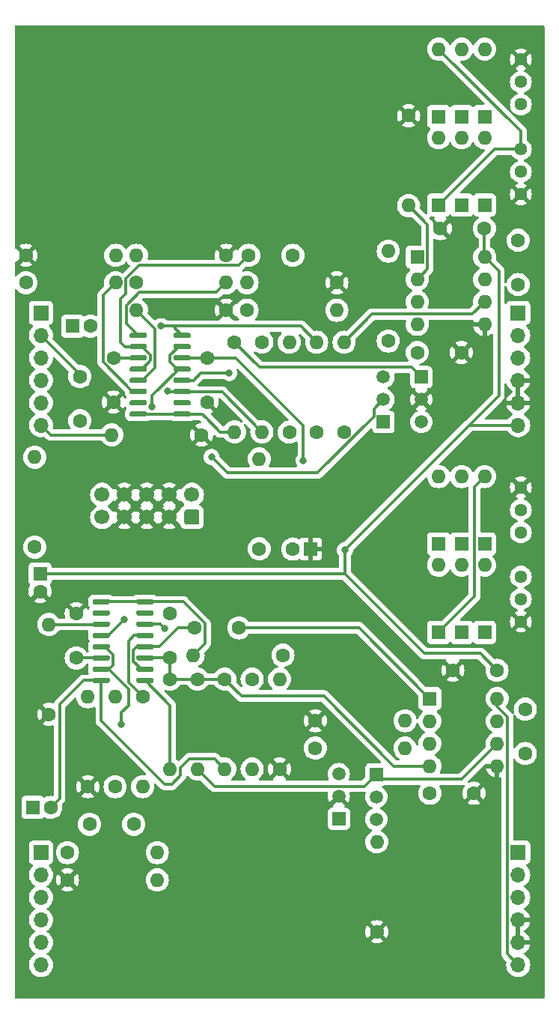
<source format=gbl>
G04 #@! TF.GenerationSoftware,KiCad,Pcbnew,7.0.7-7.0.7~ubuntu22.04.1*
G04 #@! TF.CreationDate,2023-09-23T22:53:29+02:00*
G04 #@! TF.ProjectId,MS20-VCF,4d533230-2d56-4434-962e-6b696361645f,rev?*
G04 #@! TF.SameCoordinates,Original*
G04 #@! TF.FileFunction,Copper,L2,Bot*
G04 #@! TF.FilePolarity,Positive*
%FSLAX46Y46*%
G04 Gerber Fmt 4.6, Leading zero omitted, Abs format (unit mm)*
G04 Created by KiCad (PCBNEW 7.0.7-7.0.7~ubuntu22.04.1) date 2023-09-23 22:53:29*
%MOMM*%
%LPD*%
G01*
G04 APERTURE LIST*
G04 #@! TA.AperFunction,ComponentPad*
%ADD10C,1.600000*%
G04 #@! TD*
G04 #@! TA.AperFunction,ComponentPad*
%ADD11R,1.600000X1.600000*%
G04 #@! TD*
G04 #@! TA.AperFunction,ComponentPad*
%ADD12O,1.600000X1.600000*%
G04 #@! TD*
G04 #@! TA.AperFunction,ComponentPad*
%ADD13R,1.700000X1.700000*%
G04 #@! TD*
G04 #@! TA.AperFunction,ComponentPad*
%ADD14O,1.700000X1.700000*%
G04 #@! TD*
G04 #@! TA.AperFunction,ComponentPad*
%ADD15R,1.500000X1.500000*%
G04 #@! TD*
G04 #@! TA.AperFunction,ComponentPad*
%ADD16C,1.500000*%
G04 #@! TD*
G04 #@! TA.AperFunction,ComponentPad*
%ADD17C,1.440000*%
G04 #@! TD*
G04 #@! TA.AperFunction,ComponentPad*
%ADD18C,1.700000*%
G04 #@! TD*
G04 #@! TA.AperFunction,ViaPad*
%ADD19C,0.800000*%
G04 #@! TD*
G04 #@! TA.AperFunction,Conductor*
%ADD20C,0.300000*%
G04 #@! TD*
G04 APERTURE END LIST*
D10*
X87000000Y-60800000D03*
X87000000Y-65800000D03*
X87800000Y-113800000D03*
X87800000Y-118800000D03*
X38500000Y-126800000D03*
X43500000Y-126800000D03*
D11*
X83200000Y-56820000D03*
D12*
X83200000Y-49200000D03*
D11*
X83200000Y-46810000D03*
D12*
X83200000Y-39190000D03*
D11*
X80600000Y-56820000D03*
D12*
X80600000Y-49200000D03*
D11*
X80600000Y-46810000D03*
D12*
X80600000Y-39190000D03*
D11*
X78000000Y-56820000D03*
D12*
X78000000Y-49200000D03*
D11*
X78000000Y-46810000D03*
D12*
X78000000Y-39190000D03*
D13*
X87000000Y-69000000D03*
D14*
X87000000Y-71540000D03*
X87000000Y-74080000D03*
X87000000Y-76620000D03*
X87000000Y-79160000D03*
X87000000Y-81700000D03*
D13*
X33000000Y-130000000D03*
D14*
X33000000Y-132540000D03*
X33000000Y-135080000D03*
X33000000Y-137620000D03*
X33000000Y-140160000D03*
X33000000Y-142700000D03*
D15*
X76040000Y-76260000D03*
D16*
X76040000Y-78800000D03*
X76040000Y-81340000D03*
D15*
X71760000Y-81340000D03*
D16*
X71760000Y-78800000D03*
X71760000Y-76260000D03*
D15*
X66700000Y-126200000D03*
D16*
X66700000Y-123660000D03*
X66700000Y-121120000D03*
D10*
X53960000Y-68700000D03*
D12*
X43800000Y-68700000D03*
D10*
X31300000Y-62500000D03*
D12*
X41460000Y-62500000D03*
D10*
X54900000Y-72300000D03*
D12*
X54900000Y-82460000D03*
D10*
X43800000Y-65600000D03*
D12*
X53960000Y-65600000D03*
D10*
X67300000Y-82480000D03*
D12*
X67300000Y-72320000D03*
D10*
X51180000Y-82800000D03*
D12*
X41020000Y-82800000D03*
D10*
X58000000Y-72300000D03*
D12*
X58000000Y-82460000D03*
D10*
X66480000Y-65600000D03*
D12*
X56320000Y-65600000D03*
D10*
X53960000Y-62500000D03*
D12*
X43800000Y-62500000D03*
D10*
X56320000Y-68700000D03*
D12*
X66480000Y-68700000D03*
D10*
X74600000Y-46720000D03*
D12*
X74600000Y-56880000D03*
D10*
X38300000Y-122560000D03*
D12*
X38300000Y-112400000D03*
D10*
X60380000Y-107700000D03*
D12*
X50220000Y-107700000D03*
D10*
X44500000Y-112400000D03*
D12*
X44500000Y-122560000D03*
D10*
X50700000Y-110400000D03*
D12*
X50700000Y-120560000D03*
D10*
X64040000Y-118200000D03*
D12*
X74200000Y-118200000D03*
D10*
X71000000Y-138960000D03*
D12*
X71000000Y-128800000D03*
D10*
X47600000Y-110400000D03*
D12*
X47600000Y-120560000D03*
D10*
X41400000Y-122560000D03*
D12*
X41400000Y-112400000D03*
D10*
X60000000Y-120560000D03*
D12*
X60000000Y-110400000D03*
D10*
X33900000Y-114380000D03*
D12*
X33900000Y-104220000D03*
D10*
X56900000Y-110400000D03*
D12*
X56900000Y-120560000D03*
D10*
X53800000Y-110400000D03*
D12*
X53800000Y-120560000D03*
D10*
X64040000Y-115100000D03*
D12*
X74200000Y-115100000D03*
D11*
X77000000Y-112600000D03*
D12*
X77000000Y-115140000D03*
X77000000Y-117680000D03*
X77000000Y-120220000D03*
X84620000Y-120220000D03*
X84620000Y-117680000D03*
X84620000Y-115140000D03*
X84620000Y-112600000D03*
D13*
X87000000Y-130000000D03*
D14*
X87000000Y-132540000D03*
X87000000Y-135080000D03*
X87000000Y-137620000D03*
X87000000Y-140160000D03*
X87000000Y-142700000D03*
D10*
X72300000Y-72180000D03*
D12*
X72300000Y-62020000D03*
D11*
X75580000Y-62680000D03*
D12*
X75580000Y-65220000D03*
X75580000Y-67760000D03*
X75580000Y-70300000D03*
X83200000Y-70300000D03*
X83200000Y-67760000D03*
X83200000Y-65220000D03*
X83200000Y-62680000D03*
D15*
X70940000Y-121160000D03*
D16*
X70940000Y-123700000D03*
X70940000Y-126240000D03*
D10*
X50400000Y-104600000D03*
X55400000Y-104600000D03*
D11*
X78000000Y-95120000D03*
D12*
X78000000Y-87500000D03*
D11*
X80600000Y-95120000D03*
D12*
X80600000Y-87500000D03*
D11*
X83200000Y-95120000D03*
D12*
X83200000Y-87500000D03*
D11*
X83200000Y-105120000D03*
D12*
X83200000Y-97500000D03*
D11*
X80600000Y-105120000D03*
D12*
X80600000Y-97500000D03*
D11*
X78000000Y-105120000D03*
D12*
X78000000Y-97500000D03*
D10*
X56500000Y-62500000D03*
X61500000Y-62500000D03*
X31300000Y-65600000D03*
D12*
X41460000Y-65600000D03*
D10*
X61100000Y-82480000D03*
D12*
X61100000Y-72320000D03*
D10*
X64200000Y-82480000D03*
D12*
X64200000Y-72320000D03*
D13*
X33000000Y-69000000D03*
D14*
X33000000Y-71540000D03*
X33000000Y-74080000D03*
X33000000Y-76620000D03*
X33000000Y-79160000D03*
X33000000Y-81700000D03*
D10*
X37400000Y-81200000D03*
X37400000Y-76200000D03*
X36000000Y-133100000D03*
D12*
X46160000Y-133100000D03*
D10*
X36000000Y-130000000D03*
D12*
X46160000Y-130000000D03*
D10*
X83180000Y-59480000D03*
X78180000Y-59480000D03*
X82000000Y-123300000D03*
X77000000Y-123300000D03*
X80580000Y-73480000D03*
X75580000Y-73480000D03*
X84600000Y-109400000D03*
X79600000Y-109400000D03*
D11*
X32900000Y-98500000D03*
D10*
X32900000Y-100500000D03*
D11*
X63500000Y-95700000D03*
D10*
X61500000Y-95700000D03*
D11*
X36600000Y-70500000D03*
D10*
X38600000Y-70500000D03*
X57700000Y-95680000D03*
D12*
X57700000Y-85520000D03*
D17*
X87300000Y-55590000D03*
X87300000Y-53050000D03*
X87300000Y-50510000D03*
X87300000Y-45440000D03*
X87300000Y-42900000D03*
X87300000Y-40360000D03*
G04 #@! TA.AperFunction,SMDPad,CuDef*
G36*
G01*
X45750000Y-101505000D02*
X45750000Y-101805000D01*
G75*
G02*
X45600000Y-101955000I-150000J0D01*
G01*
X43950000Y-101955000D01*
G75*
G02*
X43800000Y-101805000I0J150000D01*
G01*
X43800000Y-101505000D01*
G75*
G02*
X43950000Y-101355000I150000J0D01*
G01*
X45600000Y-101355000D01*
G75*
G02*
X45750000Y-101505000I0J-150000D01*
G01*
G37*
G04 #@! TD.AperFunction*
G04 #@! TA.AperFunction,SMDPad,CuDef*
G36*
G01*
X45750000Y-102775000D02*
X45750000Y-103075000D01*
G75*
G02*
X45600000Y-103225000I-150000J0D01*
G01*
X43950000Y-103225000D01*
G75*
G02*
X43800000Y-103075000I0J150000D01*
G01*
X43800000Y-102775000D01*
G75*
G02*
X43950000Y-102625000I150000J0D01*
G01*
X45600000Y-102625000D01*
G75*
G02*
X45750000Y-102775000I0J-150000D01*
G01*
G37*
G04 #@! TD.AperFunction*
G04 #@! TA.AperFunction,SMDPad,CuDef*
G36*
G01*
X45750000Y-104045000D02*
X45750000Y-104345000D01*
G75*
G02*
X45600000Y-104495000I-150000J0D01*
G01*
X43950000Y-104495000D01*
G75*
G02*
X43800000Y-104345000I0J150000D01*
G01*
X43800000Y-104045000D01*
G75*
G02*
X43950000Y-103895000I150000J0D01*
G01*
X45600000Y-103895000D01*
G75*
G02*
X45750000Y-104045000I0J-150000D01*
G01*
G37*
G04 #@! TD.AperFunction*
G04 #@! TA.AperFunction,SMDPad,CuDef*
G36*
G01*
X45750000Y-105315000D02*
X45750000Y-105615000D01*
G75*
G02*
X45600000Y-105765000I-150000J0D01*
G01*
X43950000Y-105765000D01*
G75*
G02*
X43800000Y-105615000I0J150000D01*
G01*
X43800000Y-105315000D01*
G75*
G02*
X43950000Y-105165000I150000J0D01*
G01*
X45600000Y-105165000D01*
G75*
G02*
X45750000Y-105315000I0J-150000D01*
G01*
G37*
G04 #@! TD.AperFunction*
G04 #@! TA.AperFunction,SMDPad,CuDef*
G36*
G01*
X45750000Y-106585000D02*
X45750000Y-106885000D01*
G75*
G02*
X45600000Y-107035000I-150000J0D01*
G01*
X43950000Y-107035000D01*
G75*
G02*
X43800000Y-106885000I0J150000D01*
G01*
X43800000Y-106585000D01*
G75*
G02*
X43950000Y-106435000I150000J0D01*
G01*
X45600000Y-106435000D01*
G75*
G02*
X45750000Y-106585000I0J-150000D01*
G01*
G37*
G04 #@! TD.AperFunction*
G04 #@! TA.AperFunction,SMDPad,CuDef*
G36*
G01*
X45750000Y-107855000D02*
X45750000Y-108155000D01*
G75*
G02*
X45600000Y-108305000I-150000J0D01*
G01*
X43950000Y-108305000D01*
G75*
G02*
X43800000Y-108155000I0J150000D01*
G01*
X43800000Y-107855000D01*
G75*
G02*
X43950000Y-107705000I150000J0D01*
G01*
X45600000Y-107705000D01*
G75*
G02*
X45750000Y-107855000I0J-150000D01*
G01*
G37*
G04 #@! TD.AperFunction*
G04 #@! TA.AperFunction,SMDPad,CuDef*
G36*
G01*
X45750000Y-109125000D02*
X45750000Y-109425000D01*
G75*
G02*
X45600000Y-109575000I-150000J0D01*
G01*
X43950000Y-109575000D01*
G75*
G02*
X43800000Y-109425000I0J150000D01*
G01*
X43800000Y-109125000D01*
G75*
G02*
X43950000Y-108975000I150000J0D01*
G01*
X45600000Y-108975000D01*
G75*
G02*
X45750000Y-109125000I0J-150000D01*
G01*
G37*
G04 #@! TD.AperFunction*
G04 #@! TA.AperFunction,SMDPad,CuDef*
G36*
G01*
X45750000Y-110395000D02*
X45750000Y-110695000D01*
G75*
G02*
X45600000Y-110845000I-150000J0D01*
G01*
X43950000Y-110845000D01*
G75*
G02*
X43800000Y-110695000I0J150000D01*
G01*
X43800000Y-110395000D01*
G75*
G02*
X43950000Y-110245000I150000J0D01*
G01*
X45600000Y-110245000D01*
G75*
G02*
X45750000Y-110395000I0J-150000D01*
G01*
G37*
G04 #@! TD.AperFunction*
G04 #@! TA.AperFunction,SMDPad,CuDef*
G36*
G01*
X40800000Y-110395000D02*
X40800000Y-110695000D01*
G75*
G02*
X40650000Y-110845000I-150000J0D01*
G01*
X39000000Y-110845000D01*
G75*
G02*
X38850000Y-110695000I0J150000D01*
G01*
X38850000Y-110395000D01*
G75*
G02*
X39000000Y-110245000I150000J0D01*
G01*
X40650000Y-110245000D01*
G75*
G02*
X40800000Y-110395000I0J-150000D01*
G01*
G37*
G04 #@! TD.AperFunction*
G04 #@! TA.AperFunction,SMDPad,CuDef*
G36*
G01*
X40800000Y-109125000D02*
X40800000Y-109425000D01*
G75*
G02*
X40650000Y-109575000I-150000J0D01*
G01*
X39000000Y-109575000D01*
G75*
G02*
X38850000Y-109425000I0J150000D01*
G01*
X38850000Y-109125000D01*
G75*
G02*
X39000000Y-108975000I150000J0D01*
G01*
X40650000Y-108975000D01*
G75*
G02*
X40800000Y-109125000I0J-150000D01*
G01*
G37*
G04 #@! TD.AperFunction*
G04 #@! TA.AperFunction,SMDPad,CuDef*
G36*
G01*
X40800000Y-107855000D02*
X40800000Y-108155000D01*
G75*
G02*
X40650000Y-108305000I-150000J0D01*
G01*
X39000000Y-108305000D01*
G75*
G02*
X38850000Y-108155000I0J150000D01*
G01*
X38850000Y-107855000D01*
G75*
G02*
X39000000Y-107705000I150000J0D01*
G01*
X40650000Y-107705000D01*
G75*
G02*
X40800000Y-107855000I0J-150000D01*
G01*
G37*
G04 #@! TD.AperFunction*
G04 #@! TA.AperFunction,SMDPad,CuDef*
G36*
G01*
X40800000Y-106585000D02*
X40800000Y-106885000D01*
G75*
G02*
X40650000Y-107035000I-150000J0D01*
G01*
X39000000Y-107035000D01*
G75*
G02*
X38850000Y-106885000I0J150000D01*
G01*
X38850000Y-106585000D01*
G75*
G02*
X39000000Y-106435000I150000J0D01*
G01*
X40650000Y-106435000D01*
G75*
G02*
X40800000Y-106585000I0J-150000D01*
G01*
G37*
G04 #@! TD.AperFunction*
G04 #@! TA.AperFunction,SMDPad,CuDef*
G36*
G01*
X40800000Y-105315000D02*
X40800000Y-105615000D01*
G75*
G02*
X40650000Y-105765000I-150000J0D01*
G01*
X39000000Y-105765000D01*
G75*
G02*
X38850000Y-105615000I0J150000D01*
G01*
X38850000Y-105315000D01*
G75*
G02*
X39000000Y-105165000I150000J0D01*
G01*
X40650000Y-105165000D01*
G75*
G02*
X40800000Y-105315000I0J-150000D01*
G01*
G37*
G04 #@! TD.AperFunction*
G04 #@! TA.AperFunction,SMDPad,CuDef*
G36*
G01*
X40800000Y-104045000D02*
X40800000Y-104345000D01*
G75*
G02*
X40650000Y-104495000I-150000J0D01*
G01*
X39000000Y-104495000D01*
G75*
G02*
X38850000Y-104345000I0J150000D01*
G01*
X38850000Y-104045000D01*
G75*
G02*
X39000000Y-103895000I150000J0D01*
G01*
X40650000Y-103895000D01*
G75*
G02*
X40800000Y-104045000I0J-150000D01*
G01*
G37*
G04 #@! TD.AperFunction*
G04 #@! TA.AperFunction,SMDPad,CuDef*
G36*
G01*
X40800000Y-102775000D02*
X40800000Y-103075000D01*
G75*
G02*
X40650000Y-103225000I-150000J0D01*
G01*
X39000000Y-103225000D01*
G75*
G02*
X38850000Y-103075000I0J150000D01*
G01*
X38850000Y-102775000D01*
G75*
G02*
X39000000Y-102625000I150000J0D01*
G01*
X40650000Y-102625000D01*
G75*
G02*
X40800000Y-102775000I0J-150000D01*
G01*
G37*
G04 #@! TD.AperFunction*
G04 #@! TA.AperFunction,SMDPad,CuDef*
G36*
G01*
X40800000Y-101505000D02*
X40800000Y-101805000D01*
G75*
G02*
X40650000Y-101955000I-150000J0D01*
G01*
X39000000Y-101955000D01*
G75*
G02*
X38850000Y-101805000I0J150000D01*
G01*
X38850000Y-101505000D01*
G75*
G02*
X39000000Y-101355000I150000J0D01*
G01*
X40650000Y-101355000D01*
G75*
G02*
X40800000Y-101505000I0J-150000D01*
G01*
G37*
G04 #@! TD.AperFunction*
D11*
X32100000Y-124900000D03*
D10*
X34100000Y-124900000D03*
X32300000Y-95480000D03*
D12*
X32300000Y-85320000D03*
D17*
X87300000Y-103900000D03*
X87300000Y-101360000D03*
X87300000Y-98820000D03*
X87300000Y-93800000D03*
X87300000Y-91260000D03*
X87300000Y-88720000D03*
G04 #@! TA.AperFunction,SMDPad,CuDef*
G36*
G01*
X43050000Y-80595000D02*
X43050000Y-80295000D01*
G75*
G02*
X43200000Y-80145000I150000J0D01*
G01*
X44850000Y-80145000D01*
G75*
G02*
X45000000Y-80295000I0J-150000D01*
G01*
X45000000Y-80595000D01*
G75*
G02*
X44850000Y-80745000I-150000J0D01*
G01*
X43200000Y-80745000D01*
G75*
G02*
X43050000Y-80595000I0J150000D01*
G01*
G37*
G04 #@! TD.AperFunction*
G04 #@! TA.AperFunction,SMDPad,CuDef*
G36*
G01*
X43050000Y-79325000D02*
X43050000Y-79025000D01*
G75*
G02*
X43200000Y-78875000I150000J0D01*
G01*
X44850000Y-78875000D01*
G75*
G02*
X45000000Y-79025000I0J-150000D01*
G01*
X45000000Y-79325000D01*
G75*
G02*
X44850000Y-79475000I-150000J0D01*
G01*
X43200000Y-79475000D01*
G75*
G02*
X43050000Y-79325000I0J150000D01*
G01*
G37*
G04 #@! TD.AperFunction*
G04 #@! TA.AperFunction,SMDPad,CuDef*
G36*
G01*
X43050000Y-78055000D02*
X43050000Y-77755000D01*
G75*
G02*
X43200000Y-77605000I150000J0D01*
G01*
X44850000Y-77605000D01*
G75*
G02*
X45000000Y-77755000I0J-150000D01*
G01*
X45000000Y-78055000D01*
G75*
G02*
X44850000Y-78205000I-150000J0D01*
G01*
X43200000Y-78205000D01*
G75*
G02*
X43050000Y-78055000I0J150000D01*
G01*
G37*
G04 #@! TD.AperFunction*
G04 #@! TA.AperFunction,SMDPad,CuDef*
G36*
G01*
X43050000Y-76785000D02*
X43050000Y-76485000D01*
G75*
G02*
X43200000Y-76335000I150000J0D01*
G01*
X44850000Y-76335000D01*
G75*
G02*
X45000000Y-76485000I0J-150000D01*
G01*
X45000000Y-76785000D01*
G75*
G02*
X44850000Y-76935000I-150000J0D01*
G01*
X43200000Y-76935000D01*
G75*
G02*
X43050000Y-76785000I0J150000D01*
G01*
G37*
G04 #@! TD.AperFunction*
G04 #@! TA.AperFunction,SMDPad,CuDef*
G36*
G01*
X43050000Y-75515000D02*
X43050000Y-75215000D01*
G75*
G02*
X43200000Y-75065000I150000J0D01*
G01*
X44850000Y-75065000D01*
G75*
G02*
X45000000Y-75215000I0J-150000D01*
G01*
X45000000Y-75515000D01*
G75*
G02*
X44850000Y-75665000I-150000J0D01*
G01*
X43200000Y-75665000D01*
G75*
G02*
X43050000Y-75515000I0J150000D01*
G01*
G37*
G04 #@! TD.AperFunction*
G04 #@! TA.AperFunction,SMDPad,CuDef*
G36*
G01*
X43050000Y-74245000D02*
X43050000Y-73945000D01*
G75*
G02*
X43200000Y-73795000I150000J0D01*
G01*
X44850000Y-73795000D01*
G75*
G02*
X45000000Y-73945000I0J-150000D01*
G01*
X45000000Y-74245000D01*
G75*
G02*
X44850000Y-74395000I-150000J0D01*
G01*
X43200000Y-74395000D01*
G75*
G02*
X43050000Y-74245000I0J150000D01*
G01*
G37*
G04 #@! TD.AperFunction*
G04 #@! TA.AperFunction,SMDPad,CuDef*
G36*
G01*
X43050000Y-72975000D02*
X43050000Y-72675000D01*
G75*
G02*
X43200000Y-72525000I150000J0D01*
G01*
X44850000Y-72525000D01*
G75*
G02*
X45000000Y-72675000I0J-150000D01*
G01*
X45000000Y-72975000D01*
G75*
G02*
X44850000Y-73125000I-150000J0D01*
G01*
X43200000Y-73125000D01*
G75*
G02*
X43050000Y-72975000I0J150000D01*
G01*
G37*
G04 #@! TD.AperFunction*
G04 #@! TA.AperFunction,SMDPad,CuDef*
G36*
G01*
X43050000Y-71705000D02*
X43050000Y-71405000D01*
G75*
G02*
X43200000Y-71255000I150000J0D01*
G01*
X44850000Y-71255000D01*
G75*
G02*
X45000000Y-71405000I0J-150000D01*
G01*
X45000000Y-71705000D01*
G75*
G02*
X44850000Y-71855000I-150000J0D01*
G01*
X43200000Y-71855000D01*
G75*
G02*
X43050000Y-71705000I0J150000D01*
G01*
G37*
G04 #@! TD.AperFunction*
G04 #@! TA.AperFunction,SMDPad,CuDef*
G36*
G01*
X48000000Y-71705000D02*
X48000000Y-71405000D01*
G75*
G02*
X48150000Y-71255000I150000J0D01*
G01*
X49800000Y-71255000D01*
G75*
G02*
X49950000Y-71405000I0J-150000D01*
G01*
X49950000Y-71705000D01*
G75*
G02*
X49800000Y-71855000I-150000J0D01*
G01*
X48150000Y-71855000D01*
G75*
G02*
X48000000Y-71705000I0J150000D01*
G01*
G37*
G04 #@! TD.AperFunction*
G04 #@! TA.AperFunction,SMDPad,CuDef*
G36*
G01*
X48000000Y-72975000D02*
X48000000Y-72675000D01*
G75*
G02*
X48150000Y-72525000I150000J0D01*
G01*
X49800000Y-72525000D01*
G75*
G02*
X49950000Y-72675000I0J-150000D01*
G01*
X49950000Y-72975000D01*
G75*
G02*
X49800000Y-73125000I-150000J0D01*
G01*
X48150000Y-73125000D01*
G75*
G02*
X48000000Y-72975000I0J150000D01*
G01*
G37*
G04 #@! TD.AperFunction*
G04 #@! TA.AperFunction,SMDPad,CuDef*
G36*
G01*
X48000000Y-74245000D02*
X48000000Y-73945000D01*
G75*
G02*
X48150000Y-73795000I150000J0D01*
G01*
X49800000Y-73795000D01*
G75*
G02*
X49950000Y-73945000I0J-150000D01*
G01*
X49950000Y-74245000D01*
G75*
G02*
X49800000Y-74395000I-150000J0D01*
G01*
X48150000Y-74395000D01*
G75*
G02*
X48000000Y-74245000I0J150000D01*
G01*
G37*
G04 #@! TD.AperFunction*
G04 #@! TA.AperFunction,SMDPad,CuDef*
G36*
G01*
X48000000Y-75515000D02*
X48000000Y-75215000D01*
G75*
G02*
X48150000Y-75065000I150000J0D01*
G01*
X49800000Y-75065000D01*
G75*
G02*
X49950000Y-75215000I0J-150000D01*
G01*
X49950000Y-75515000D01*
G75*
G02*
X49800000Y-75665000I-150000J0D01*
G01*
X48150000Y-75665000D01*
G75*
G02*
X48000000Y-75515000I0J150000D01*
G01*
G37*
G04 #@! TD.AperFunction*
G04 #@! TA.AperFunction,SMDPad,CuDef*
G36*
G01*
X48000000Y-76785000D02*
X48000000Y-76485000D01*
G75*
G02*
X48150000Y-76335000I150000J0D01*
G01*
X49800000Y-76335000D01*
G75*
G02*
X49950000Y-76485000I0J-150000D01*
G01*
X49950000Y-76785000D01*
G75*
G02*
X49800000Y-76935000I-150000J0D01*
G01*
X48150000Y-76935000D01*
G75*
G02*
X48000000Y-76785000I0J150000D01*
G01*
G37*
G04 #@! TD.AperFunction*
G04 #@! TA.AperFunction,SMDPad,CuDef*
G36*
G01*
X48000000Y-78055000D02*
X48000000Y-77755000D01*
G75*
G02*
X48150000Y-77605000I150000J0D01*
G01*
X49800000Y-77605000D01*
G75*
G02*
X49950000Y-77755000I0J-150000D01*
G01*
X49950000Y-78055000D01*
G75*
G02*
X49800000Y-78205000I-150000J0D01*
G01*
X48150000Y-78205000D01*
G75*
G02*
X48000000Y-78055000I0J150000D01*
G01*
G37*
G04 #@! TD.AperFunction*
G04 #@! TA.AperFunction,SMDPad,CuDef*
G36*
G01*
X48000000Y-79325000D02*
X48000000Y-79025000D01*
G75*
G02*
X48150000Y-78875000I150000J0D01*
G01*
X49800000Y-78875000D01*
G75*
G02*
X49950000Y-79025000I0J-150000D01*
G01*
X49950000Y-79325000D01*
G75*
G02*
X49800000Y-79475000I-150000J0D01*
G01*
X48150000Y-79475000D01*
G75*
G02*
X48000000Y-79325000I0J150000D01*
G01*
G37*
G04 #@! TD.AperFunction*
G04 #@! TA.AperFunction,SMDPad,CuDef*
G36*
G01*
X48000000Y-80595000D02*
X48000000Y-80295000D01*
G75*
G02*
X48150000Y-80145000I150000J0D01*
G01*
X49800000Y-80145000D01*
G75*
G02*
X49950000Y-80295000I0J-150000D01*
G01*
X49950000Y-80595000D01*
G75*
G02*
X49800000Y-80745000I-150000J0D01*
G01*
X48150000Y-80745000D01*
G75*
G02*
X48000000Y-80595000I0J150000D01*
G01*
G37*
G04 #@! TD.AperFunction*
G04 #@! TA.AperFunction,ComponentPad*
G36*
G01*
X50680000Y-92950000D02*
X49480000Y-92950000D01*
G75*
G02*
X49230000Y-92700000I0J250000D01*
G01*
X49230000Y-91500000D01*
G75*
G02*
X49480000Y-91250000I250000J0D01*
G01*
X50680000Y-91250000D01*
G75*
G02*
X50930000Y-91500000I0J-250000D01*
G01*
X50930000Y-92700000D01*
G75*
G02*
X50680000Y-92950000I-250000J0D01*
G01*
G37*
G04 #@! TD.AperFunction*
D18*
X50080000Y-89560000D03*
X47540000Y-92100000D03*
X47540000Y-89560000D03*
X45000000Y-92100000D03*
X45000000Y-89560000D03*
X42460000Y-92100000D03*
X42460000Y-89560000D03*
X39920000Y-92100000D03*
X39920000Y-89560000D03*
D10*
X37000000Y-108000000D03*
X37000000Y-103000000D03*
X41200000Y-79100000D03*
X41200000Y-74100000D03*
X47600000Y-103000000D03*
X47600000Y-108000000D03*
X51800000Y-74100000D03*
X51800000Y-79100000D03*
D19*
X67400000Y-95800000D03*
X62700000Y-85700000D03*
X46600000Y-70500000D03*
X45540266Y-79617035D03*
X42100000Y-115500000D03*
X52300000Y-85300000D03*
X54300000Y-75800000D03*
X47300000Y-77800000D03*
X42400000Y-103700000D03*
X47000000Y-104700000D03*
D20*
X32900000Y-98500000D02*
X67400000Y-98500000D01*
X51800000Y-74100000D02*
X55039312Y-74100000D01*
X51800000Y-74100000D02*
X48980000Y-74100000D01*
X55039312Y-74100000D02*
X62700000Y-81760688D01*
X85770000Y-114663654D02*
X85770000Y-141430000D01*
X67400000Y-98500000D02*
X76400000Y-107500000D01*
X48980000Y-74100000D02*
X48975000Y-74095000D01*
X82700000Y-107500000D02*
X84600000Y-109400000D01*
X84620000Y-113513654D02*
X85770000Y-114663654D01*
X37005000Y-108005000D02*
X37000000Y-108000000D01*
X85750000Y-141450000D02*
X87000000Y-142700000D01*
X62700000Y-81760688D02*
X62700000Y-85700000D01*
X83180000Y-59480000D02*
X83180000Y-62660000D01*
X83180000Y-62660000D02*
X83200000Y-62680000D01*
X81480688Y-81700000D02*
X67400000Y-95780688D01*
X87000000Y-81700000D02*
X81480688Y-81700000D01*
X85770000Y-141430000D02*
X85750000Y-141450000D01*
X83200000Y-62680000D02*
X84800000Y-64280000D01*
X67400000Y-95780688D02*
X67400000Y-98500000D01*
X84800000Y-78380688D02*
X81480688Y-81700000D01*
X84620000Y-112600000D02*
X84620000Y-113513654D01*
X76400000Y-107500000D02*
X82700000Y-107500000D01*
X84800000Y-64280000D02*
X84800000Y-78380688D01*
X39825000Y-108005000D02*
X37005000Y-108005000D01*
X44025000Y-74095000D02*
X41205000Y-74095000D01*
X44775000Y-108005000D02*
X47595000Y-108005000D01*
X47595000Y-108005000D02*
X47600000Y-108000000D01*
X41205000Y-74095000D02*
X41200000Y-74100000D01*
X55700000Y-112300000D02*
X53800000Y-110400000D01*
X50700000Y-110400000D02*
X53800000Y-110400000D01*
X77000000Y-120220000D02*
X72920000Y-120220000D01*
X65000000Y-112300000D02*
X55700000Y-112300000D01*
X72920000Y-120220000D02*
X65000000Y-112300000D01*
X47600000Y-110400000D02*
X50700000Y-110400000D01*
X47600000Y-108000000D02*
X47600000Y-110400000D01*
X42525000Y-72825000D02*
X44025000Y-72825000D01*
X44123654Y-63650000D02*
X42610000Y-65163654D01*
X44025000Y-72825000D02*
X44437107Y-72825000D01*
X42610000Y-66790000D02*
X42000000Y-67400000D01*
X42610000Y-65163654D02*
X42610000Y-66790000D01*
X45400000Y-73787893D02*
X45400000Y-74402107D01*
X44437107Y-75365000D02*
X44025000Y-75365000D01*
X45400000Y-74402107D02*
X44437107Y-75365000D01*
X42000000Y-67400000D02*
X42000000Y-72300000D01*
X44437107Y-72825000D02*
X45400000Y-73787893D01*
X55350000Y-63650000D02*
X44123654Y-63650000D01*
X42000000Y-72300000D02*
X42525000Y-72825000D01*
X56500000Y-62500000D02*
X55350000Y-63650000D01*
X70470000Y-69150000D02*
X67300000Y-72320000D01*
X83200000Y-67760000D02*
X81810000Y-69150000D01*
X81810000Y-69150000D02*
X70470000Y-69150000D01*
X47920000Y-70500000D02*
X48975000Y-71555000D01*
X46600000Y-70500000D02*
X47920000Y-70500000D01*
X62380000Y-70500000D02*
X64200000Y-72320000D01*
X46600000Y-70500000D02*
X62380000Y-70500000D01*
X84620000Y-117680000D02*
X80580689Y-121719311D01*
X69600000Y-122500000D02*
X52640000Y-122500000D01*
X52640000Y-122500000D02*
X50700000Y-120560000D01*
X71499311Y-121719311D02*
X70940000Y-121160000D01*
X70940000Y-121160000D02*
X69600000Y-122500000D01*
X80580689Y-121719311D02*
X71499311Y-121719311D01*
X33000000Y-71540000D02*
X37400000Y-75940000D01*
X37400000Y-75940000D02*
X37400000Y-76200000D01*
X48975000Y-72825000D02*
X48562893Y-72825000D01*
X47600000Y-74500000D02*
X48465000Y-75365000D01*
X45540266Y-78387627D02*
X48562893Y-75365000D01*
X47600000Y-73787893D02*
X47600000Y-74500000D01*
X48562893Y-75365000D02*
X48975000Y-75365000D01*
X48465000Y-75365000D02*
X48975000Y-75365000D01*
X48562893Y-72825000D02*
X47600000Y-73787893D01*
X45540266Y-79617035D02*
X45540266Y-78387627D01*
X39825000Y-115104312D02*
X47020688Y-122300000D01*
X39825000Y-110545000D02*
X37835688Y-110545000D01*
X49800000Y-119400000D02*
X48800000Y-120400000D01*
X53800000Y-120560000D02*
X52650000Y-119410000D01*
X52650000Y-119410000D02*
X49810000Y-119410000D01*
X47020688Y-122300000D02*
X47500000Y-122300000D01*
X37835688Y-110545000D02*
X35110000Y-113270688D01*
X48800000Y-121300000D02*
X47800000Y-122300000D01*
X48800000Y-120400000D02*
X48800000Y-121300000D01*
X49810000Y-119410000D02*
X49800000Y-119400000D01*
X39825000Y-110545000D02*
X39825000Y-115104312D01*
X35110000Y-113270688D02*
X35110000Y-123890000D01*
X47800000Y-122300000D02*
X47500000Y-122300000D01*
X35110000Y-123890000D02*
X34100000Y-124900000D01*
X44775000Y-109275000D02*
X44362893Y-109275000D01*
X44362893Y-109275000D02*
X43450000Y-108362107D01*
X43865000Y-106735000D02*
X44775000Y-106735000D01*
X43450000Y-107150000D02*
X43865000Y-106735000D01*
X48500000Y-104600000D02*
X46365000Y-106735000D01*
X50400000Y-104600000D02*
X48500000Y-104600000D01*
X43450000Y-108362107D02*
X43450000Y-107150000D01*
X46365000Y-106735000D02*
X44775000Y-106735000D01*
X69000000Y-104600000D02*
X55400000Y-104600000D01*
X77000000Y-112600000D02*
X69000000Y-104600000D01*
X87300000Y-48490000D02*
X87300000Y-50510000D01*
X76730000Y-64070000D02*
X76730000Y-59010000D01*
X84310000Y-50510000D02*
X78000000Y-56820000D01*
X87300000Y-50510000D02*
X84310000Y-50510000D01*
X75580000Y-65220000D02*
X76730000Y-64070000D01*
X76730000Y-59010000D02*
X74600000Y-56880000D01*
X78000000Y-39190000D02*
X87300000Y-48490000D01*
X40667894Y-109275000D02*
X39825000Y-109275000D01*
X40237107Y-106735000D02*
X41150000Y-107647893D01*
X42100000Y-115500000D02*
X42100000Y-114200000D01*
X41150000Y-108850000D02*
X40725000Y-109275000D01*
X41150000Y-107647893D02*
X41150000Y-108850000D01*
X39825000Y-106735000D02*
X40237107Y-106735000D01*
X42100000Y-114200000D02*
X42900000Y-113400000D01*
X42900000Y-113400000D02*
X42900000Y-111507106D01*
X42900000Y-111507106D02*
X40667894Y-109275000D01*
X40725000Y-109275000D02*
X39825000Y-109275000D01*
X41020000Y-82800000D02*
X34100000Y-82800000D01*
X70660000Y-79900000D02*
X70660000Y-80746346D01*
X70660000Y-80746346D02*
X64306346Y-87100000D01*
X64306346Y-87100000D02*
X54100000Y-87100000D01*
X34100000Y-82800000D02*
X33000000Y-81700000D01*
X54100000Y-87100000D02*
X52300000Y-85300000D01*
X71760000Y-78800000D02*
X70660000Y-79900000D01*
X82050000Y-88650000D02*
X83200000Y-87500000D01*
X82050000Y-101070000D02*
X82050000Y-88650000D01*
X78000000Y-105120000D02*
X82050000Y-101070000D01*
X44150000Y-66700000D02*
X52860000Y-66700000D01*
X44025000Y-71555000D02*
X42650000Y-70180000D01*
X42650000Y-70180000D02*
X42650000Y-68200000D01*
X52860000Y-66700000D02*
X53960000Y-65600000D01*
X42650000Y-68200000D02*
X44150000Y-66700000D01*
X47600000Y-113370000D02*
X44775000Y-110545000D01*
X47600000Y-120560000D02*
X47600000Y-113370000D01*
X74940000Y-75160000D02*
X57760000Y-75160000D01*
X76040000Y-76260000D02*
X74940000Y-75160000D01*
X57760000Y-75160000D02*
X54900000Y-72300000D01*
X45900000Y-70800000D02*
X43800000Y-68700000D01*
X45900000Y-75172107D02*
X45900000Y-70800000D01*
X44437107Y-76635000D02*
X45900000Y-75172107D01*
X44025000Y-76635000D02*
X44437107Y-76635000D01*
X51100000Y-75800000D02*
X50265000Y-76635000D01*
X54300000Y-75800000D02*
X51100000Y-75800000D01*
X50265000Y-76635000D02*
X48975000Y-76635000D01*
X40050000Y-67010000D02*
X41460000Y-65600000D01*
X40050000Y-74576346D02*
X40050000Y-67010000D01*
X44025000Y-77905000D02*
X43378654Y-77905000D01*
X43378654Y-77905000D02*
X40050000Y-74576346D01*
X53490000Y-77950000D02*
X49020000Y-77950000D01*
X47405000Y-77905000D02*
X48975000Y-77905000D01*
X58000000Y-82460000D02*
X53490000Y-77950000D01*
X47300000Y-77800000D02*
X47405000Y-77905000D01*
X49020000Y-77950000D02*
X48975000Y-77905000D01*
X42900000Y-106100000D02*
X43535000Y-105465000D01*
X44500000Y-112400000D02*
X42900000Y-110800000D01*
X43535000Y-105465000D02*
X44775000Y-105465000D01*
X42900000Y-110800000D02*
X42900000Y-106100000D01*
X39825000Y-105465000D02*
X40635000Y-105465000D01*
X40635000Y-105465000D02*
X42400000Y-103700000D01*
X46900000Y-104600000D02*
X47000000Y-104700000D01*
X44775000Y-104195000D02*
X46495000Y-104195000D01*
X46495000Y-104195000D02*
X46900000Y-104600000D01*
X39800000Y-104220000D02*
X39825000Y-104195000D01*
X33900000Y-104220000D02*
X39800000Y-104220000D01*
X48975000Y-80445000D02*
X44025000Y-80445000D01*
X54900000Y-82460000D02*
X53260000Y-82460000D01*
X51245000Y-80445000D02*
X51700000Y-80900000D01*
X53260000Y-82460000D02*
X51700000Y-80900000D01*
X48975000Y-80445000D02*
X51245000Y-80445000D01*
X51550000Y-106370000D02*
X51550000Y-104123654D01*
X50220000Y-107700000D02*
X51550000Y-106370000D01*
X49081346Y-101655000D02*
X44775000Y-101655000D01*
X51550000Y-104123654D02*
X49081346Y-101655000D01*
X44775000Y-101655000D02*
X39825000Y-101655000D01*
G04 #@! TA.AperFunction,Conductor*
G36*
X49556292Y-111072737D02*
G01*
X49601323Y-111112228D01*
X49676001Y-111218878D01*
X49693804Y-111244303D01*
X49855696Y-111406195D01*
X50043249Y-111537522D01*
X50250756Y-111634284D01*
X50310014Y-111650162D01*
X50471913Y-111693543D01*
X50700000Y-111713498D01*
X50928087Y-111693543D01*
X51149243Y-111634284D01*
X51356749Y-111537523D01*
X51544300Y-111406198D01*
X51706198Y-111244300D01*
X51798676Y-111112228D01*
X51843708Y-111072737D01*
X51901888Y-111058500D01*
X52598112Y-111058500D01*
X52656292Y-111072737D01*
X52701323Y-111112228D01*
X52776001Y-111218878D01*
X52793804Y-111244303D01*
X52955696Y-111406195D01*
X53143249Y-111537522D01*
X53350756Y-111634284D01*
X53410014Y-111650162D01*
X53571913Y-111693543D01*
X53800000Y-111713498D01*
X54028087Y-111693543D01*
X54063655Y-111684011D01*
X54128878Y-111684011D01*
X54185363Y-111716623D01*
X55173125Y-112704385D01*
X55186642Y-112721256D01*
X55240256Y-112771603D01*
X55243067Y-112774327D01*
X55263667Y-112794927D01*
X55267170Y-112797644D01*
X55276197Y-112805354D01*
X55309867Y-112836972D01*
X55328666Y-112847307D01*
X55345186Y-112858159D01*
X55362132Y-112871304D01*
X55404534Y-112889653D01*
X55415182Y-112894870D01*
X55455659Y-112917122D01*
X55455663Y-112917124D01*
X55476432Y-112922456D01*
X55495134Y-112928859D01*
X55514824Y-112937380D01*
X55560448Y-112944605D01*
X55572067Y-112947011D01*
X55616812Y-112958500D01*
X55638259Y-112958500D01*
X55657967Y-112960050D01*
X55679152Y-112963406D01*
X55725140Y-112959058D01*
X55736996Y-112958500D01*
X64675050Y-112958500D01*
X64723268Y-112968091D01*
X64764145Y-112995405D01*
X68183384Y-116414644D01*
X71455146Y-119686405D01*
X71485884Y-119736564D01*
X71490500Y-119795211D01*
X71467987Y-119849561D01*
X71423254Y-119887767D01*
X71366051Y-119901500D01*
X70141362Y-119901500D01*
X70080799Y-119908011D01*
X69943794Y-119959111D01*
X69826738Y-120046738D01*
X69739111Y-120163794D01*
X69688011Y-120300799D01*
X69681500Y-120361362D01*
X69681500Y-121435050D01*
X69671909Y-121483268D01*
X69644595Y-121524145D01*
X69364145Y-121804595D01*
X69323268Y-121831909D01*
X69275050Y-121841500D01*
X67949940Y-121841500D01*
X67889336Y-121825968D01*
X67843673Y-121783200D01*
X67824210Y-121723741D01*
X67835745Y-121662251D01*
X67861671Y-121606651D01*
X67887120Y-121552076D01*
X67944115Y-121339371D01*
X67963307Y-121120000D01*
X67944115Y-120900629D01*
X67942318Y-120893924D01*
X67887120Y-120687925D01*
X67883644Y-120680471D01*
X67794056Y-120488347D01*
X67667749Y-120307962D01*
X67667748Y-120307961D01*
X67667746Y-120307958D01*
X67512041Y-120152253D01*
X67331653Y-120025943D01*
X67132074Y-119932879D01*
X66919375Y-119875885D01*
X66700000Y-119856693D01*
X66480624Y-119875885D01*
X66267925Y-119932879D01*
X66068347Y-120025943D01*
X65887958Y-120152253D01*
X65732253Y-120307958D01*
X65605943Y-120488347D01*
X65512879Y-120687925D01*
X65455885Y-120900624D01*
X65436693Y-121119999D01*
X65455885Y-121339375D01*
X65512879Y-121552074D01*
X65564255Y-121662251D01*
X65575790Y-121723741D01*
X65556327Y-121783200D01*
X65510664Y-121825968D01*
X65450060Y-121841500D01*
X60848386Y-121841500D01*
X60782239Y-121822741D01*
X60735788Y-121772049D01*
X60722865Y-121704519D01*
X60727888Y-121647097D01*
X60000001Y-120919210D01*
X60000000Y-120919210D01*
X59272110Y-121647098D01*
X59277134Y-121704519D01*
X59264211Y-121772049D01*
X59217760Y-121822741D01*
X59151613Y-121841500D01*
X57750749Y-121841500D01*
X57689663Y-121825702D01*
X57643895Y-121782270D01*
X57624922Y-121722094D01*
X57637501Y-121660265D01*
X57678478Y-121612287D01*
X57686527Y-121606651D01*
X57744300Y-121566198D01*
X57906198Y-121404300D01*
X58037523Y-121216749D01*
X58134284Y-121009243D01*
X58193543Y-120788087D01*
X58213498Y-120560000D01*
X58687004Y-120560000D01*
X58706951Y-120787999D01*
X58766186Y-121009070D01*
X58862912Y-121216497D01*
X58912900Y-121287887D01*
X59640789Y-120560001D01*
X60359210Y-120560001D01*
X61087097Y-121287888D01*
X61087099Y-121287888D01*
X61137087Y-121216498D01*
X61233813Y-121009070D01*
X61293048Y-120787999D01*
X61312995Y-120560000D01*
X61293048Y-120332000D01*
X61233813Y-120110929D01*
X61137085Y-119903497D01*
X61087100Y-119832110D01*
X61087098Y-119832110D01*
X60359210Y-120560000D01*
X60359210Y-120560001D01*
X59640789Y-120560001D01*
X59640790Y-120560000D01*
X59640790Y-120559999D01*
X58912900Y-119832109D01*
X58862913Y-119903499D01*
X58766186Y-120110929D01*
X58706951Y-120332000D01*
X58687004Y-120560000D01*
X58213498Y-120560000D01*
X58193543Y-120331913D01*
X58136170Y-120117796D01*
X58134284Y-120110756D01*
X58037522Y-119903249D01*
X57906195Y-119715696D01*
X57744303Y-119553804D01*
X57628761Y-119472900D01*
X59272109Y-119472900D01*
X59999999Y-120200790D01*
X60000000Y-120200790D01*
X60727888Y-119472899D01*
X60656497Y-119422912D01*
X60449070Y-119326186D01*
X60227999Y-119266951D01*
X60000000Y-119247004D01*
X59772000Y-119266951D01*
X59550929Y-119326186D01*
X59343499Y-119422913D01*
X59272109Y-119472900D01*
X57628761Y-119472900D01*
X57556750Y-119422477D01*
X57349243Y-119325715D01*
X57128087Y-119266457D01*
X56900000Y-119246502D01*
X56671912Y-119266457D01*
X56450756Y-119325715D01*
X56243249Y-119422477D01*
X56055696Y-119553804D01*
X55893804Y-119715696D01*
X55762477Y-119903249D01*
X55665715Y-120110756D01*
X55606457Y-120331912D01*
X55603880Y-120361362D01*
X55586502Y-120560000D01*
X55598258Y-120694374D01*
X55606457Y-120788087D01*
X55665715Y-121009243D01*
X55762477Y-121216750D01*
X55893804Y-121404303D01*
X56055696Y-121566195D01*
X56055699Y-121566197D01*
X56055700Y-121566198D01*
X56113473Y-121606651D01*
X56121522Y-121612287D01*
X56162499Y-121660265D01*
X56175078Y-121722094D01*
X56156105Y-121782270D01*
X56110337Y-121825702D01*
X56049251Y-121841500D01*
X54650749Y-121841500D01*
X54589663Y-121825702D01*
X54543895Y-121782270D01*
X54524922Y-121722094D01*
X54537501Y-121660265D01*
X54578478Y-121612287D01*
X54586527Y-121606651D01*
X54644300Y-121566198D01*
X54806198Y-121404300D01*
X54937523Y-121216749D01*
X55034284Y-121009243D01*
X55093543Y-120788087D01*
X55113498Y-120560000D01*
X55093543Y-120331913D01*
X55036170Y-120117796D01*
X55034284Y-120110756D01*
X54937522Y-119903249D01*
X54806195Y-119715696D01*
X54644303Y-119553804D01*
X54456750Y-119422477D01*
X54249243Y-119325715D01*
X54028087Y-119266457D01*
X53800000Y-119246502D01*
X53571910Y-119266457D01*
X53536341Y-119275988D01*
X53471119Y-119275988D01*
X53414636Y-119243376D01*
X53176874Y-119005614D01*
X53163356Y-118988742D01*
X53124010Y-118951794D01*
X53109741Y-118938394D01*
X53106930Y-118935670D01*
X53086333Y-118915073D01*
X53082828Y-118912354D01*
X53073803Y-118904646D01*
X53040131Y-118873026D01*
X53021338Y-118862694D01*
X53004817Y-118851842D01*
X52987870Y-118838697D01*
X52981187Y-118835805D01*
X52945459Y-118820343D01*
X52934818Y-118815130D01*
X52894337Y-118792876D01*
X52894334Y-118792875D01*
X52873568Y-118787543D01*
X52854864Y-118781139D01*
X52835178Y-118772620D01*
X52789552Y-118765394D01*
X52777928Y-118762987D01*
X52761180Y-118758687D01*
X52733188Y-118751500D01*
X52733187Y-118751500D01*
X52711741Y-118751500D01*
X52692032Y-118749949D01*
X52670848Y-118746594D01*
X52670847Y-118746594D01*
X52651055Y-118748465D01*
X52624859Y-118750941D01*
X52613004Y-118751500D01*
X49931349Y-118751500D01*
X49903862Y-118748465D01*
X49862461Y-118739210D01*
X49853421Y-118739494D01*
X49829773Y-118738007D01*
X49825964Y-118737404D01*
X49820848Y-118736594D01*
X49820847Y-118736594D01*
X49762589Y-118742100D01*
X49754693Y-118742597D01*
X49696164Y-118744437D01*
X49687482Y-118746959D01*
X49664204Y-118751400D01*
X49655212Y-118752250D01*
X49600136Y-118772077D01*
X49592618Y-118774520D01*
X49536397Y-118790855D01*
X49528622Y-118795454D01*
X49507174Y-118805546D01*
X49500207Y-118808054D01*
X49498668Y-118808609D01*
X49450259Y-118841507D01*
X49443581Y-118845745D01*
X49393193Y-118875546D01*
X49386802Y-118881937D01*
X49368541Y-118897044D01*
X49361063Y-118902126D01*
X49322361Y-118946025D01*
X49316944Y-118951794D01*
X48668714Y-119600025D01*
X48612229Y-119632637D01*
X48547006Y-119632636D01*
X48490524Y-119600026D01*
X48444300Y-119553802D01*
X48312228Y-119461323D01*
X48272737Y-119416292D01*
X48258500Y-119358112D01*
X48258500Y-118200000D01*
X62726502Y-118200000D01*
X62746457Y-118428087D01*
X62805715Y-118649243D01*
X62902477Y-118856750D01*
X63033804Y-119044303D01*
X63195696Y-119206195D01*
X63195699Y-119206197D01*
X63195700Y-119206198D01*
X63248796Y-119243376D01*
X63383249Y-119337522D01*
X63590756Y-119434284D01*
X63649204Y-119449945D01*
X63811913Y-119493543D01*
X64040000Y-119513498D01*
X64268087Y-119493543D01*
X64489243Y-119434284D01*
X64696749Y-119337523D01*
X64884300Y-119206198D01*
X65046198Y-119044300D01*
X65177523Y-118856749D01*
X65274284Y-118649243D01*
X65333543Y-118428087D01*
X65353498Y-118200000D01*
X65333543Y-117971913D01*
X65289857Y-117808876D01*
X65274284Y-117750756D01*
X65177522Y-117543249D01*
X65046195Y-117355696D01*
X64884303Y-117193804D01*
X64696750Y-117062477D01*
X64489243Y-116965715D01*
X64268087Y-116906457D01*
X64040000Y-116886502D01*
X63811912Y-116906457D01*
X63590756Y-116965715D01*
X63383249Y-117062477D01*
X63195696Y-117193804D01*
X63033804Y-117355696D01*
X62902477Y-117543249D01*
X62805715Y-117750756D01*
X62746457Y-117971912D01*
X62726502Y-118200000D01*
X48258500Y-118200000D01*
X48258500Y-116187100D01*
X63312110Y-116187100D01*
X63383497Y-116237085D01*
X63590929Y-116333813D01*
X63812000Y-116393048D01*
X64040000Y-116412995D01*
X64267999Y-116393048D01*
X64489070Y-116333813D01*
X64696498Y-116237087D01*
X64767888Y-116187099D01*
X64767888Y-116187097D01*
X64040001Y-115459210D01*
X64040000Y-115459210D01*
X63312110Y-116187098D01*
X63312110Y-116187100D01*
X48258500Y-116187100D01*
X48258500Y-115099999D01*
X62727004Y-115099999D01*
X62746951Y-115327999D01*
X62806186Y-115549070D01*
X62902912Y-115756497D01*
X62952900Y-115827887D01*
X63680789Y-115100001D01*
X64399210Y-115100001D01*
X65127097Y-115827888D01*
X65127099Y-115827888D01*
X65177087Y-115756498D01*
X65273813Y-115549070D01*
X65333048Y-115327999D01*
X65352995Y-115099999D01*
X65333048Y-114872000D01*
X65273813Y-114650929D01*
X65177085Y-114443497D01*
X65127100Y-114372110D01*
X65127098Y-114372110D01*
X64399210Y-115100000D01*
X64399210Y-115100001D01*
X63680789Y-115100001D01*
X63680790Y-115100000D01*
X63680790Y-115099999D01*
X62952900Y-114372109D01*
X62902913Y-114443499D01*
X62806186Y-114650929D01*
X62746951Y-114872000D01*
X62727004Y-115099999D01*
X48258500Y-115099999D01*
X48258500Y-114012900D01*
X63312109Y-114012900D01*
X64039999Y-114740790D01*
X64040000Y-114740790D01*
X64767888Y-114012899D01*
X64696497Y-113962912D01*
X64489070Y-113866186D01*
X64267999Y-113806951D01*
X64040000Y-113787004D01*
X63812000Y-113806951D01*
X63590929Y-113866186D01*
X63383499Y-113962913D01*
X63312109Y-114012900D01*
X48258500Y-114012900D01*
X48258500Y-113456611D01*
X48260871Y-113435125D01*
X48260787Y-113432465D01*
X48260788Y-113432463D01*
X48258561Y-113361630D01*
X48258500Y-113357673D01*
X48258500Y-113328572D01*
X48258500Y-113328568D01*
X48257943Y-113324161D01*
X48257012Y-113312330D01*
X48255562Y-113266169D01*
X48249578Y-113245574D01*
X48245570Y-113226217D01*
X48244641Y-113218864D01*
X48242882Y-113204936D01*
X48225874Y-113161978D01*
X48222030Y-113150751D01*
X48209145Y-113106399D01*
X48198231Y-113087946D01*
X48189529Y-113070184D01*
X48181635Y-113050244D01*
X48164276Y-113026351D01*
X48154477Y-113012864D01*
X48147965Y-113002951D01*
X48124452Y-112963193D01*
X48109285Y-112948026D01*
X48096449Y-112932997D01*
X48096320Y-112932820D01*
X48083841Y-112915643D01*
X48074646Y-112908036D01*
X48048240Y-112886191D01*
X48039461Y-112878202D01*
X46990463Y-111829204D01*
X46956787Y-111768453D01*
X46960423Y-111699087D01*
X47000264Y-111642188D01*
X47064204Y-111615048D01*
X47132809Y-111625915D01*
X47146752Y-111632416D01*
X47150757Y-111634284D01*
X47371913Y-111693543D01*
X47600000Y-111713498D01*
X47828087Y-111693543D01*
X48049243Y-111634284D01*
X48256749Y-111537523D01*
X48444300Y-111406198D01*
X48606198Y-111244300D01*
X48698676Y-111112228D01*
X48743708Y-111072737D01*
X48801888Y-111058500D01*
X49498112Y-111058500D01*
X49556292Y-111072737D01*
G37*
G04 #@! TD.AperFunction*
G04 #@! TA.AperFunction,Conductor*
G36*
X81956400Y-57898180D02*
G01*
X82000869Y-57935344D01*
X82036739Y-57983262D01*
X82153794Y-58070888D01*
X82153795Y-58070888D01*
X82153796Y-58070889D01*
X82290799Y-58121989D01*
X82351362Y-58128500D01*
X82429221Y-58128500D01*
X82490307Y-58144298D01*
X82536075Y-58187730D01*
X82555048Y-58247906D01*
X82542469Y-58309735D01*
X82501492Y-58357712D01*
X82476737Y-58375045D01*
X82335696Y-58473804D01*
X82173804Y-58635696D01*
X82042477Y-58823249D01*
X81945715Y-59030756D01*
X81886457Y-59251912D01*
X81866502Y-59479999D01*
X81886457Y-59708087D01*
X81945715Y-59929243D01*
X82042477Y-60136750D01*
X82173804Y-60324303D01*
X82335696Y-60486195D01*
X82335699Y-60486197D01*
X82335700Y-60486198D01*
X82467771Y-60578676D01*
X82507263Y-60623708D01*
X82521500Y-60681888D01*
X82521500Y-61492116D01*
X82507263Y-61550296D01*
X82467771Y-61595328D01*
X82433152Y-61619568D01*
X82355696Y-61673804D01*
X82193804Y-61835696D01*
X82062477Y-62023249D01*
X81965715Y-62230756D01*
X81906457Y-62451912D01*
X81906457Y-62451913D01*
X81886502Y-62680000D01*
X81902181Y-62859210D01*
X81906457Y-62908087D01*
X81965715Y-63129243D01*
X82062477Y-63336750D01*
X82193804Y-63524303D01*
X82355696Y-63686195D01*
X82355699Y-63686197D01*
X82355700Y-63686198D01*
X82543251Y-63817523D01*
X82560665Y-63825643D01*
X82582457Y-63835805D01*
X82635474Y-63882300D01*
X82655207Y-63950000D01*
X82635474Y-64017700D01*
X82582457Y-64064195D01*
X82543250Y-64082477D01*
X82355696Y-64213804D01*
X82193804Y-64375696D01*
X82062477Y-64563249D01*
X81965715Y-64770756D01*
X81906457Y-64991912D01*
X81886502Y-65219999D01*
X81906457Y-65448087D01*
X81965715Y-65669243D01*
X82062477Y-65876750D01*
X82193804Y-66064303D01*
X82355696Y-66226195D01*
X82355699Y-66226197D01*
X82355700Y-66226198D01*
X82543251Y-66357523D01*
X82578359Y-66373894D01*
X82582457Y-66375805D01*
X82635474Y-66422300D01*
X82655207Y-66490000D01*
X82635474Y-66557700D01*
X82582457Y-66604195D01*
X82543250Y-66622477D01*
X82355696Y-66753804D01*
X82193804Y-66915696D01*
X82062477Y-67103249D01*
X81965715Y-67310756D01*
X81906457Y-67531912D01*
X81886502Y-67759999D01*
X81906457Y-67988091D01*
X81915987Y-68023658D01*
X81915986Y-68088879D01*
X81883376Y-68145362D01*
X81574145Y-68454595D01*
X81533267Y-68481909D01*
X81485049Y-68491500D01*
X76880446Y-68491500D01*
X76819841Y-68475968D01*
X76774179Y-68433200D01*
X76754716Y-68373741D01*
X76766251Y-68312250D01*
X76814284Y-68209243D01*
X76873543Y-67988087D01*
X76893498Y-67760000D01*
X76873543Y-67531913D01*
X76824687Y-67349581D01*
X76814284Y-67310756D01*
X76717522Y-67103249D01*
X76586195Y-66915696D01*
X76424303Y-66753804D01*
X76236748Y-66622476D01*
X76197543Y-66604195D01*
X76144525Y-66557700D01*
X76124792Y-66490000D01*
X76144525Y-66422300D01*
X76197543Y-66375805D01*
X76202163Y-66373650D01*
X76236749Y-66357523D01*
X76424300Y-66226198D01*
X76586198Y-66064300D01*
X76717523Y-65876749D01*
X76814284Y-65669243D01*
X76873543Y-65448087D01*
X76893498Y-65220000D01*
X76873543Y-64991913D01*
X76864012Y-64956343D01*
X76864011Y-64891120D01*
X76896621Y-64834637D01*
X77134387Y-64596871D01*
X77151251Y-64583362D01*
X77153076Y-64581418D01*
X77153080Y-64581416D01*
X77201606Y-64529739D01*
X77204328Y-64526930D01*
X77224927Y-64506333D01*
X77227648Y-64502823D01*
X77235346Y-64493809D01*
X77266972Y-64460133D01*
X77277303Y-64441339D01*
X77288159Y-64424814D01*
X77301304Y-64407868D01*
X77319652Y-64365465D01*
X77324877Y-64354803D01*
X77325632Y-64353429D01*
X77347124Y-64314337D01*
X77352458Y-64293558D01*
X77358856Y-64274869D01*
X77367380Y-64255176D01*
X77374609Y-64209521D01*
X77377010Y-64197932D01*
X77388500Y-64153188D01*
X77388500Y-64131741D01*
X77390051Y-64112030D01*
X77390836Y-64107074D01*
X77393406Y-64090848D01*
X77389058Y-64044859D01*
X77388500Y-64033004D01*
X77388500Y-60751916D01*
X77404032Y-60691311D01*
X77446800Y-60645649D01*
X77506259Y-60626186D01*
X77567750Y-60637721D01*
X77730929Y-60713813D01*
X77952000Y-60773048D01*
X78180000Y-60792995D01*
X78407999Y-60773048D01*
X78629070Y-60713813D01*
X78836498Y-60617087D01*
X78907888Y-60567099D01*
X78907888Y-60567098D01*
X78180000Y-59839211D01*
X78180000Y-59839210D01*
X77820791Y-59480001D01*
X78539210Y-59480001D01*
X79267097Y-60207888D01*
X79267099Y-60207888D01*
X79317087Y-60136498D01*
X79413813Y-59929070D01*
X79473048Y-59707999D01*
X79492995Y-59480000D01*
X79473048Y-59252000D01*
X79413813Y-59030929D01*
X79317085Y-58823497D01*
X79267100Y-58752110D01*
X79267098Y-58752110D01*
X78539210Y-59480000D01*
X78539210Y-59480001D01*
X77820791Y-59480001D01*
X77425405Y-59084615D01*
X77398091Y-59043738D01*
X77388500Y-58995520D01*
X77388500Y-58968575D01*
X77388500Y-58968568D01*
X77387943Y-58964162D01*
X77387012Y-58952335D01*
X77385562Y-58906169D01*
X77379578Y-58885574D01*
X77375570Y-58866217D01*
X77372882Y-58844936D01*
X77355874Y-58801978D01*
X77352030Y-58790751D01*
X77339145Y-58746400D01*
X77328224Y-58727935D01*
X77319531Y-58710189D01*
X77311635Y-58690244D01*
X77284473Y-58652860D01*
X77277964Y-58642950D01*
X77254453Y-58603193D01*
X77239287Y-58588027D01*
X77226447Y-58572994D01*
X77213840Y-58555642D01*
X77178246Y-58526196D01*
X77169467Y-58518207D01*
X76987547Y-58336287D01*
X76956002Y-58283552D01*
X76953152Y-58222169D01*
X76979673Y-58166737D01*
X77029257Y-58130441D01*
X77090112Y-58121914D01*
X77090794Y-58121987D01*
X77090799Y-58121989D01*
X77151362Y-58128500D01*
X77151363Y-58128500D01*
X77430093Y-58128500D01*
X77491179Y-58144298D01*
X77536947Y-58187731D01*
X77555920Y-58247907D01*
X77543341Y-58309736D01*
X77502362Y-58357714D01*
X77452109Y-58392900D01*
X78179999Y-59120790D01*
X78180000Y-59120790D01*
X78907888Y-58392899D01*
X78847718Y-58350769D01*
X78807949Y-58305203D01*
X78793994Y-58246356D01*
X78809067Y-58187785D01*
X78849696Y-58142985D01*
X78906517Y-58122277D01*
X78909201Y-58121989D01*
X79046204Y-58070889D01*
X79104732Y-58027074D01*
X79163260Y-57983262D01*
X79199131Y-57935344D01*
X79243600Y-57898180D01*
X79300000Y-57884852D01*
X79356400Y-57898180D01*
X79400869Y-57935344D01*
X79436739Y-57983262D01*
X79553794Y-58070888D01*
X79553795Y-58070888D01*
X79553796Y-58070889D01*
X79690799Y-58121989D01*
X79751362Y-58128500D01*
X81448638Y-58128500D01*
X81509201Y-58121989D01*
X81646204Y-58070889D01*
X81704732Y-58027074D01*
X81763260Y-57983262D01*
X81799131Y-57935344D01*
X81843600Y-57898180D01*
X81900000Y-57884852D01*
X81956400Y-57898180D01*
G37*
G04 #@! TD.AperFunction*
G04 #@! TA.AperFunction,Conductor*
G36*
X53283652Y-78674912D02*
G01*
X55787476Y-81178736D01*
X55819088Y-81231694D01*
X55821778Y-81293310D01*
X55794903Y-81348822D01*
X55744901Y-81384929D01*
X55683753Y-81392979D01*
X55626110Y-81371044D01*
X55556750Y-81322477D01*
X55349243Y-81225715D01*
X55128087Y-81166457D01*
X54900000Y-81146502D01*
X54671912Y-81166457D01*
X54450756Y-81225715D01*
X54243249Y-81322477D01*
X54055696Y-81453804D01*
X53893804Y-81615696D01*
X53801325Y-81747771D01*
X53756292Y-81787263D01*
X53698112Y-81801500D01*
X53584950Y-81801500D01*
X53536732Y-81791909D01*
X53495855Y-81764595D01*
X52250829Y-80519568D01*
X52219756Y-80468362D01*
X52215838Y-80408593D01*
X52239962Y-80353769D01*
X52286674Y-80316278D01*
X52456498Y-80237087D01*
X52527888Y-80187099D01*
X52527888Y-80187097D01*
X51529885Y-79189094D01*
X51497273Y-79132610D01*
X51497273Y-79067388D01*
X51529885Y-79010904D01*
X51710904Y-78829885D01*
X51767388Y-78797273D01*
X51832610Y-78797273D01*
X51889094Y-78829885D01*
X52887097Y-79827888D01*
X52887099Y-79827888D01*
X52937087Y-79756498D01*
X53033813Y-79549070D01*
X53093048Y-79327999D01*
X53112995Y-79099999D01*
X53093048Y-78872000D01*
X53072850Y-78796618D01*
X53072850Y-78731396D01*
X53105462Y-78674912D01*
X53161946Y-78642300D01*
X53227168Y-78642300D01*
X53283652Y-78674912D01*
G37*
G04 #@! TD.AperFunction*
G04 #@! TA.AperFunction,Conductor*
G36*
X89911500Y-36542381D02*
G01*
X89957619Y-36588500D01*
X89974500Y-36651500D01*
X89974500Y-146348500D01*
X89957619Y-146411500D01*
X89911500Y-146457619D01*
X89848500Y-146474500D01*
X30151500Y-146474500D01*
X30088500Y-146457619D01*
X30042381Y-146411500D01*
X30025500Y-146348500D01*
X30025500Y-142700000D01*
X31636844Y-142700000D01*
X31655436Y-142924368D01*
X31655436Y-142924371D01*
X31655437Y-142924372D01*
X31710702Y-143142611D01*
X31801139Y-143348790D01*
X31924278Y-143537268D01*
X32076762Y-143702908D01*
X32254421Y-143841187D01*
X32254424Y-143841189D01*
X32452426Y-143948342D01*
X32665365Y-144021444D01*
X32887431Y-144058500D01*
X33112566Y-144058500D01*
X33112569Y-144058500D01*
X33334635Y-144021444D01*
X33547574Y-143948342D01*
X33745576Y-143841189D01*
X33923240Y-143702906D01*
X34075722Y-143537268D01*
X34198860Y-143348791D01*
X34289296Y-143142616D01*
X34344564Y-142924368D01*
X34363156Y-142700000D01*
X34344564Y-142475632D01*
X34289296Y-142257384D01*
X34198860Y-142051209D01*
X34075722Y-141862732D01*
X33923240Y-141697094D01*
X33923239Y-141697093D01*
X33923237Y-141697091D01*
X33745579Y-141558813D01*
X33745577Y-141558812D01*
X33745576Y-141558811D01*
X33712317Y-141540812D01*
X33664047Y-141494498D01*
X33646288Y-141430000D01*
X33664047Y-141365502D01*
X33712317Y-141319187D01*
X33745576Y-141301189D01*
X33923240Y-141162906D01*
X34075722Y-140997268D01*
X34198860Y-140808791D01*
X34289296Y-140602616D01*
X34344564Y-140384368D01*
X34363156Y-140160000D01*
X34353801Y-140047100D01*
X70272110Y-140047100D01*
X70343497Y-140097085D01*
X70550929Y-140193813D01*
X70772000Y-140253048D01*
X71000000Y-140272995D01*
X71227999Y-140253048D01*
X71449070Y-140193813D01*
X71656498Y-140097087D01*
X71727888Y-140047099D01*
X71727888Y-140047097D01*
X71000001Y-139319210D01*
X71000000Y-139319210D01*
X70272110Y-140047098D01*
X70272110Y-140047100D01*
X34353801Y-140047100D01*
X34344564Y-139935632D01*
X34289296Y-139717384D01*
X34198860Y-139511209D01*
X34075722Y-139322732D01*
X33923240Y-139157094D01*
X33923239Y-139157093D01*
X33923237Y-139157091D01*
X33745579Y-139018813D01*
X33745577Y-139018812D01*
X33745576Y-139018811D01*
X33712317Y-139000812D01*
X33669781Y-138960000D01*
X69687004Y-138960000D01*
X69706951Y-139187999D01*
X69766186Y-139409070D01*
X69862912Y-139616497D01*
X69912900Y-139687887D01*
X70640789Y-138960001D01*
X71359210Y-138960001D01*
X72087097Y-139687888D01*
X72087099Y-139687888D01*
X72137087Y-139616498D01*
X72233813Y-139409070D01*
X72293048Y-139187999D01*
X72312995Y-138960000D01*
X72293048Y-138732000D01*
X72233813Y-138510929D01*
X72137085Y-138303497D01*
X72087100Y-138232110D01*
X72087098Y-138232110D01*
X71359210Y-138960000D01*
X71359210Y-138960001D01*
X70640789Y-138960001D01*
X70640790Y-138960000D01*
X70640790Y-138959999D01*
X69912900Y-138232109D01*
X69862913Y-138303499D01*
X69766186Y-138510929D01*
X69706951Y-138732000D01*
X69687004Y-138960000D01*
X33669781Y-138960000D01*
X33664047Y-138954498D01*
X33646288Y-138890000D01*
X33664047Y-138825502D01*
X33712317Y-138779187D01*
X33745576Y-138761189D01*
X33923240Y-138622906D01*
X34075722Y-138457268D01*
X34198860Y-138268791D01*
X34289296Y-138062616D01*
X34337339Y-137872900D01*
X70272109Y-137872900D01*
X70999999Y-138600790D01*
X71000000Y-138600790D01*
X71727888Y-137872899D01*
X71656497Y-137822912D01*
X71449070Y-137726186D01*
X71227999Y-137666951D01*
X71000000Y-137647004D01*
X70772000Y-137666951D01*
X70550929Y-137726186D01*
X70343499Y-137822913D01*
X70272109Y-137872900D01*
X34337339Y-137872900D01*
X34344564Y-137844368D01*
X34363156Y-137620000D01*
X34344564Y-137395632D01*
X34289296Y-137177384D01*
X34198860Y-136971209D01*
X34075722Y-136782732D01*
X33923240Y-136617094D01*
X33923239Y-136617093D01*
X33923237Y-136617091D01*
X33745579Y-136478813D01*
X33745577Y-136478812D01*
X33745576Y-136478811D01*
X33712317Y-136460812D01*
X33664047Y-136414498D01*
X33646288Y-136350000D01*
X33664047Y-136285502D01*
X33712317Y-136239187D01*
X33745576Y-136221189D01*
X33923240Y-136082906D01*
X34075722Y-135917268D01*
X34198860Y-135728791D01*
X34289296Y-135522616D01*
X34344564Y-135304368D01*
X34363156Y-135080000D01*
X34344564Y-134855632D01*
X34289296Y-134637384D01*
X34198860Y-134431209D01*
X34075722Y-134242732D01*
X34024509Y-134187100D01*
X35272110Y-134187100D01*
X35343497Y-134237085D01*
X35550929Y-134333813D01*
X35772000Y-134393048D01*
X36000000Y-134412995D01*
X36227999Y-134393048D01*
X36449070Y-134333813D01*
X36656498Y-134237087D01*
X36727888Y-134187099D01*
X36727888Y-134187097D01*
X36000001Y-133459210D01*
X36000000Y-133459210D01*
X35272110Y-134187098D01*
X35272110Y-134187100D01*
X34024509Y-134187100D01*
X33923240Y-134077094D01*
X33923239Y-134077093D01*
X33923237Y-134077091D01*
X33745579Y-133938813D01*
X33745577Y-133938812D01*
X33745576Y-133938811D01*
X33712317Y-133920812D01*
X33664047Y-133874498D01*
X33646288Y-133810000D01*
X33664047Y-133745502D01*
X33712317Y-133699187D01*
X33745576Y-133681189D01*
X33923240Y-133542906D01*
X34075722Y-133377268D01*
X34198860Y-133188791D01*
X34237807Y-133100000D01*
X34687004Y-133100000D01*
X34706951Y-133327999D01*
X34766186Y-133549070D01*
X34862912Y-133756497D01*
X34912900Y-133827887D01*
X35640789Y-133100001D01*
X36359210Y-133100001D01*
X37087097Y-133827888D01*
X37087099Y-133827888D01*
X37137087Y-133756498D01*
X37233813Y-133549070D01*
X37293048Y-133327999D01*
X37312995Y-133100000D01*
X37312995Y-133099999D01*
X44846502Y-133099999D01*
X44866457Y-133328087D01*
X44925715Y-133549243D01*
X45022477Y-133756750D01*
X45153804Y-133944303D01*
X45315696Y-134106195D01*
X45503249Y-134237522D01*
X45710756Y-134334284D01*
X45770015Y-134350162D01*
X45931913Y-134393543D01*
X46160000Y-134413498D01*
X46388087Y-134393543D01*
X46609243Y-134334284D01*
X46816749Y-134237523D01*
X47004300Y-134106198D01*
X47166198Y-133944300D01*
X47297523Y-133756749D01*
X47394284Y-133549243D01*
X47453543Y-133328087D01*
X47473498Y-133100000D01*
X47453543Y-132871913D01*
X47394284Y-132650757D01*
X47297523Y-132443251D01*
X47247709Y-132372110D01*
X47166195Y-132255696D01*
X47004303Y-132093804D01*
X46816750Y-131962477D01*
X46609243Y-131865715D01*
X46388087Y-131806457D01*
X46160000Y-131786502D01*
X45931912Y-131806457D01*
X45710756Y-131865715D01*
X45503249Y-131962477D01*
X45315696Y-132093804D01*
X45153804Y-132255696D01*
X45022477Y-132443249D01*
X44925715Y-132650756D01*
X44866457Y-132871912D01*
X44846502Y-133099999D01*
X37312995Y-133099999D01*
X37293048Y-132872000D01*
X37233813Y-132650929D01*
X37137085Y-132443497D01*
X37087100Y-132372110D01*
X37087098Y-132372110D01*
X36359210Y-133100000D01*
X36359210Y-133100001D01*
X35640789Y-133100001D01*
X35640790Y-133100000D01*
X35640790Y-133099999D01*
X34912900Y-132372109D01*
X34862913Y-132443499D01*
X34766186Y-132650929D01*
X34706951Y-132872000D01*
X34687004Y-133100000D01*
X34237807Y-133100000D01*
X34289296Y-132982616D01*
X34344564Y-132764368D01*
X34363156Y-132540000D01*
X34344564Y-132315632D01*
X34289296Y-132097384D01*
X34252238Y-132012900D01*
X35272109Y-132012900D01*
X35999999Y-132740790D01*
X36000000Y-132740790D01*
X36727888Y-132012899D01*
X36656497Y-131962912D01*
X36449070Y-131866186D01*
X36227999Y-131806951D01*
X36000000Y-131787004D01*
X35772000Y-131806951D01*
X35550929Y-131866186D01*
X35343499Y-131962913D01*
X35272109Y-132012900D01*
X34252238Y-132012900D01*
X34198860Y-131891209D01*
X34075722Y-131702732D01*
X33932523Y-131547178D01*
X33903287Y-131493575D01*
X33902684Y-131432519D01*
X33930859Y-131378348D01*
X33981188Y-131343787D01*
X34096204Y-131300889D01*
X34213261Y-131213261D01*
X34300889Y-131096204D01*
X34351989Y-130959201D01*
X34358500Y-130898638D01*
X34358500Y-130000000D01*
X34686502Y-130000000D01*
X34694686Y-130093542D01*
X34706457Y-130228087D01*
X34765715Y-130449243D01*
X34862477Y-130656750D01*
X34993804Y-130844303D01*
X35155696Y-131006195D01*
X35343249Y-131137522D01*
X35550756Y-131234284D01*
X35610014Y-131250162D01*
X35771913Y-131293543D01*
X36000000Y-131313498D01*
X36228087Y-131293543D01*
X36449243Y-131234284D01*
X36656749Y-131137523D01*
X36844300Y-131006198D01*
X37006198Y-130844300D01*
X37137523Y-130656749D01*
X37234284Y-130449243D01*
X37293543Y-130228087D01*
X37313498Y-130000000D01*
X44846502Y-130000000D01*
X44854686Y-130093542D01*
X44866457Y-130228087D01*
X44925715Y-130449243D01*
X45022477Y-130656750D01*
X45153804Y-130844303D01*
X45315696Y-131006195D01*
X45503249Y-131137522D01*
X45710756Y-131234284D01*
X45770014Y-131250162D01*
X45931913Y-131293543D01*
X46160000Y-131313498D01*
X46388087Y-131293543D01*
X46609243Y-131234284D01*
X46816749Y-131137523D01*
X47004300Y-131006198D01*
X47166198Y-130844300D01*
X47297523Y-130656749D01*
X47394284Y-130449243D01*
X47453543Y-130228087D01*
X47473498Y-130000000D01*
X47453543Y-129771913D01*
X47394284Y-129550757D01*
X47297523Y-129343251D01*
X47166198Y-129155700D01*
X47166197Y-129155699D01*
X47166195Y-129155696D01*
X47004303Y-128993804D01*
X46816750Y-128862477D01*
X46609243Y-128765715D01*
X46388087Y-128706457D01*
X46160000Y-128686502D01*
X45931912Y-128706457D01*
X45710756Y-128765715D01*
X45503249Y-128862477D01*
X45315696Y-128993804D01*
X45153804Y-129155696D01*
X45022477Y-129343249D01*
X44925715Y-129550756D01*
X44866457Y-129771912D01*
X44866457Y-129771913D01*
X44846502Y-130000000D01*
X37313498Y-130000000D01*
X37293543Y-129771913D01*
X37234284Y-129550757D01*
X37137523Y-129343251D01*
X37006198Y-129155700D01*
X37006197Y-129155699D01*
X37006195Y-129155696D01*
X36844303Y-128993804D01*
X36656750Y-128862477D01*
X36449243Y-128765715D01*
X36228087Y-128706457D01*
X36000000Y-128686502D01*
X35771912Y-128706457D01*
X35550756Y-128765715D01*
X35343249Y-128862477D01*
X35155696Y-128993804D01*
X34993804Y-129155696D01*
X34862477Y-129343249D01*
X34765715Y-129550756D01*
X34706457Y-129771912D01*
X34706457Y-129771913D01*
X34686502Y-130000000D01*
X34358500Y-130000000D01*
X34358500Y-129101362D01*
X34351989Y-129040799D01*
X34300889Y-128903796D01*
X34269958Y-128862477D01*
X34213261Y-128786738D01*
X34096205Y-128699111D01*
X34027702Y-128673561D01*
X33959201Y-128648011D01*
X33898638Y-128641500D01*
X32101362Y-128641500D01*
X32040799Y-128648011D01*
X31903794Y-128699111D01*
X31786738Y-128786738D01*
X31699111Y-128903794D01*
X31648011Y-129040799D01*
X31641500Y-129101362D01*
X31641500Y-130898638D01*
X31648011Y-130959200D01*
X31699111Y-131096205D01*
X31786738Y-131213261D01*
X31903794Y-131300888D01*
X31903795Y-131300888D01*
X31903796Y-131300889D01*
X32018809Y-131343787D01*
X32069140Y-131378348D01*
X32097315Y-131432519D01*
X32096712Y-131493574D01*
X32067475Y-131547178D01*
X31924281Y-131702728D01*
X31801139Y-131891209D01*
X31710702Y-132097388D01*
X31655437Y-132315627D01*
X31655436Y-132315632D01*
X31636844Y-132540000D01*
X31655436Y-132764368D01*
X31655436Y-132764371D01*
X31655437Y-132764372D01*
X31710702Y-132982611D01*
X31801139Y-133188790D01*
X31924278Y-133377268D01*
X32076762Y-133542908D01*
X32254418Y-133681185D01*
X32254420Y-133681186D01*
X32254424Y-133681189D01*
X32287682Y-133699187D01*
X32335952Y-133745503D01*
X32353711Y-133810000D01*
X32335952Y-133874497D01*
X32287682Y-133920812D01*
X32262794Y-133934281D01*
X32254418Y-133938814D01*
X32076762Y-134077091D01*
X31924278Y-134242731D01*
X31801139Y-134431209D01*
X31710702Y-134637388D01*
X31655437Y-134855627D01*
X31655436Y-134855632D01*
X31636844Y-135080000D01*
X31655436Y-135304368D01*
X31655436Y-135304371D01*
X31655437Y-135304372D01*
X31710702Y-135522611D01*
X31801139Y-135728790D01*
X31924278Y-135917268D01*
X32076762Y-136082908D01*
X32254418Y-136221185D01*
X32254420Y-136221186D01*
X32254424Y-136221189D01*
X32287682Y-136239187D01*
X32335952Y-136285503D01*
X32353711Y-136350000D01*
X32335952Y-136414497D01*
X32287682Y-136460812D01*
X32262794Y-136474281D01*
X32254418Y-136478814D01*
X32076762Y-136617091D01*
X31924278Y-136782731D01*
X31801139Y-136971209D01*
X31710702Y-137177388D01*
X31658665Y-137382881D01*
X31655436Y-137395632D01*
X31636844Y-137620000D01*
X31655436Y-137844368D01*
X31655436Y-137844371D01*
X31655437Y-137844372D01*
X31710702Y-138062611D01*
X31801139Y-138268790D01*
X31924278Y-138457268D01*
X32076762Y-138622908D01*
X32254418Y-138761185D01*
X32254420Y-138761186D01*
X32254424Y-138761189D01*
X32287682Y-138779187D01*
X32335952Y-138825503D01*
X32353711Y-138890000D01*
X32335952Y-138954497D01*
X32287682Y-139000812D01*
X32262794Y-139014281D01*
X32254418Y-139018814D01*
X32076762Y-139157091D01*
X31924278Y-139322731D01*
X31801139Y-139511209D01*
X31710702Y-139717388D01*
X31655437Y-139935627D01*
X31655436Y-139935632D01*
X31636844Y-140160000D01*
X31655436Y-140384368D01*
X31655436Y-140384371D01*
X31655437Y-140384372D01*
X31710702Y-140602611D01*
X31801139Y-140808790D01*
X31924278Y-140997268D01*
X32076762Y-141162908D01*
X32254418Y-141301185D01*
X32254420Y-141301186D01*
X32254424Y-141301189D01*
X32287682Y-141319187D01*
X32335952Y-141365503D01*
X32353711Y-141430000D01*
X32335952Y-141494497D01*
X32287682Y-141540812D01*
X32263626Y-141553831D01*
X32254418Y-141558814D01*
X32076762Y-141697091D01*
X31924278Y-141862731D01*
X31801139Y-142051209D01*
X31710702Y-142257388D01*
X31676039Y-142394272D01*
X31655436Y-142475632D01*
X31636844Y-142700000D01*
X30025500Y-142700000D01*
X30025500Y-126800000D01*
X37186502Y-126800000D01*
X37206457Y-127028087D01*
X37265715Y-127249243D01*
X37362477Y-127456750D01*
X37493804Y-127644303D01*
X37655696Y-127806195D01*
X37843249Y-127937522D01*
X38050756Y-128034284D01*
X38110015Y-128050162D01*
X38271913Y-128093543D01*
X38500000Y-128113498D01*
X38728087Y-128093543D01*
X38949243Y-128034284D01*
X39156749Y-127937523D01*
X39344300Y-127806198D01*
X39506198Y-127644300D01*
X39637523Y-127456749D01*
X39734284Y-127249243D01*
X39793543Y-127028087D01*
X39813498Y-126800000D01*
X42186502Y-126800000D01*
X42206457Y-127028087D01*
X42265715Y-127249243D01*
X42362477Y-127456750D01*
X42493804Y-127644303D01*
X42655696Y-127806195D01*
X42843249Y-127937522D01*
X43050756Y-128034284D01*
X43110015Y-128050162D01*
X43271913Y-128093543D01*
X43500000Y-128113498D01*
X43728087Y-128093543D01*
X43949243Y-128034284D01*
X44156749Y-127937523D01*
X44344300Y-127806198D01*
X44506198Y-127644300D01*
X44637523Y-127456749D01*
X44734284Y-127249243D01*
X44793543Y-127028087D01*
X44796119Y-126998638D01*
X65441500Y-126998638D01*
X65448011Y-127059200D01*
X65499111Y-127196205D01*
X65586738Y-127313261D01*
X65703794Y-127400888D01*
X65703795Y-127400888D01*
X65703796Y-127400889D01*
X65840799Y-127451989D01*
X65901362Y-127458500D01*
X67498638Y-127458500D01*
X67559201Y-127451989D01*
X67696204Y-127400889D01*
X67813261Y-127313261D01*
X67900889Y-127196204D01*
X67951989Y-127059201D01*
X67958500Y-126998638D01*
X67958500Y-125401362D01*
X67951989Y-125340799D01*
X67900889Y-125203796D01*
X67900888Y-125203794D01*
X67813261Y-125086738D01*
X67696205Y-124999111D01*
X67618150Y-124969998D01*
X67559201Y-124948011D01*
X67498638Y-124941500D01*
X67462702Y-124941500D01*
X67401616Y-124925702D01*
X67355848Y-124882271D01*
X67336875Y-124822096D01*
X67349453Y-124760267D01*
X67390430Y-124712288D01*
X67391986Y-124711198D01*
X67391986Y-124711196D01*
X66700000Y-124019210D01*
X66699999Y-124019210D01*
X66008012Y-124711197D01*
X66008012Y-124711198D01*
X66009568Y-124712288D01*
X66050545Y-124760266D01*
X66063123Y-124822095D01*
X66044150Y-124882270D01*
X65998382Y-124925702D01*
X65937296Y-124941500D01*
X65901362Y-124941500D01*
X65840799Y-124948011D01*
X65703794Y-124999111D01*
X65586738Y-125086738D01*
X65499111Y-125203794D01*
X65448011Y-125340799D01*
X65441500Y-125401362D01*
X65441500Y-126998638D01*
X44796119Y-126998638D01*
X44813498Y-126800000D01*
X44793543Y-126571913D01*
X44734284Y-126350757D01*
X44670279Y-126213498D01*
X44637522Y-126143249D01*
X44506195Y-125955696D01*
X44344303Y-125793804D01*
X44156750Y-125662477D01*
X43949243Y-125565715D01*
X43728087Y-125506457D01*
X43500000Y-125486502D01*
X43271912Y-125506457D01*
X43050756Y-125565715D01*
X42843249Y-125662477D01*
X42655696Y-125793804D01*
X42493804Y-125955696D01*
X42362477Y-126143249D01*
X42265715Y-126350756D01*
X42206457Y-126571912D01*
X42186502Y-126800000D01*
X39813498Y-126800000D01*
X39793543Y-126571913D01*
X39734284Y-126350757D01*
X39670279Y-126213498D01*
X39637522Y-126143249D01*
X39506195Y-125955696D01*
X39344303Y-125793804D01*
X39156750Y-125662477D01*
X38949243Y-125565715D01*
X38728087Y-125506457D01*
X38500000Y-125486502D01*
X38271912Y-125506457D01*
X38050756Y-125565715D01*
X37843249Y-125662477D01*
X37655696Y-125793804D01*
X37493804Y-125955696D01*
X37362477Y-126143249D01*
X37265715Y-126350756D01*
X37206457Y-126571912D01*
X37186502Y-126800000D01*
X30025500Y-126800000D01*
X30025500Y-125748638D01*
X30791500Y-125748638D01*
X30796355Y-125793802D01*
X30798011Y-125809200D01*
X30849111Y-125946205D01*
X30936738Y-126063261D01*
X31053794Y-126150888D01*
X31053795Y-126150888D01*
X31053796Y-126150889D01*
X31190799Y-126201989D01*
X31251362Y-126208500D01*
X32948638Y-126208500D01*
X33009201Y-126201989D01*
X33146204Y-126150889D01*
X33263261Y-126063261D01*
X33264650Y-126061405D01*
X33314694Y-126021617D01*
X33377827Y-126011515D01*
X33437791Y-126033700D01*
X33443249Y-126037522D01*
X33650756Y-126134284D01*
X33684222Y-126143251D01*
X33871913Y-126193543D01*
X34100000Y-126213498D01*
X34328087Y-126193543D01*
X34549243Y-126134284D01*
X34756749Y-126037523D01*
X34944300Y-125906198D01*
X35106198Y-125744300D01*
X35237523Y-125556749D01*
X35334284Y-125349243D01*
X35393543Y-125128087D01*
X35413498Y-124900000D01*
X35393543Y-124671913D01*
X35392427Y-124667749D01*
X35384012Y-124636343D01*
X35384011Y-124571120D01*
X35416621Y-124514637D01*
X35514387Y-124416871D01*
X35531251Y-124403362D01*
X35533076Y-124401418D01*
X35533080Y-124401416D01*
X35581606Y-124349739D01*
X35584328Y-124346930D01*
X35604927Y-124326333D01*
X35607648Y-124322823D01*
X35615346Y-124313809D01*
X35646972Y-124280133D01*
X35657303Y-124261339D01*
X35668159Y-124244814D01*
X35681304Y-124227868D01*
X35699652Y-124185465D01*
X35704877Y-124174803D01*
X35721645Y-124144303D01*
X35727124Y-124134337D01*
X35732458Y-124113558D01*
X35738856Y-124094869D01*
X35747380Y-124075176D01*
X35754609Y-124029521D01*
X35757010Y-124017932D01*
X35768500Y-123973188D01*
X35768500Y-123951741D01*
X35770051Y-123932030D01*
X35772055Y-123919375D01*
X35773406Y-123910848D01*
X35769058Y-123864859D01*
X35768500Y-123853004D01*
X35768500Y-123647100D01*
X37572110Y-123647100D01*
X37643497Y-123697085D01*
X37850929Y-123793813D01*
X38072000Y-123853048D01*
X38300000Y-123872995D01*
X38527999Y-123853048D01*
X38749070Y-123793813D01*
X38956498Y-123697087D01*
X39027888Y-123647099D01*
X39027888Y-123647097D01*
X38300001Y-122919210D01*
X38300000Y-122919210D01*
X37572110Y-123647098D01*
X37572110Y-123647100D01*
X35768500Y-123647100D01*
X35768500Y-122559999D01*
X36987004Y-122559999D01*
X37006951Y-122787999D01*
X37066186Y-123009070D01*
X37162912Y-123216497D01*
X37212900Y-123287887D01*
X37940789Y-122560001D01*
X38659210Y-122560001D01*
X39387097Y-123287888D01*
X39387099Y-123287888D01*
X39437087Y-123216498D01*
X39533813Y-123009070D01*
X39593048Y-122787999D01*
X39612995Y-122560000D01*
X40086502Y-122560000D01*
X40106457Y-122788087D01*
X40165715Y-123009243D01*
X40262477Y-123216750D01*
X40393804Y-123404303D01*
X40555696Y-123566195D01*
X40743249Y-123697522D01*
X40950756Y-123794284D01*
X41010014Y-123810162D01*
X41171913Y-123853543D01*
X41400000Y-123873498D01*
X41628087Y-123853543D01*
X41849243Y-123794284D01*
X42056749Y-123697523D01*
X42244300Y-123566198D01*
X42406198Y-123404300D01*
X42537523Y-123216749D01*
X42634284Y-123009243D01*
X42693543Y-122788087D01*
X42713498Y-122560000D01*
X42693543Y-122331913D01*
X42634284Y-122110757D01*
X42629888Y-122101330D01*
X42537522Y-121903249D01*
X42406195Y-121715696D01*
X42244303Y-121553804D01*
X42056750Y-121422477D01*
X41849243Y-121325715D01*
X41628087Y-121266457D01*
X41400000Y-121246502D01*
X41171912Y-121266457D01*
X40950756Y-121325715D01*
X40743249Y-121422477D01*
X40555696Y-121553804D01*
X40393804Y-121715696D01*
X40262477Y-121903249D01*
X40165715Y-122110756D01*
X40106457Y-122331912D01*
X40086502Y-122560000D01*
X39612995Y-122560000D01*
X39612995Y-122559999D01*
X39593048Y-122332000D01*
X39533813Y-122110929D01*
X39437085Y-121903497D01*
X39387100Y-121832110D01*
X39387098Y-121832110D01*
X38659210Y-122560000D01*
X38659210Y-122560001D01*
X37940789Y-122560001D01*
X37940790Y-122560000D01*
X37940790Y-122559999D01*
X37212900Y-121832109D01*
X37162913Y-121903499D01*
X37066186Y-122110929D01*
X37006951Y-122332000D01*
X36987004Y-122559999D01*
X35768500Y-122559999D01*
X35768500Y-121472900D01*
X37572109Y-121472900D01*
X38299999Y-122200790D01*
X38300000Y-122200790D01*
X39027888Y-121472899D01*
X38956497Y-121422912D01*
X38749070Y-121326186D01*
X38527999Y-121266951D01*
X38300000Y-121247004D01*
X38072000Y-121266951D01*
X37850929Y-121326186D01*
X37643499Y-121422913D01*
X37572109Y-121472900D01*
X35768500Y-121472900D01*
X35768500Y-113595638D01*
X35778091Y-113547420D01*
X35805402Y-113506545D01*
X36789441Y-112522505D01*
X36851261Y-112488590D01*
X36921627Y-112493202D01*
X36978495Y-112534898D01*
X37004053Y-112600620D01*
X37006455Y-112628082D01*
X37065715Y-112849243D01*
X37162477Y-113056750D01*
X37293804Y-113244303D01*
X37455696Y-113406195D01*
X37643249Y-113537522D01*
X37850756Y-113634284D01*
X37910015Y-113650162D01*
X38071913Y-113693543D01*
X38300000Y-113713498D01*
X38528087Y-113693543D01*
X38749243Y-113634284D01*
X38956749Y-113537523D01*
X38968229Y-113529484D01*
X39032260Y-113506968D01*
X39098681Y-113520935D01*
X39148219Y-113567333D01*
X39166500Y-113632698D01*
X39166500Y-115017701D01*
X39164128Y-115039186D01*
X39166438Y-115112681D01*
X39166500Y-115116639D01*
X39166500Y-115145748D01*
X39167055Y-115150144D01*
X39167986Y-115161968D01*
X39169437Y-115208143D01*
X39175421Y-115228739D01*
X39179429Y-115248094D01*
X39182117Y-115269373D01*
X39182117Y-115269375D01*
X39182118Y-115269376D01*
X39198229Y-115310070D01*
X39199124Y-115312329D01*
X39202967Y-115323556D01*
X39215854Y-115367912D01*
X39226770Y-115386370D01*
X39235467Y-115404122D01*
X39243364Y-115424068D01*
X39270514Y-115461435D01*
X39277030Y-115471354D01*
X39300547Y-115511119D01*
X39300549Y-115511122D01*
X39315710Y-115526283D01*
X39328550Y-115541316D01*
X39341157Y-115558667D01*
X39376751Y-115588113D01*
X39385531Y-115596103D01*
X44843359Y-121053931D01*
X44875970Y-121110414D01*
X44875971Y-121175636D01*
X44843361Y-121232120D01*
X44786878Y-121264732D01*
X44739303Y-121264733D01*
X44739069Y-121267418D01*
X44728088Y-121266457D01*
X44728087Y-121266457D01*
X44500000Y-121246502D01*
X44271912Y-121266457D01*
X44050756Y-121325715D01*
X43843249Y-121422477D01*
X43655696Y-121553804D01*
X43493804Y-121715696D01*
X43362477Y-121903249D01*
X43265715Y-122110756D01*
X43206457Y-122331912D01*
X43186502Y-122560000D01*
X43206457Y-122788087D01*
X43265715Y-123009243D01*
X43362477Y-123216750D01*
X43493804Y-123404303D01*
X43655696Y-123566195D01*
X43843249Y-123697522D01*
X44050756Y-123794284D01*
X44110014Y-123810162D01*
X44271913Y-123853543D01*
X44500000Y-123873498D01*
X44728087Y-123853543D01*
X44949243Y-123794284D01*
X45156749Y-123697523D01*
X45344300Y-123566198D01*
X45506198Y-123404300D01*
X45637523Y-123216749D01*
X45734284Y-123009243D01*
X45793543Y-122788087D01*
X45813498Y-122560000D01*
X45793543Y-122331913D01*
X45793542Y-122331911D01*
X45792582Y-122320931D01*
X45795268Y-122320695D01*
X45795263Y-122273137D01*
X45827871Y-122216647D01*
X45884355Y-122184030D01*
X45949581Y-122184027D01*
X46006068Y-122216640D01*
X46493813Y-122704385D01*
X46507330Y-122721256D01*
X46509271Y-122723079D01*
X46509272Y-122723080D01*
X46560944Y-122771603D01*
X46563755Y-122774327D01*
X46584355Y-122794927D01*
X46586315Y-122796447D01*
X46587858Y-122797644D01*
X46596885Y-122805354D01*
X46630555Y-122836972D01*
X46649354Y-122847307D01*
X46665874Y-122858159D01*
X46682820Y-122871304D01*
X46725222Y-122889653D01*
X46735870Y-122894870D01*
X46776347Y-122917122D01*
X46776351Y-122917124D01*
X46797120Y-122922456D01*
X46815822Y-122928859D01*
X46835512Y-122937380D01*
X46881136Y-122944605D01*
X46892755Y-122947011D01*
X46937500Y-122958500D01*
X46958947Y-122958500D01*
X46978655Y-122960050D01*
X46999840Y-122963406D01*
X47045828Y-122959058D01*
X47057684Y-122958500D01*
X47416812Y-122958500D01*
X47541432Y-122958500D01*
X47713389Y-122958500D01*
X47734874Y-122960871D01*
X47737534Y-122960787D01*
X47737537Y-122960788D01*
X47808369Y-122958561D01*
X47812327Y-122958500D01*
X47841434Y-122958500D01*
X47845825Y-122957945D01*
X47857662Y-122957012D01*
X47903831Y-122955562D01*
X47915412Y-122952196D01*
X47924418Y-122949581D01*
X47943780Y-122945570D01*
X47965064Y-122942882D01*
X48008032Y-122925869D01*
X48019231Y-122922035D01*
X48063600Y-122909145D01*
X48082064Y-122898224D01*
X48099807Y-122889532D01*
X48119756Y-122881635D01*
X48157148Y-122854466D01*
X48167025Y-122847978D01*
X48206807Y-122824453D01*
X48221974Y-122809285D01*
X48237006Y-122796447D01*
X48254354Y-122783843D01*
X48254353Y-122783843D01*
X48254357Y-122783841D01*
X48283812Y-122748233D01*
X48291781Y-122739477D01*
X49204387Y-121826871D01*
X49221251Y-121813362D01*
X49223076Y-121811418D01*
X49223080Y-121811416D01*
X49271606Y-121759739D01*
X49274328Y-121756930D01*
X49294927Y-121736333D01*
X49297648Y-121732823D01*
X49305346Y-121723809D01*
X49336972Y-121690133D01*
X49347303Y-121671339D01*
X49358159Y-121654814D01*
X49364145Y-121647097D01*
X49371304Y-121637868D01*
X49389652Y-121595465D01*
X49394877Y-121584803D01*
X49417122Y-121544340D01*
X49417124Y-121544337D01*
X49422458Y-121523558D01*
X49428856Y-121504869D01*
X49437380Y-121485176D01*
X49444609Y-121439521D01*
X49447012Y-121427925D01*
X49449541Y-121418076D01*
X49485736Y-121357191D01*
X49549057Y-121325452D01*
X49619496Y-121332890D01*
X49674793Y-121377153D01*
X49693802Y-121404301D01*
X49855696Y-121566195D01*
X49855699Y-121566197D01*
X49855700Y-121566198D01*
X49897500Y-121595467D01*
X50043249Y-121697522D01*
X50250756Y-121794284D01*
X50289238Y-121804595D01*
X50471913Y-121853543D01*
X50700000Y-121873498D01*
X50928087Y-121853543D01*
X50963655Y-121844012D01*
X51028879Y-121844011D01*
X51085364Y-121876623D01*
X52113123Y-122904382D01*
X52126645Y-122921259D01*
X52128583Y-122923079D01*
X52128584Y-122923080D01*
X52171526Y-122963405D01*
X52180272Y-122971618D01*
X52183083Y-122974342D01*
X52203667Y-122994926D01*
X52207170Y-122997643D01*
X52216186Y-123005343D01*
X52249867Y-123036972D01*
X52268660Y-123047303D01*
X52285176Y-123058152D01*
X52302131Y-123071304D01*
X52344531Y-123089652D01*
X52355180Y-123094868D01*
X52395663Y-123117124D01*
X52416440Y-123122458D01*
X52435135Y-123128859D01*
X52454823Y-123137379D01*
X52500454Y-123144606D01*
X52512054Y-123147008D01*
X52556812Y-123158500D01*
X52578258Y-123158500D01*
X52597968Y-123160050D01*
X52619151Y-123163406D01*
X52665135Y-123159059D01*
X52676994Y-123158500D01*
X65367792Y-123158500D01*
X65423520Y-123171494D01*
X65467754Y-123207796D01*
X65491371Y-123259918D01*
X65489499Y-123317110D01*
X65456380Y-123440713D01*
X65437195Y-123660000D01*
X65456380Y-123879284D01*
X65513350Y-124091905D01*
X65606379Y-124291403D01*
X65648800Y-124351986D01*
X65648802Y-124351986D01*
X66610905Y-123389885D01*
X66667389Y-123357273D01*
X66732611Y-123357273D01*
X66789095Y-123389885D01*
X67751196Y-124351986D01*
X67751198Y-124351986D01*
X67793619Y-124291405D01*
X67886649Y-124091904D01*
X67943619Y-123879284D01*
X67962804Y-123660000D01*
X67943619Y-123440713D01*
X67910501Y-123317110D01*
X67908629Y-123259918D01*
X67932246Y-123207796D01*
X67976480Y-123171494D01*
X68032208Y-123158500D01*
X69513389Y-123158500D01*
X69534874Y-123160871D01*
X69537534Y-123160787D01*
X69537537Y-123160788D01*
X69608369Y-123158561D01*
X69612327Y-123158500D01*
X69617993Y-123158500D01*
X69673721Y-123171494D01*
X69717956Y-123207796D01*
X69741572Y-123259919D01*
X69739700Y-123317111D01*
X69695885Y-123480628D01*
X69676693Y-123700000D01*
X69695885Y-123919375D01*
X69752879Y-124132074D01*
X69845943Y-124331653D01*
X69972253Y-124512041D01*
X70127958Y-124667746D01*
X70127961Y-124667748D01*
X70127962Y-124667749D01*
X70190012Y-124711197D01*
X70308346Y-124794056D01*
X70440768Y-124855805D01*
X70493786Y-124902300D01*
X70513519Y-124970000D01*
X70493786Y-125037700D01*
X70440769Y-125084195D01*
X70308345Y-125145944D01*
X70127958Y-125272253D01*
X69972253Y-125427958D01*
X69845943Y-125608347D01*
X69752879Y-125807925D01*
X69695885Y-126020624D01*
X69676693Y-126239999D01*
X69695885Y-126459375D01*
X69752879Y-126672074D01*
X69845943Y-126871653D01*
X69972253Y-127052041D01*
X70127958Y-127207746D01*
X70308346Y-127334056D01*
X70433057Y-127392209D01*
X70486075Y-127438704D01*
X70505808Y-127506403D01*
X70486076Y-127574103D01*
X70433058Y-127620599D01*
X70343250Y-127662477D01*
X70155696Y-127793804D01*
X69993804Y-127955696D01*
X69862477Y-128143249D01*
X69765715Y-128350756D01*
X69706457Y-128571912D01*
X69686502Y-128800000D01*
X69706457Y-129028087D01*
X69765715Y-129249243D01*
X69862477Y-129456750D01*
X69993804Y-129644303D01*
X70155696Y-129806195D01*
X70343249Y-129937522D01*
X70550756Y-130034284D01*
X70610014Y-130050162D01*
X70771913Y-130093543D01*
X71000000Y-130113498D01*
X71228087Y-130093543D01*
X71449243Y-130034284D01*
X71656749Y-129937523D01*
X71844300Y-129806198D01*
X72006198Y-129644300D01*
X72137523Y-129456749D01*
X72234284Y-129249243D01*
X72293543Y-129028087D01*
X72313498Y-128800000D01*
X72293543Y-128571913D01*
X72234284Y-128350757D01*
X72137523Y-128143251D01*
X72102716Y-128093542D01*
X72006195Y-127955696D01*
X71844303Y-127793804D01*
X71656750Y-127662477D01*
X71506941Y-127592621D01*
X71453924Y-127546126D01*
X71434191Y-127478425D01*
X71453924Y-127410725D01*
X71506940Y-127364231D01*
X71571654Y-127334056D01*
X71752038Y-127207749D01*
X71907749Y-127052038D01*
X72034056Y-126871654D01*
X72127120Y-126672076D01*
X72184115Y-126459371D01*
X72203307Y-126240000D01*
X72184115Y-126020629D01*
X72127120Y-125807924D01*
X72034056Y-125608347D01*
X71907749Y-125427962D01*
X71907748Y-125427961D01*
X71907746Y-125427958D01*
X71752041Y-125272253D01*
X71571654Y-125145944D01*
X71439230Y-125084194D01*
X71386213Y-125037699D01*
X71366480Y-124969998D01*
X71386213Y-124902298D01*
X71439229Y-124855805D01*
X71571654Y-124794056D01*
X71752038Y-124667749D01*
X71907749Y-124512038D01*
X72034056Y-124331654D01*
X72127120Y-124132076D01*
X72184115Y-123919371D01*
X72203307Y-123700000D01*
X72184115Y-123480629D01*
X72183879Y-123479749D01*
X72140300Y-123317111D01*
X72127120Y-123267924D01*
X72034056Y-123068347D01*
X71907749Y-122887962D01*
X71907748Y-122887961D01*
X71907746Y-122887958D01*
X71752041Y-122732253D01*
X71631306Y-122647713D01*
X71590329Y-122599734D01*
X71577750Y-122537905D01*
X71596723Y-122477730D01*
X71642491Y-122434298D01*
X71703577Y-122418500D01*
X71738638Y-122418500D01*
X71799201Y-122411989D01*
X71860968Y-122388950D01*
X71869537Y-122385755D01*
X71913569Y-122377811D01*
X75806296Y-122377811D01*
X75871661Y-122396092D01*
X75918059Y-122445631D01*
X75932026Y-122512052D01*
X75909509Y-122576082D01*
X75862477Y-122643249D01*
X75765715Y-122850756D01*
X75706457Y-123071912D01*
X75686502Y-123299999D01*
X75706457Y-123528087D01*
X75765715Y-123749243D01*
X75862477Y-123956750D01*
X75993804Y-124144303D01*
X76155696Y-124306195D01*
X76155699Y-124306197D01*
X76155700Y-124306198D01*
X76192055Y-124331654D01*
X76343249Y-124437522D01*
X76550756Y-124534284D01*
X76610015Y-124550162D01*
X76771913Y-124593543D01*
X77000000Y-124613498D01*
X77228087Y-124593543D01*
X77449243Y-124534284D01*
X77656749Y-124437523D01*
X77728760Y-124387100D01*
X81272110Y-124387100D01*
X81343497Y-124437085D01*
X81550929Y-124533813D01*
X81772000Y-124593048D01*
X82000000Y-124612995D01*
X82227999Y-124593048D01*
X82449070Y-124533813D01*
X82656498Y-124437087D01*
X82727888Y-124387099D01*
X82727888Y-124387097D01*
X82000001Y-123659210D01*
X82000000Y-123659210D01*
X81272110Y-124387098D01*
X81272110Y-124387100D01*
X77728760Y-124387100D01*
X77844300Y-124306198D01*
X78006198Y-124144300D01*
X78137523Y-123956749D01*
X78234284Y-123749243D01*
X78293543Y-123528087D01*
X78313498Y-123300000D01*
X78293543Y-123071913D01*
X78244704Y-122889646D01*
X78234284Y-122850756D01*
X78137522Y-122643249D01*
X78090491Y-122576082D01*
X78067974Y-122512052D01*
X78081941Y-122445631D01*
X78128339Y-122396092D01*
X78193704Y-122377811D01*
X80494078Y-122377811D01*
X80515563Y-122380182D01*
X80518223Y-122380098D01*
X80518226Y-122380099D01*
X80589058Y-122377872D01*
X80593016Y-122377811D01*
X80622123Y-122377811D01*
X80626514Y-122377256D01*
X80638351Y-122376323D01*
X80684520Y-122374873D01*
X80696101Y-122371508D01*
X80705107Y-122368892D01*
X80724469Y-122364881D01*
X80745753Y-122362193D01*
X80788721Y-122345180D01*
X80799928Y-122341343D01*
X80801033Y-122341022D01*
X80862461Y-122338799D01*
X80917634Y-122365907D01*
X80953416Y-122415893D01*
X80961289Y-122476859D01*
X80939378Y-122534295D01*
X80862914Y-122643497D01*
X80766186Y-122850929D01*
X80706951Y-123072000D01*
X80687004Y-123300000D01*
X80706951Y-123527999D01*
X80766186Y-123749070D01*
X80862912Y-123956497D01*
X80912900Y-124027888D01*
X81640788Y-123300001D01*
X82359210Y-123300001D01*
X83087097Y-124027888D01*
X83087099Y-124027888D01*
X83137087Y-123956498D01*
X83233813Y-123749070D01*
X83293048Y-123527999D01*
X83312995Y-123300000D01*
X83293048Y-123072000D01*
X83233813Y-122850929D01*
X83137085Y-122643497D01*
X83087100Y-122572110D01*
X83087098Y-122572110D01*
X82359210Y-123300000D01*
X82359210Y-123300001D01*
X81640788Y-123300001D01*
X82000000Y-122940790D01*
X81999999Y-122940790D01*
X82727888Y-122212899D01*
X82656497Y-122162912D01*
X82449070Y-122066186D01*
X82227999Y-122006951D01*
X82000000Y-121987004D01*
X81772000Y-122006951D01*
X81550926Y-122066187D01*
X81475562Y-122101330D01*
X81406957Y-122112196D01*
X81343018Y-122085055D01*
X81303178Y-122028156D01*
X81299542Y-121958791D01*
X81333216Y-121898042D01*
X82757257Y-120474000D01*
X83333918Y-120474000D01*
X83386186Y-120669070D01*
X83482912Y-120876498D01*
X83614189Y-121063981D01*
X83776018Y-121225810D01*
X83963501Y-121357087D01*
X84170929Y-121453813D01*
X84366000Y-121506082D01*
X84366000Y-120474000D01*
X83333918Y-120474000D01*
X82757257Y-120474000D01*
X83228353Y-120002904D01*
X83269230Y-119975591D01*
X83317448Y-119966000D01*
X84748000Y-119966000D01*
X84811000Y-119982881D01*
X84857119Y-120029000D01*
X84874000Y-120092000D01*
X84874000Y-121506082D01*
X84952889Y-121484944D01*
X85010082Y-121483072D01*
X85062204Y-121506689D01*
X85098506Y-121550923D01*
X85111500Y-121606651D01*
X85111500Y-141261979D01*
X85109949Y-141281690D01*
X85103463Y-141322640D01*
X85101980Y-141330413D01*
X85089211Y-141387538D01*
X85089495Y-141396572D01*
X85088008Y-141420220D01*
X85086594Y-141429151D01*
X85092102Y-141487426D01*
X85092599Y-141495324D01*
X85094437Y-141553831D01*
X85096957Y-141562503D01*
X85101399Y-141585791D01*
X85102249Y-141594784D01*
X85122077Y-141649860D01*
X85124521Y-141657384D01*
X85140854Y-141713598D01*
X85145450Y-141721370D01*
X85155546Y-141742825D01*
X85158607Y-141751328D01*
X85191508Y-141799740D01*
X85195749Y-141806422D01*
X85225547Y-141856808D01*
X85231932Y-141863193D01*
X85247046Y-141881460D01*
X85252126Y-141888935D01*
X85296033Y-141927644D01*
X85301803Y-141933063D01*
X85642988Y-142274248D01*
X85675372Y-142329893D01*
X85676038Y-142394272D01*
X85659582Y-142459257D01*
X85655436Y-142475632D01*
X85636844Y-142700000D01*
X85655436Y-142924368D01*
X85655436Y-142924371D01*
X85655437Y-142924372D01*
X85710702Y-143142611D01*
X85801139Y-143348790D01*
X85924278Y-143537268D01*
X86076762Y-143702908D01*
X86254421Y-143841187D01*
X86254424Y-143841189D01*
X86452426Y-143948342D01*
X86665365Y-144021444D01*
X86887431Y-144058500D01*
X87112566Y-144058500D01*
X87112569Y-144058500D01*
X87334635Y-144021444D01*
X87547574Y-143948342D01*
X87745576Y-143841189D01*
X87923240Y-143702906D01*
X88075722Y-143537268D01*
X88198860Y-143348791D01*
X88289296Y-143142616D01*
X88344564Y-142924368D01*
X88363156Y-142700000D01*
X88344564Y-142475632D01*
X88289296Y-142257384D01*
X88198860Y-142051209D01*
X88075722Y-141862732D01*
X87923240Y-141697094D01*
X87923239Y-141697093D01*
X87923237Y-141697091D01*
X87791800Y-141594789D01*
X87745576Y-141558811D01*
X87711792Y-141540528D01*
X87663521Y-141494212D01*
X87645762Y-141429715D01*
X87663521Y-141365217D01*
X87711793Y-141318901D01*
X87745300Y-141300768D01*
X87922903Y-141162533D01*
X88075321Y-140996962D01*
X88198419Y-140808548D01*
X88288822Y-140602451D01*
X88336544Y-140414000D01*
X86872000Y-140414000D01*
X86809000Y-140397119D01*
X86762881Y-140351000D01*
X86746000Y-140288000D01*
X86746000Y-137874000D01*
X87254000Y-137874000D01*
X87254000Y-139906000D01*
X88336544Y-139906000D01*
X88336544Y-139905999D01*
X88288822Y-139717548D01*
X88198419Y-139511451D01*
X88075321Y-139323037D01*
X87922903Y-139157466D01*
X87745300Y-139019232D01*
X87711266Y-139000814D01*
X87662994Y-138954498D01*
X87645235Y-138890000D01*
X87662994Y-138825502D01*
X87711266Y-138779186D01*
X87745300Y-138760767D01*
X87922903Y-138622533D01*
X88075321Y-138456962D01*
X88198419Y-138268548D01*
X88288822Y-138062451D01*
X88336544Y-137874000D01*
X87254000Y-137874000D01*
X86746000Y-137874000D01*
X86746000Y-137492000D01*
X86762881Y-137429000D01*
X86809000Y-137382881D01*
X86872000Y-137366000D01*
X88336544Y-137366000D01*
X88336544Y-137365999D01*
X88288822Y-137177548D01*
X88198419Y-136971451D01*
X88075321Y-136783037D01*
X87922903Y-136617466D01*
X87745299Y-136479231D01*
X87711791Y-136461097D01*
X87663520Y-136414780D01*
X87645762Y-136350282D01*
X87663522Y-136285785D01*
X87711791Y-136239471D01*
X87745576Y-136221189D01*
X87923240Y-136082906D01*
X88075722Y-135917268D01*
X88198860Y-135728791D01*
X88289296Y-135522616D01*
X88344564Y-135304368D01*
X88363156Y-135080000D01*
X88344564Y-134855632D01*
X88289296Y-134637384D01*
X88198860Y-134431209D01*
X88075722Y-134242732D01*
X87923240Y-134077094D01*
X87923239Y-134077093D01*
X87923237Y-134077091D01*
X87745579Y-133938813D01*
X87745577Y-133938812D01*
X87745576Y-133938811D01*
X87712317Y-133920812D01*
X87664047Y-133874498D01*
X87646288Y-133810000D01*
X87664047Y-133745502D01*
X87712317Y-133699187D01*
X87745576Y-133681189D01*
X87923240Y-133542906D01*
X88075722Y-133377268D01*
X88198860Y-133188791D01*
X88289296Y-132982616D01*
X88344564Y-132764368D01*
X88363156Y-132540000D01*
X88344564Y-132315632D01*
X88289296Y-132097384D01*
X88198860Y-131891209D01*
X88075722Y-131702732D01*
X87932523Y-131547178D01*
X87903287Y-131493575D01*
X87902684Y-131432519D01*
X87930859Y-131378348D01*
X87981188Y-131343787D01*
X88096204Y-131300889D01*
X88213261Y-131213261D01*
X88300889Y-131096204D01*
X88351989Y-130959201D01*
X88358500Y-130898638D01*
X88358500Y-129101362D01*
X88351989Y-129040799D01*
X88300889Y-128903796D01*
X88269958Y-128862477D01*
X88213261Y-128786738D01*
X88096205Y-128699111D01*
X88027702Y-128673561D01*
X87959201Y-128648011D01*
X87898638Y-128641500D01*
X86554500Y-128641500D01*
X86491500Y-128624619D01*
X86445381Y-128578500D01*
X86428500Y-128515500D01*
X86428500Y-119522216D01*
X86444298Y-119461130D01*
X86487730Y-119415362D01*
X86547906Y-119396389D01*
X86609735Y-119408968D01*
X86657713Y-119449945D01*
X86662476Y-119456748D01*
X86662477Y-119456749D01*
X86724763Y-119545702D01*
X86793804Y-119644303D01*
X86955696Y-119806195D01*
X87143249Y-119937522D01*
X87350756Y-120034284D01*
X87397239Y-120046739D01*
X87571913Y-120093543D01*
X87800000Y-120113498D01*
X88028087Y-120093543D01*
X88249243Y-120034284D01*
X88456749Y-119937523D01*
X88644300Y-119806198D01*
X88806198Y-119644300D01*
X88937523Y-119456749D01*
X89034284Y-119249243D01*
X89093543Y-119028087D01*
X89113498Y-118800000D01*
X89093543Y-118571913D01*
X89034284Y-118350757D01*
X89027752Y-118336750D01*
X88937522Y-118143249D01*
X88806195Y-117955696D01*
X88644303Y-117793804D01*
X88456750Y-117662477D01*
X88249243Y-117565715D01*
X88028087Y-117506457D01*
X87800000Y-117486502D01*
X87571912Y-117506457D01*
X87350756Y-117565715D01*
X87143249Y-117662477D01*
X86955696Y-117793804D01*
X86793804Y-117955696D01*
X86700871Y-118088419D01*
X86662479Y-118143249D01*
X86657713Y-118150055D01*
X86609735Y-118191032D01*
X86547906Y-118203611D01*
X86487730Y-118184638D01*
X86444298Y-118138870D01*
X86428500Y-118077784D01*
X86428500Y-114750268D01*
X86430872Y-114728778D01*
X86430788Y-114726119D01*
X86430789Y-114726117D01*
X86428561Y-114655252D01*
X86428500Y-114651295D01*
X86428500Y-114622229D01*
X86428500Y-114622222D01*
X86427944Y-114617824D01*
X86427013Y-114605996D01*
X86425563Y-114559823D01*
X86419577Y-114539223D01*
X86415569Y-114519867D01*
X86413732Y-114505322D01*
X86424769Y-114435805D01*
X86471374Y-114383054D01*
X86539003Y-114363534D01*
X86606550Y-114383338D01*
X86652934Y-114436284D01*
X86662477Y-114456749D01*
X86793804Y-114644303D01*
X86955696Y-114806195D01*
X87143249Y-114937522D01*
X87350756Y-115034284D01*
X87410014Y-115050162D01*
X87571913Y-115093543D01*
X87800000Y-115113498D01*
X88028087Y-115093543D01*
X88249243Y-115034284D01*
X88456749Y-114937523D01*
X88644300Y-114806198D01*
X88806198Y-114644300D01*
X88937523Y-114456749D01*
X89034284Y-114249243D01*
X89093543Y-114028087D01*
X89113498Y-113800000D01*
X89093543Y-113571913D01*
X89034284Y-113350757D01*
X89026469Y-113333998D01*
X88937522Y-113143249D01*
X88827321Y-112985867D01*
X88806198Y-112955700D01*
X88806197Y-112955699D01*
X88806195Y-112955696D01*
X88644303Y-112793804D01*
X88456750Y-112662477D01*
X88249243Y-112565715D01*
X88028087Y-112506457D01*
X87800000Y-112486502D01*
X87571912Y-112506457D01*
X87350756Y-112565715D01*
X87143249Y-112662477D01*
X86955696Y-112793804D01*
X86793804Y-112955696D01*
X86662477Y-113143249D01*
X86565715Y-113350756D01*
X86506457Y-113571912D01*
X86493038Y-113725287D01*
X86486502Y-113800000D01*
X86495995Y-113908500D01*
X86506457Y-114028087D01*
X86555027Y-114209355D01*
X86553942Y-114278385D01*
X86516645Y-114336481D01*
X86454332Y-114366202D01*
X86385711Y-114358625D01*
X86331385Y-114316028D01*
X86324472Y-114306513D01*
X86317964Y-114296604D01*
X86294453Y-114256847D01*
X86279288Y-114241682D01*
X86266447Y-114226648D01*
X86253840Y-114209296D01*
X86218246Y-114179850D01*
X86209467Y-114171861D01*
X85641533Y-113603927D01*
X85611023Y-113554464D01*
X85605958Y-113496570D01*
X85627414Y-113442563D01*
X85757523Y-113256749D01*
X85854284Y-113049243D01*
X85913543Y-112828087D01*
X85933498Y-112600000D01*
X85913543Y-112371913D01*
X85854284Y-112150757D01*
X85757523Y-111943251D01*
X85717278Y-111885776D01*
X85626195Y-111755696D01*
X85464303Y-111593804D01*
X85276750Y-111462477D01*
X85069243Y-111365715D01*
X84848087Y-111306457D01*
X84620000Y-111286502D01*
X84391912Y-111306457D01*
X84170756Y-111365715D01*
X83963249Y-111462477D01*
X83775696Y-111593804D01*
X83613804Y-111755696D01*
X83482477Y-111943249D01*
X83385715Y-112150756D01*
X83326457Y-112371912D01*
X83306502Y-112600000D01*
X83326457Y-112828087D01*
X83385715Y-113049243D01*
X83482477Y-113256750D01*
X83613804Y-113444303D01*
X83775696Y-113606195D01*
X83775699Y-113606197D01*
X83775700Y-113606198D01*
X83887959Y-113684803D01*
X83972281Y-113743846D01*
X83972240Y-113743904D01*
X83992576Y-113757416D01*
X84016392Y-113786618D01*
X84021770Y-113795712D01*
X84030467Y-113813464D01*
X84039453Y-113836159D01*
X84047290Y-113898479D01*
X84024068Y-113956840D01*
X83975556Y-113996738D01*
X83963252Y-114002475D01*
X83775696Y-114133804D01*
X83613804Y-114295696D01*
X83482477Y-114483249D01*
X83385715Y-114690756D01*
X83326457Y-114911912D01*
X83306502Y-115140000D01*
X83326457Y-115368087D01*
X83385715Y-115589243D01*
X83482477Y-115796750D01*
X83613804Y-115984303D01*
X83775696Y-116146195D01*
X83775699Y-116146197D01*
X83775700Y-116146198D01*
X83963251Y-116277523D01*
X83992406Y-116291118D01*
X84002457Y-116295805D01*
X84055474Y-116342300D01*
X84075207Y-116410000D01*
X84055474Y-116477700D01*
X84002457Y-116524195D01*
X83963250Y-116542477D01*
X83775696Y-116673804D01*
X83613804Y-116835696D01*
X83482477Y-117023249D01*
X83385715Y-117230756D01*
X83326457Y-117451912D01*
X83306502Y-117680000D01*
X83326457Y-117908087D01*
X83335988Y-117943657D01*
X83335988Y-118008879D01*
X83303376Y-118065363D01*
X80344834Y-121023906D01*
X80303957Y-121051220D01*
X80255739Y-121060811D01*
X78249474Y-121060811D01*
X78188869Y-121045279D01*
X78143207Y-121002511D01*
X78123744Y-120943052D01*
X78135279Y-120881561D01*
X78142753Y-120865534D01*
X78234284Y-120669243D01*
X78293543Y-120448087D01*
X78313498Y-120220000D01*
X78293543Y-119991913D01*
X78250162Y-119830015D01*
X78234284Y-119770756D01*
X78137522Y-119563249D01*
X78033970Y-119415362D01*
X78006198Y-119375700D01*
X78006197Y-119375699D01*
X78006195Y-119375696D01*
X77844303Y-119213804D01*
X77656748Y-119082476D01*
X77617543Y-119064195D01*
X77564525Y-119017700D01*
X77544792Y-118950000D01*
X77564525Y-118882300D01*
X77617543Y-118835805D01*
X77622163Y-118833650D01*
X77656749Y-118817523D01*
X77844300Y-118686198D01*
X78006198Y-118524300D01*
X78137523Y-118336749D01*
X78234284Y-118129243D01*
X78293543Y-117908087D01*
X78313498Y-117680000D01*
X78293543Y-117451913D01*
X78234284Y-117230757D01*
X78137523Y-117023251D01*
X78097236Y-116965716D01*
X78006195Y-116835696D01*
X77844303Y-116673804D01*
X77656748Y-116542476D01*
X77617543Y-116524195D01*
X77564525Y-116477700D01*
X77544792Y-116410000D01*
X77564525Y-116342300D01*
X77617543Y-116295805D01*
X77627594Y-116291118D01*
X77656749Y-116277523D01*
X77844300Y-116146198D01*
X78006198Y-115984300D01*
X78137523Y-115796749D01*
X78234284Y-115589243D01*
X78293543Y-115368087D01*
X78313498Y-115140000D01*
X78293543Y-114911913D01*
X78234284Y-114690757D01*
X78217728Y-114655253D01*
X78137522Y-114483249D01*
X78006195Y-114295696D01*
X77844303Y-114133804D01*
X77840998Y-114131490D01*
X77801230Y-114085924D01*
X77787275Y-114027077D01*
X77802348Y-113968506D01*
X77842978Y-113923706D01*
X77899800Y-113902999D01*
X77909201Y-113901989D01*
X78046204Y-113850889D01*
X78163261Y-113763261D01*
X78250889Y-113646204D01*
X78301989Y-113509201D01*
X78308500Y-113448638D01*
X78308500Y-111751362D01*
X78301989Y-111690799D01*
X78250889Y-111553796D01*
X78250888Y-111553794D01*
X78163261Y-111436738D01*
X78046205Y-111349111D01*
X77931845Y-111306457D01*
X77909201Y-111298011D01*
X77848638Y-111291500D01*
X76674949Y-111291500D01*
X76626731Y-111281909D01*
X76585854Y-111254595D01*
X75818359Y-110487100D01*
X78872110Y-110487100D01*
X78943497Y-110537085D01*
X79150929Y-110633813D01*
X79372000Y-110693048D01*
X79600000Y-110712995D01*
X79827999Y-110693048D01*
X80049070Y-110633813D01*
X80256498Y-110537087D01*
X80327888Y-110487099D01*
X80327888Y-110487097D01*
X79600001Y-109759210D01*
X79600000Y-109759210D01*
X78872110Y-110487098D01*
X78872110Y-110487100D01*
X75818359Y-110487100D01*
X74731259Y-109400000D01*
X78287004Y-109400000D01*
X78306951Y-109627999D01*
X78366186Y-109849070D01*
X78462912Y-110056497D01*
X78512900Y-110127887D01*
X79240789Y-109400001D01*
X79959210Y-109400001D01*
X80687097Y-110127888D01*
X80687099Y-110127888D01*
X80737087Y-110056498D01*
X80833813Y-109849070D01*
X80893048Y-109627999D01*
X80912995Y-109400000D01*
X80893048Y-109172000D01*
X80833813Y-108950929D01*
X80737085Y-108743497D01*
X80687100Y-108672110D01*
X80687098Y-108672110D01*
X79959210Y-109400000D01*
X79959210Y-109400001D01*
X79240789Y-109400001D01*
X79240790Y-109400000D01*
X79240790Y-109399999D01*
X78512900Y-108672109D01*
X78462913Y-108743499D01*
X78366186Y-108950929D01*
X78306951Y-109172000D01*
X78287004Y-109400000D01*
X74731259Y-109400000D01*
X73065766Y-107734507D01*
X69526874Y-104195614D01*
X69513356Y-104178742D01*
X69489484Y-104156325D01*
X69459741Y-104128394D01*
X69456930Y-104125670D01*
X69436333Y-104105073D01*
X69432828Y-104102354D01*
X69423803Y-104094646D01*
X69390131Y-104063026D01*
X69371338Y-104052694D01*
X69354817Y-104041842D01*
X69337870Y-104028697D01*
X69337868Y-104028696D01*
X69295459Y-104010343D01*
X69284818Y-104005130D01*
X69244337Y-103982876D01*
X69244334Y-103982875D01*
X69223568Y-103977543D01*
X69204864Y-103971139D01*
X69185178Y-103962620D01*
X69139552Y-103955394D01*
X69127928Y-103952987D01*
X69111180Y-103948687D01*
X69083188Y-103941500D01*
X69083187Y-103941500D01*
X69061741Y-103941500D01*
X69042032Y-103939949D01*
X69020848Y-103936594D01*
X69020847Y-103936594D01*
X69000770Y-103938491D01*
X68974859Y-103940941D01*
X68963004Y-103941500D01*
X56601888Y-103941500D01*
X56543708Y-103927263D01*
X56498675Y-103887771D01*
X56493748Y-103880735D01*
X56406198Y-103755700D01*
X56406197Y-103755699D01*
X56406195Y-103755696D01*
X56244303Y-103593804D01*
X56056750Y-103462477D01*
X55849243Y-103365715D01*
X55628087Y-103306457D01*
X55400000Y-103286502D01*
X55171912Y-103306457D01*
X54950756Y-103365715D01*
X54743249Y-103462477D01*
X54555696Y-103593804D01*
X54393804Y-103755696D01*
X54262477Y-103943249D01*
X54165715Y-104150756D01*
X54106457Y-104371912D01*
X54089087Y-104570447D01*
X54086502Y-104600000D01*
X54087255Y-104608602D01*
X54106457Y-104828087D01*
X54165715Y-105049243D01*
X54262477Y-105256750D01*
X54393804Y-105444303D01*
X54555696Y-105606195D01*
X54743249Y-105737522D01*
X54743250Y-105737522D01*
X54743251Y-105737523D01*
X54769451Y-105749740D01*
X54950756Y-105834284D01*
X55010015Y-105850162D01*
X55171913Y-105893543D01*
X55400000Y-105913498D01*
X55628087Y-105893543D01*
X55849243Y-105834284D01*
X56056749Y-105737523D01*
X56244300Y-105606198D01*
X56406198Y-105444300D01*
X56498676Y-105312228D01*
X56543708Y-105272737D01*
X56601888Y-105258500D01*
X68675050Y-105258500D01*
X68723268Y-105268091D01*
X68764145Y-105295405D01*
X75654595Y-112185854D01*
X75681909Y-112226731D01*
X75691500Y-112274949D01*
X75691500Y-113448638D01*
X75698011Y-113509201D01*
X75719693Y-113567333D01*
X75749111Y-113646205D01*
X75836738Y-113763261D01*
X75953794Y-113850888D01*
X75953795Y-113850888D01*
X75953796Y-113850889D01*
X76090799Y-113901989D01*
X76100198Y-113902999D01*
X76157021Y-113923705D01*
X76197650Y-113968504D01*
X76212724Y-114027074D01*
X76198771Y-114085921D01*
X76159005Y-114131487D01*
X76155698Y-114133802D01*
X75993804Y-114295696D01*
X75862477Y-114483249D01*
X75765713Y-114690761D01*
X75727064Y-114835000D01*
X75694453Y-114891484D01*
X75637968Y-114924095D01*
X75572746Y-114924094D01*
X75516262Y-114891483D01*
X75483652Y-114835000D01*
X75434284Y-114650757D01*
X75431274Y-114644303D01*
X75337522Y-114443249D01*
X75206195Y-114255696D01*
X75044303Y-114093804D01*
X74856750Y-113962477D01*
X74649243Y-113865715D01*
X74428087Y-113806457D01*
X74200000Y-113786502D01*
X73971912Y-113806457D01*
X73750756Y-113865715D01*
X73543249Y-113962477D01*
X73355696Y-114093804D01*
X73193804Y-114255696D01*
X73062477Y-114443249D01*
X72965715Y-114650756D01*
X72906457Y-114871912D01*
X72886502Y-115100000D01*
X72906457Y-115328087D01*
X72965715Y-115549243D01*
X73062477Y-115756750D01*
X73193804Y-115944303D01*
X73355696Y-116106195D01*
X73543249Y-116237522D01*
X73750756Y-116334284D01*
X73810014Y-116350162D01*
X73971913Y-116393543D01*
X74200000Y-116413498D01*
X74428087Y-116393543D01*
X74649243Y-116334284D01*
X74856749Y-116237523D01*
X75044300Y-116106198D01*
X75206198Y-115944300D01*
X75337523Y-115756749D01*
X75434284Y-115549243D01*
X75472934Y-115404999D01*
X75505546Y-115348516D01*
X75562030Y-115315904D01*
X75627252Y-115315904D01*
X75683736Y-115348516D01*
X75716348Y-115405000D01*
X75765715Y-115589243D01*
X75862477Y-115796750D01*
X75993804Y-115984303D01*
X76155696Y-116146195D01*
X76155699Y-116146197D01*
X76155700Y-116146198D01*
X76343251Y-116277523D01*
X76372406Y-116291118D01*
X76382457Y-116295805D01*
X76435474Y-116342300D01*
X76455207Y-116410000D01*
X76435474Y-116477700D01*
X76382457Y-116524195D01*
X76343250Y-116542477D01*
X76155696Y-116673804D01*
X75993804Y-116835696D01*
X75862477Y-117023249D01*
X75765715Y-117230756D01*
X75732238Y-117355696D01*
X75706457Y-117451913D01*
X75686502Y-117680000D01*
X75691227Y-117734012D01*
X75692450Y-117747989D01*
X75682624Y-117808876D01*
X75645078Y-117857806D01*
X75588807Y-117883055D01*
X75527295Y-117878573D01*
X75475279Y-117845434D01*
X75445222Y-117791579D01*
X75434284Y-117750757D01*
X75393119Y-117662477D01*
X75337523Y-117543251D01*
X75311759Y-117506457D01*
X75206195Y-117355696D01*
X75044303Y-117193804D01*
X74856750Y-117062477D01*
X74649243Y-116965715D01*
X74428087Y-116906457D01*
X74200000Y-116886502D01*
X73971912Y-116906457D01*
X73750756Y-116965715D01*
X73543249Y-117062477D01*
X73355696Y-117193804D01*
X73193804Y-117355696D01*
X73062477Y-117543249D01*
X72965715Y-117750756D01*
X72906457Y-117971912D01*
X72886502Y-118200000D01*
X72906457Y-118428087D01*
X72965715Y-118649243D01*
X73062477Y-118856750D01*
X73193804Y-119044303D01*
X73355696Y-119206195D01*
X73355699Y-119206197D01*
X73355700Y-119206198D01*
X73441759Y-119266457D01*
X73535773Y-119332287D01*
X73576750Y-119380265D01*
X73589329Y-119442095D01*
X73570356Y-119502270D01*
X73524588Y-119545702D01*
X73463502Y-119561500D01*
X73244949Y-119561500D01*
X73196731Y-119551909D01*
X73155854Y-119524595D01*
X65526874Y-111895614D01*
X65513356Y-111878742D01*
X65460603Y-111829204D01*
X65459741Y-111828394D01*
X65456930Y-111825670D01*
X65436333Y-111805073D01*
X65432828Y-111802354D01*
X65423803Y-111794646D01*
X65390131Y-111763026D01*
X65371338Y-111752694D01*
X65354817Y-111741842D01*
X65337870Y-111728697D01*
X65337868Y-111728696D01*
X65295459Y-111710343D01*
X65284818Y-111705130D01*
X65244337Y-111682876D01*
X65244334Y-111682875D01*
X65223568Y-111677543D01*
X65204864Y-111671139D01*
X65185178Y-111662620D01*
X65139552Y-111655394D01*
X65127928Y-111652987D01*
X65111180Y-111648687D01*
X65083188Y-111641500D01*
X65083187Y-111641500D01*
X65061741Y-111641500D01*
X65042032Y-111639949D01*
X65020848Y-111636594D01*
X65020847Y-111636594D01*
X65000770Y-111638491D01*
X64974859Y-111640941D01*
X64963004Y-111641500D01*
X60907875Y-111641500D01*
X60846789Y-111625702D01*
X60801021Y-111582270D01*
X60782048Y-111522095D01*
X60794627Y-111460266D01*
X60835604Y-111412287D01*
X60844300Y-111406198D01*
X61006198Y-111244300D01*
X61137523Y-111056749D01*
X61234284Y-110849243D01*
X61293543Y-110628087D01*
X61313498Y-110400000D01*
X61293543Y-110171913D01*
X61245873Y-109994009D01*
X61234284Y-109950756D01*
X61137522Y-109743249D01*
X61006195Y-109555696D01*
X60844303Y-109393804D01*
X60656749Y-109262477D01*
X60586471Y-109229706D01*
X60539093Y-109191340D01*
X60515272Y-109135222D01*
X60520586Y-109074489D01*
X60553789Y-109023360D01*
X60607110Y-108993804D01*
X60608082Y-108993543D01*
X60608087Y-108993543D01*
X60829243Y-108934284D01*
X61036749Y-108837523D01*
X61224300Y-108706198D01*
X61386198Y-108544300D01*
X61517523Y-108356749D01*
X61614284Y-108149243D01*
X61673543Y-107928087D01*
X61693498Y-107700000D01*
X61673543Y-107471913D01*
X61625005Y-107290768D01*
X61614284Y-107250756D01*
X61517522Y-107043249D01*
X61405226Y-106882875D01*
X61386198Y-106855700D01*
X61386197Y-106855699D01*
X61386195Y-106855696D01*
X61224303Y-106693804D01*
X61036750Y-106562477D01*
X60829243Y-106465715D01*
X60608087Y-106406457D01*
X60380000Y-106386502D01*
X60151912Y-106406457D01*
X59930756Y-106465715D01*
X59723249Y-106562477D01*
X59535696Y-106693804D01*
X59373804Y-106855696D01*
X59242477Y-107043249D01*
X59145715Y-107250756D01*
X59086457Y-107471912D01*
X59066502Y-107700000D01*
X59086457Y-107928087D01*
X59145715Y-108149243D01*
X59242477Y-108356750D01*
X59373804Y-108544303D01*
X59535696Y-108706195D01*
X59535699Y-108706197D01*
X59535700Y-108706198D01*
X59588971Y-108743499D01*
X59723251Y-108837523D01*
X59793527Y-108870293D01*
X59840906Y-108908659D01*
X59864727Y-108964777D01*
X59859414Y-109025509D01*
X59826210Y-109076638D01*
X59772890Y-109106195D01*
X59550755Y-109165716D01*
X59343249Y-109262477D01*
X59155696Y-109393804D01*
X58993804Y-109555696D01*
X58862477Y-109743249D01*
X58765715Y-109950756D01*
X58706457Y-110171912D01*
X58686502Y-110400000D01*
X58706457Y-110628087D01*
X58765715Y-110849243D01*
X58862477Y-111056750D01*
X58993804Y-111244303D01*
X59155696Y-111406195D01*
X59164396Y-111412287D01*
X59205373Y-111460266D01*
X59217952Y-111522095D01*
X59198979Y-111582270D01*
X59153211Y-111625702D01*
X59092125Y-111641500D01*
X57807875Y-111641500D01*
X57746789Y-111625702D01*
X57701021Y-111582270D01*
X57682048Y-111522095D01*
X57694627Y-111460266D01*
X57735604Y-111412287D01*
X57744300Y-111406198D01*
X57906198Y-111244300D01*
X58037523Y-111056749D01*
X58134284Y-110849243D01*
X58193543Y-110628087D01*
X58213498Y-110400000D01*
X58193543Y-110171913D01*
X58145873Y-109994009D01*
X58134284Y-109950756D01*
X58037522Y-109743249D01*
X57906195Y-109555696D01*
X57744303Y-109393804D01*
X57556750Y-109262477D01*
X57349243Y-109165715D01*
X57128087Y-109106457D01*
X56900000Y-109086502D01*
X56671912Y-109106457D01*
X56450756Y-109165715D01*
X56243249Y-109262477D01*
X56055696Y-109393804D01*
X55893804Y-109555696D01*
X55762477Y-109743249D01*
X55665715Y-109950756D01*
X55606457Y-110171912D01*
X55586502Y-110399999D01*
X55606457Y-110628087D01*
X55665715Y-110849243D01*
X55762477Y-111056750D01*
X55811044Y-111126110D01*
X55832979Y-111183753D01*
X55824929Y-111244901D01*
X55788822Y-111294903D01*
X55733310Y-111321778D01*
X55671694Y-111319088D01*
X55618736Y-111287476D01*
X55116623Y-110785363D01*
X55084011Y-110728878D01*
X55084012Y-110663654D01*
X55091882Y-110634284D01*
X55093543Y-110628087D01*
X55113498Y-110400000D01*
X55093543Y-110171913D01*
X55045873Y-109994009D01*
X55034284Y-109950756D01*
X54937522Y-109743249D01*
X54806195Y-109555696D01*
X54644303Y-109393804D01*
X54456750Y-109262477D01*
X54249243Y-109165715D01*
X54028087Y-109106457D01*
X53800000Y-109086502D01*
X53571912Y-109106457D01*
X53350756Y-109165715D01*
X53143249Y-109262477D01*
X52955696Y-109393804D01*
X52793804Y-109555696D01*
X52701325Y-109687771D01*
X52656292Y-109727263D01*
X52598112Y-109741500D01*
X51901888Y-109741500D01*
X51843708Y-109727263D01*
X51798675Y-109687771D01*
X51706195Y-109555696D01*
X51544303Y-109393804D01*
X51356750Y-109262477D01*
X51149243Y-109165715D01*
X50928087Y-109106457D01*
X50925092Y-109106195D01*
X50867688Y-109101172D01*
X50806400Y-109078865D01*
X50764476Y-109028901D01*
X50753151Y-108964670D01*
X50775458Y-108903381D01*
X50825422Y-108861457D01*
X50842188Y-108853639D01*
X50876749Y-108837523D01*
X51064300Y-108706198D01*
X51226198Y-108544300D01*
X51357523Y-108356749D01*
X51454284Y-108149243D01*
X51513543Y-107928087D01*
X51533498Y-107700000D01*
X51513543Y-107471913D01*
X51504012Y-107436343D01*
X51504011Y-107371120D01*
X51536621Y-107314637D01*
X51954387Y-106896871D01*
X51971251Y-106883362D01*
X51973076Y-106881418D01*
X51973080Y-106881416D01*
X52021606Y-106829739D01*
X52024328Y-106826930D01*
X52044927Y-106806333D01*
X52047648Y-106802823D01*
X52055346Y-106793809D01*
X52086972Y-106760133D01*
X52097303Y-106741339D01*
X52108159Y-106724814D01*
X52109023Y-106723700D01*
X52121304Y-106707868D01*
X52139652Y-106665465D01*
X52144877Y-106654803D01*
X52167122Y-106614340D01*
X52167124Y-106614337D01*
X52172458Y-106593558D01*
X52178856Y-106574869D01*
X52187380Y-106555176D01*
X52194609Y-106509521D01*
X52197010Y-106497932D01*
X52208500Y-106453188D01*
X52208500Y-106431741D01*
X52210051Y-106412030D01*
X52213406Y-106390848D01*
X52209058Y-106344859D01*
X52208500Y-106333004D01*
X52208500Y-104210265D01*
X52210871Y-104188779D01*
X52210787Y-104186119D01*
X52210788Y-104186117D01*
X52208561Y-104115284D01*
X52208500Y-104111327D01*
X52208500Y-104082226D01*
X52208500Y-104082222D01*
X52207943Y-104077815D01*
X52207012Y-104065984D01*
X52206919Y-104063026D01*
X52205562Y-104019823D01*
X52199578Y-103999228D01*
X52195570Y-103979871D01*
X52195276Y-103977543D01*
X52192882Y-103958590D01*
X52175874Y-103915632D01*
X52172030Y-103904405D01*
X52167824Y-103889928D01*
X52159145Y-103860054D01*
X52148224Y-103841589D01*
X52139531Y-103823843D01*
X52131635Y-103803898D01*
X52104473Y-103766514D01*
X52097964Y-103756604D01*
X52074453Y-103716847D01*
X52059287Y-103701681D01*
X52046447Y-103686648D01*
X52033840Y-103669296D01*
X51998246Y-103639850D01*
X51989467Y-103631861D01*
X49608220Y-101250614D01*
X49594702Y-101233742D01*
X49541088Y-101183395D01*
X49538276Y-101180670D01*
X49517679Y-101160073D01*
X49514174Y-101157354D01*
X49505149Y-101149646D01*
X49471477Y-101118026D01*
X49452684Y-101107694D01*
X49436163Y-101096842D01*
X49419216Y-101083697D01*
X49419214Y-101083696D01*
X49376805Y-101065343D01*
X49366164Y-101060130D01*
X49325683Y-101037876D01*
X49325680Y-101037875D01*
X49304914Y-101032543D01*
X49286210Y-101026139D01*
X49266524Y-101017620D01*
X49220898Y-101010394D01*
X49209274Y-101007987D01*
X49192526Y-101003687D01*
X49164534Y-100996500D01*
X49164533Y-100996500D01*
X49143087Y-100996500D01*
X49123378Y-100994949D01*
X49102194Y-100991594D01*
X49102193Y-100991594D01*
X49082116Y-100993491D01*
X49056205Y-100995941D01*
X49044350Y-100996500D01*
X46068252Y-100996500D01*
X46004113Y-100978954D01*
X45935237Y-100938221D01*
X45863601Y-100895855D01*
X45863600Y-100895854D01*
X45863599Y-100895854D01*
X45703833Y-100849438D01*
X45693165Y-100848598D01*
X45666502Y-100846500D01*
X43883498Y-100846500D01*
X43860167Y-100848336D01*
X43846166Y-100849438D01*
X43686400Y-100895854D01*
X43545887Y-100978954D01*
X43481748Y-100996500D01*
X41118252Y-100996500D01*
X41054113Y-100978954D01*
X40985237Y-100938221D01*
X40913601Y-100895855D01*
X40913600Y-100895854D01*
X40913599Y-100895854D01*
X40753833Y-100849438D01*
X40743165Y-100848598D01*
X40716502Y-100846500D01*
X38933498Y-100846500D01*
X38910167Y-100848336D01*
X38896166Y-100849438D01*
X38736400Y-100895854D01*
X38593189Y-100980549D01*
X38475549Y-101098189D01*
X38390854Y-101241400D01*
X38344438Y-101401166D01*
X38341500Y-101438503D01*
X38341500Y-101871497D01*
X38344438Y-101908833D01*
X38390854Y-102068599D01*
X38483650Y-102225508D01*
X38480071Y-102227624D01*
X38497256Y-102257389D01*
X38497256Y-102322611D01*
X38480070Y-102352376D01*
X38483649Y-102354493D01*
X38414391Y-102471601D01*
X38365673Y-102518401D01*
X38299783Y-102533311D01*
X38235662Y-102512042D01*
X38191743Y-102460711D01*
X38137085Y-102343497D01*
X38087100Y-102272110D01*
X38087097Y-102272110D01*
X37089094Y-103270114D01*
X37032610Y-103302726D01*
X36967388Y-103302726D01*
X36910904Y-103270114D01*
X35912900Y-102272109D01*
X35862913Y-102343499D01*
X35766186Y-102550929D01*
X35706951Y-102772000D01*
X35687004Y-103000000D01*
X35706951Y-103227999D01*
X35753813Y-103402889D01*
X35755685Y-103460081D01*
X35732069Y-103512204D01*
X35687834Y-103548506D01*
X35632106Y-103561500D01*
X35101888Y-103561500D01*
X35043708Y-103547263D01*
X34998675Y-103507771D01*
X34990088Y-103495508D01*
X34906198Y-103375700D01*
X34906197Y-103375699D01*
X34906195Y-103375696D01*
X34744303Y-103213804D01*
X34556750Y-103082477D01*
X34349243Y-102985715D01*
X34128087Y-102926457D01*
X33900000Y-102906502D01*
X33671912Y-102926457D01*
X33450756Y-102985715D01*
X33243249Y-103082477D01*
X33055696Y-103213804D01*
X32893804Y-103375696D01*
X32762477Y-103563249D01*
X32665715Y-103770756D01*
X32606457Y-103991912D01*
X32586502Y-104219999D01*
X32606457Y-104448087D01*
X32665715Y-104669243D01*
X32762477Y-104876750D01*
X32893804Y-105064303D01*
X33055696Y-105226195D01*
X33055699Y-105226197D01*
X33055700Y-105226198D01*
X33071047Y-105236944D01*
X33243249Y-105357522D01*
X33450756Y-105454284D01*
X33510015Y-105470162D01*
X33671913Y-105513543D01*
X33900000Y-105533498D01*
X34128087Y-105513543D01*
X34349243Y-105454284D01*
X34556749Y-105357523D01*
X34744300Y-105226198D01*
X34906198Y-105064300D01*
X34998676Y-104932228D01*
X35043708Y-104892737D01*
X35101888Y-104878500D01*
X38273271Y-104878500D01*
X38329590Y-104891787D01*
X38374031Y-104928847D01*
X38397221Y-104981863D01*
X38394268Y-105039653D01*
X38390855Y-105051397D01*
X38390855Y-105051399D01*
X38387107Y-105064300D01*
X38344438Y-105211166D01*
X38344438Y-105211169D01*
X38342410Y-105236944D01*
X38341500Y-105248503D01*
X38341500Y-105681497D01*
X38344438Y-105718833D01*
X38390854Y-105878599D01*
X38390855Y-105878601D01*
X38472592Y-106016811D01*
X38483650Y-106035508D01*
X38480071Y-106037624D01*
X38497256Y-106067389D01*
X38497256Y-106132611D01*
X38480071Y-106162375D01*
X38483650Y-106164492D01*
X38390854Y-106321400D01*
X38344438Y-106481166D01*
X38341500Y-106518503D01*
X38341500Y-106951497D01*
X38344438Y-106988833D01*
X38390855Y-107148602D01*
X38395444Y-107156361D01*
X38412987Y-107219510D01*
X38396439Y-107282928D01*
X38350276Y-107329454D01*
X38286991Y-107346500D01*
X38205389Y-107346500D01*
X38147209Y-107332263D01*
X38102176Y-107292771D01*
X38100773Y-107290768D01*
X38006198Y-107155700D01*
X38006197Y-107155699D01*
X38006195Y-107155696D01*
X37844303Y-106993804D01*
X37656750Y-106862477D01*
X37449243Y-106765715D01*
X37228087Y-106706457D01*
X37000000Y-106686502D01*
X36771912Y-106706457D01*
X36550756Y-106765715D01*
X36343249Y-106862477D01*
X36155696Y-106993804D01*
X35993804Y-107155696D01*
X35862477Y-107343249D01*
X35765715Y-107550756D01*
X35706457Y-107771912D01*
X35686502Y-108000000D01*
X35706457Y-108228087D01*
X35765715Y-108449243D01*
X35862477Y-108656750D01*
X35993804Y-108844303D01*
X36155696Y-109006195D01*
X36155699Y-109006197D01*
X36155700Y-109006198D01*
X36177081Y-109021169D01*
X36343249Y-109137522D01*
X36550756Y-109234284D01*
X36610014Y-109250162D01*
X36771913Y-109293543D01*
X37000000Y-109313498D01*
X37228087Y-109293543D01*
X37449243Y-109234284D01*
X37656749Y-109137523D01*
X37844300Y-109006198D01*
X38006198Y-108844300D01*
X38095175Y-108717228D01*
X38140207Y-108677737D01*
X38198387Y-108663500D01*
X38286991Y-108663500D01*
X38350276Y-108680546D01*
X38396439Y-108727072D01*
X38412987Y-108790490D01*
X38395444Y-108853639D01*
X38390855Y-108861397D01*
X38344438Y-109021166D01*
X38341500Y-109058503D01*
X38341500Y-109491497D01*
X38344438Y-109528833D01*
X38390855Y-109688602D01*
X38395444Y-109696361D01*
X38412987Y-109759510D01*
X38396439Y-109822928D01*
X38350276Y-109869454D01*
X38286991Y-109886500D01*
X37922302Y-109886500D01*
X37900813Y-109884127D01*
X37827300Y-109886438D01*
X37823342Y-109886500D01*
X37794254Y-109886500D01*
X37789850Y-109887056D01*
X37778029Y-109887986D01*
X37731854Y-109889437D01*
X37711261Y-109895420D01*
X37691910Y-109899428D01*
X37670622Y-109902118D01*
X37627662Y-109919126D01*
X37616437Y-109922969D01*
X37572088Y-109935854D01*
X37553626Y-109946772D01*
X37535878Y-109955466D01*
X37515934Y-109963363D01*
X37478561Y-109990516D01*
X37468641Y-109997033D01*
X37428879Y-110020548D01*
X37413711Y-110035716D01*
X37398684Y-110048550D01*
X37381331Y-110061158D01*
X37351879Y-110096758D01*
X37343892Y-110105534D01*
X34705611Y-112743815D01*
X34688742Y-112757331D01*
X34638394Y-112810945D01*
X34635644Y-112813783D01*
X34615070Y-112834358D01*
X34612343Y-112837873D01*
X34604650Y-112846879D01*
X34573027Y-112880556D01*
X34562690Y-112899356D01*
X34551844Y-112915867D01*
X34538695Y-112932819D01*
X34520350Y-112975212D01*
X34515130Y-112985867D01*
X34492876Y-113026348D01*
X34487542Y-113047123D01*
X34481146Y-113065808D01*
X34479456Y-113069715D01*
X34443797Y-113117048D01*
X34390444Y-113142845D01*
X34331200Y-113141399D01*
X34127999Y-113086951D01*
X33900000Y-113067004D01*
X33672000Y-113086951D01*
X33450929Y-113146186D01*
X33243499Y-113242913D01*
X33172109Y-113292899D01*
X33900000Y-114020789D01*
X33900000Y-114020790D01*
X34170114Y-114290904D01*
X34202726Y-114347388D01*
X34202726Y-114412610D01*
X34170114Y-114469094D01*
X33172110Y-115467097D01*
X33172110Y-115467100D01*
X33243497Y-115517085D01*
X33450929Y-115613813D01*
X33672000Y-115673048D01*
X33900000Y-115692995D01*
X34127997Y-115673048D01*
X34292888Y-115628866D01*
X34350081Y-115626994D01*
X34402204Y-115650610D01*
X34438506Y-115694845D01*
X34451500Y-115750573D01*
X34451500Y-123479749D01*
X34432741Y-123545896D01*
X34382049Y-123592347D01*
X34314519Y-123605269D01*
X34100000Y-123586502D01*
X33871912Y-123606457D01*
X33650757Y-123665715D01*
X33443249Y-123762478D01*
X33437787Y-123766303D01*
X33377826Y-123788485D01*
X33314697Y-123778382D01*
X33264652Y-123738596D01*
X33263261Y-123736738D01*
X33146205Y-123649111D01*
X33031845Y-123606457D01*
X33009201Y-123598011D01*
X32948638Y-123591500D01*
X31251362Y-123591500D01*
X31190799Y-123598011D01*
X31053794Y-123649111D01*
X30936738Y-123736738D01*
X30849111Y-123853794D01*
X30824651Y-123919375D01*
X30798011Y-123990799D01*
X30791500Y-124051362D01*
X30791500Y-125748638D01*
X30025500Y-125748638D01*
X30025500Y-114379999D01*
X32587004Y-114379999D01*
X32606951Y-114607999D01*
X32666186Y-114829070D01*
X32762912Y-115036497D01*
X32812900Y-115107887D01*
X33540790Y-114380000D01*
X33540790Y-114379999D01*
X32812900Y-113652109D01*
X32762913Y-113723499D01*
X32666186Y-113930929D01*
X32606951Y-114152000D01*
X32587004Y-114379999D01*
X30025500Y-114379999D01*
X30025500Y-101912900D01*
X36272109Y-101912900D01*
X36999999Y-102640790D01*
X37000000Y-102640790D01*
X37727888Y-101912899D01*
X37656497Y-101862912D01*
X37449070Y-101766186D01*
X37227999Y-101706951D01*
X37000000Y-101687004D01*
X36772000Y-101706951D01*
X36550929Y-101766186D01*
X36343499Y-101862913D01*
X36272109Y-101912900D01*
X30025500Y-101912900D01*
X30025500Y-101587100D01*
X32172110Y-101587100D01*
X32243497Y-101637085D01*
X32450929Y-101733813D01*
X32672000Y-101793048D01*
X32900000Y-101812995D01*
X33127999Y-101793048D01*
X33349070Y-101733813D01*
X33556498Y-101637087D01*
X33627888Y-101587099D01*
X33627888Y-101587097D01*
X32900001Y-100859210D01*
X32900000Y-100859210D01*
X32172110Y-101587098D01*
X32172110Y-101587100D01*
X30025500Y-101587100D01*
X30025500Y-100500000D01*
X31587004Y-100500000D01*
X31606951Y-100727999D01*
X31666186Y-100949070D01*
X31762912Y-101156497D01*
X31812900Y-101227888D01*
X32810904Y-100229885D01*
X32867388Y-100197273D01*
X32932610Y-100197273D01*
X32989094Y-100229885D01*
X33987097Y-101227888D01*
X33987099Y-101227888D01*
X34037087Y-101156498D01*
X34133813Y-100949070D01*
X34193048Y-100727999D01*
X34212995Y-100500000D01*
X34193048Y-100272000D01*
X34133813Y-100050929D01*
X34037088Y-99843503D01*
X34033300Y-99838093D01*
X34011114Y-99778128D01*
X34021216Y-99714994D01*
X34061003Y-99664950D01*
X34063261Y-99663261D01*
X34150889Y-99546204D01*
X34201989Y-99409201D01*
X34208500Y-99348638D01*
X34208500Y-99284500D01*
X34225381Y-99221500D01*
X34271500Y-99175381D01*
X34334500Y-99158500D01*
X67075050Y-99158500D01*
X67123268Y-99168091D01*
X67164145Y-99195405D01*
X75873125Y-107904385D01*
X75886642Y-107921256D01*
X75940256Y-107971603D01*
X75943067Y-107974327D01*
X75963667Y-107994927D01*
X75967170Y-107997644D01*
X75976197Y-108005354D01*
X76009867Y-108036972D01*
X76028666Y-108047307D01*
X76045186Y-108058159D01*
X76062132Y-108071304D01*
X76104534Y-108089653D01*
X76115182Y-108094870D01*
X76155659Y-108117122D01*
X76155663Y-108117124D01*
X76176432Y-108122456D01*
X76195134Y-108128859D01*
X76214824Y-108137380D01*
X76260448Y-108144605D01*
X76272067Y-108147011D01*
X76316812Y-108158500D01*
X76338259Y-108158500D01*
X76357967Y-108160050D01*
X76379152Y-108163406D01*
X76425140Y-108159058D01*
X76436996Y-108158500D01*
X78748114Y-108158500D01*
X78814262Y-108177260D01*
X78860712Y-108227953D01*
X78873634Y-108295484D01*
X78872109Y-108312900D01*
X79599999Y-109040790D01*
X79600000Y-109040790D01*
X80327888Y-108312899D01*
X80326365Y-108295481D01*
X80339289Y-108227951D01*
X80385739Y-108177259D01*
X80451886Y-108158500D01*
X82375050Y-108158500D01*
X82423268Y-108168091D01*
X82464145Y-108195405D01*
X83283376Y-109014636D01*
X83315988Y-109071119D01*
X83315988Y-109136341D01*
X83306457Y-109171910D01*
X83286502Y-109400000D01*
X83306457Y-109628087D01*
X83365715Y-109849243D01*
X83462477Y-110056750D01*
X83593804Y-110244303D01*
X83755696Y-110406195D01*
X83943249Y-110537522D01*
X84150756Y-110634284D01*
X84210015Y-110650162D01*
X84371913Y-110693543D01*
X84600000Y-110713498D01*
X84828087Y-110693543D01*
X85049243Y-110634284D01*
X85256749Y-110537523D01*
X85444300Y-110406198D01*
X85606198Y-110244300D01*
X85737523Y-110056749D01*
X85834284Y-109849243D01*
X85893543Y-109628087D01*
X85913498Y-109400000D01*
X85893543Y-109171913D01*
X85847164Y-108998826D01*
X85834284Y-108950756D01*
X85737522Y-108743249D01*
X85606195Y-108555696D01*
X85444303Y-108393804D01*
X85256750Y-108262477D01*
X85049243Y-108165715D01*
X84828087Y-108106457D01*
X84600000Y-108086502D01*
X84371910Y-108106457D01*
X84336341Y-108115988D01*
X84271119Y-108115988D01*
X84214636Y-108083376D01*
X83226874Y-107095614D01*
X83213356Y-107078742D01*
X83159742Y-107028395D01*
X83156930Y-107025670D01*
X83136333Y-107005073D01*
X83132828Y-107002354D01*
X83123803Y-106994646D01*
X83090131Y-106963026D01*
X83071338Y-106952694D01*
X83054817Y-106941842D01*
X83037870Y-106928697D01*
X82999374Y-106912038D01*
X82995459Y-106910343D01*
X82984818Y-106905130D01*
X82944337Y-106882876D01*
X82944334Y-106882875D01*
X82923568Y-106877543D01*
X82904864Y-106871139D01*
X82885178Y-106862620D01*
X82839552Y-106855394D01*
X82827928Y-106852987D01*
X82811180Y-106848687D01*
X82783188Y-106841500D01*
X82783187Y-106841500D01*
X82761741Y-106841500D01*
X82742032Y-106839949D01*
X82720848Y-106836594D01*
X82720847Y-106836594D01*
X82700770Y-106838491D01*
X82674859Y-106840941D01*
X82663004Y-106841500D01*
X76724950Y-106841500D01*
X76676732Y-106831909D01*
X76635855Y-106804595D01*
X68095405Y-98264145D01*
X68068091Y-98223268D01*
X68058500Y-98175050D01*
X68058500Y-96474759D01*
X68066869Y-96429604D01*
X68090862Y-96390451D01*
X68139040Y-96336944D01*
X68234527Y-96171556D01*
X68293542Y-95989928D01*
X68309023Y-95842630D01*
X68320607Y-95801558D01*
X68345235Y-95766711D01*
X76489440Y-87622506D01*
X76551261Y-87588590D01*
X76621627Y-87593202D01*
X76678495Y-87634898D01*
X76704053Y-87700620D01*
X76706455Y-87728082D01*
X76765715Y-87949243D01*
X76862477Y-88156750D01*
X76993804Y-88344303D01*
X77155696Y-88506195D01*
X77343249Y-88637522D01*
X77550756Y-88734284D01*
X77610014Y-88750162D01*
X77771913Y-88793543D01*
X78000000Y-88813498D01*
X78228087Y-88793543D01*
X78449243Y-88734284D01*
X78656749Y-88637523D01*
X78844300Y-88506198D01*
X79006198Y-88344300D01*
X79137523Y-88156749D01*
X79185805Y-88053206D01*
X79232300Y-88000190D01*
X79300000Y-87980457D01*
X79367700Y-88000190D01*
X79414195Y-88053207D01*
X79462477Y-88156750D01*
X79593804Y-88344303D01*
X79755696Y-88506195D01*
X79943249Y-88637522D01*
X80150756Y-88734284D01*
X80210014Y-88750162D01*
X80371913Y-88793543D01*
X80600000Y-88813498D01*
X80828087Y-88793543D01*
X81049243Y-88734284D01*
X81212250Y-88658272D01*
X81273741Y-88646738D01*
X81333200Y-88666201D01*
X81375968Y-88711863D01*
X81391500Y-88772468D01*
X81391500Y-93685500D01*
X81374619Y-93748500D01*
X81328500Y-93794619D01*
X81265500Y-93811500D01*
X79751362Y-93811500D01*
X79690799Y-93818011D01*
X79553794Y-93869111D01*
X79436738Y-93956738D01*
X79400866Y-94004657D01*
X79356397Y-94041819D01*
X79299998Y-94055146D01*
X79243598Y-94041818D01*
X79199131Y-94004655D01*
X79163261Y-93956738D01*
X79046205Y-93869111D01*
X78977702Y-93843560D01*
X78909201Y-93818011D01*
X78848638Y-93811500D01*
X77151362Y-93811500D01*
X77090799Y-93818011D01*
X76953794Y-93869111D01*
X76836738Y-93956738D01*
X76749111Y-94073794D01*
X76698011Y-94210799D01*
X76691500Y-94271362D01*
X76691500Y-95968638D01*
X76698011Y-96029200D01*
X76749111Y-96166205D01*
X76836738Y-96283261D01*
X76953793Y-96370888D01*
X77006675Y-96390612D01*
X77057866Y-96426156D01*
X77085762Y-96481884D01*
X77083538Y-96544166D01*
X77051738Y-96597763D01*
X76993802Y-96655699D01*
X76862477Y-96843249D01*
X76765715Y-97050756D01*
X76706457Y-97271912D01*
X76686502Y-97500000D01*
X76706457Y-97728087D01*
X76765715Y-97949243D01*
X76862477Y-98156750D01*
X76993804Y-98344303D01*
X77155696Y-98506195D01*
X77343249Y-98637522D01*
X77550756Y-98734284D01*
X77610014Y-98750162D01*
X77771913Y-98793543D01*
X78000000Y-98813498D01*
X78228087Y-98793543D01*
X78449243Y-98734284D01*
X78656749Y-98637523D01*
X78844300Y-98506198D01*
X79006198Y-98344300D01*
X79137523Y-98156749D01*
X79185805Y-98053206D01*
X79232300Y-98000190D01*
X79300000Y-97980457D01*
X79367700Y-98000190D01*
X79414195Y-98053207D01*
X79462477Y-98156750D01*
X79593804Y-98344303D01*
X79755696Y-98506195D01*
X79943249Y-98637522D01*
X80150756Y-98734284D01*
X80210014Y-98750162D01*
X80371913Y-98793543D01*
X80600000Y-98813498D01*
X80828087Y-98793543D01*
X81049243Y-98734284D01*
X81212250Y-98658272D01*
X81273741Y-98646738D01*
X81333200Y-98666201D01*
X81375968Y-98711863D01*
X81391500Y-98772468D01*
X81391500Y-100745050D01*
X81381909Y-100793268D01*
X81354595Y-100834145D01*
X78414145Y-103774595D01*
X78373268Y-103801909D01*
X78325050Y-103811500D01*
X77151362Y-103811500D01*
X77090799Y-103818011D01*
X76953794Y-103869111D01*
X76836738Y-103956738D01*
X76749111Y-104073794D01*
X76718329Y-104156325D01*
X76698011Y-104210799D01*
X76691500Y-104271362D01*
X76691500Y-105968638D01*
X76698011Y-106029201D01*
X76712233Y-106067331D01*
X76749111Y-106166205D01*
X76836738Y-106283261D01*
X76953794Y-106370888D01*
X76953795Y-106370888D01*
X76953796Y-106370889D01*
X77090799Y-106421989D01*
X77151362Y-106428500D01*
X78848638Y-106428500D01*
X78909201Y-106421989D01*
X79046204Y-106370889D01*
X79163261Y-106283261D01*
X79199131Y-106235343D01*
X79243600Y-106198180D01*
X79300000Y-106184852D01*
X79356400Y-106198180D01*
X79400869Y-106235344D01*
X79436739Y-106283262D01*
X79553794Y-106370888D01*
X79553795Y-106370888D01*
X79553796Y-106370889D01*
X79690799Y-106421989D01*
X79751362Y-106428500D01*
X81448638Y-106428500D01*
X81509201Y-106421989D01*
X81646204Y-106370889D01*
X81763261Y-106283261D01*
X81799131Y-106235343D01*
X81843600Y-106198180D01*
X81900000Y-106184852D01*
X81956400Y-106198180D01*
X82000869Y-106235344D01*
X82036739Y-106283262D01*
X82153794Y-106370888D01*
X82153795Y-106370888D01*
X82153796Y-106370889D01*
X82290799Y-106421989D01*
X82351362Y-106428500D01*
X84048638Y-106428500D01*
X84109201Y-106421989D01*
X84246204Y-106370889D01*
X84363261Y-106283261D01*
X84450889Y-106166204D01*
X84501989Y-106029201D01*
X84508500Y-105968638D01*
X84508500Y-104929659D01*
X86629551Y-104929659D01*
X86683654Y-104967541D01*
X86878395Y-105058351D01*
X87085944Y-105113963D01*
X87300000Y-105132690D01*
X87514055Y-105113963D01*
X87721605Y-105058351D01*
X87916346Y-104967541D01*
X87970447Y-104929659D01*
X87970447Y-104929658D01*
X87300000Y-104259210D01*
X86629551Y-104929659D01*
X84508500Y-104929659D01*
X84508500Y-104271362D01*
X84501989Y-104210799D01*
X84450889Y-104073796D01*
X84450888Y-104073794D01*
X84363261Y-103956738D01*
X84287468Y-103900000D01*
X86067309Y-103900000D01*
X86086036Y-104114055D01*
X86141648Y-104321604D01*
X86232458Y-104516345D01*
X86270340Y-104570447D01*
X86940789Y-103900000D01*
X87659210Y-103900000D01*
X88329658Y-104570447D01*
X88329659Y-104570447D01*
X88367541Y-104516346D01*
X88458351Y-104321605D01*
X88513963Y-104114055D01*
X88532690Y-103900000D01*
X88513963Y-103685944D01*
X88458351Y-103478395D01*
X88367541Y-103283653D01*
X88329658Y-103229552D01*
X88329656Y-103229552D01*
X87659210Y-103899999D01*
X87659210Y-103900000D01*
X86940789Y-103900000D01*
X86270340Y-103229552D01*
X86232458Y-103283656D01*
X86141648Y-103478395D01*
X86086036Y-103685944D01*
X86067309Y-103900000D01*
X84287468Y-103900000D01*
X84246205Y-103869111D01*
X84149551Y-103833061D01*
X84109201Y-103818011D01*
X84048638Y-103811500D01*
X82351362Y-103811500D01*
X82290799Y-103818011D01*
X82153794Y-103869111D01*
X82036739Y-103956737D01*
X82000868Y-104004656D01*
X81956399Y-104041819D01*
X81900000Y-104055146D01*
X81843601Y-104041819D01*
X81799132Y-104004656D01*
X81763260Y-103956737D01*
X81646205Y-103869111D01*
X81549551Y-103833061D01*
X81509201Y-103818011D01*
X81448638Y-103811500D01*
X80543950Y-103811500D01*
X80486747Y-103797767D01*
X80442014Y-103759561D01*
X80419501Y-103705211D01*
X80424117Y-103646564D01*
X80454855Y-103596405D01*
X80943657Y-103107603D01*
X82454387Y-101596871D01*
X82471251Y-101583362D01*
X82473076Y-101581418D01*
X82473080Y-101581416D01*
X82521606Y-101529739D01*
X82524328Y-101526930D01*
X82544927Y-101506333D01*
X82547648Y-101502823D01*
X82555346Y-101493809D01*
X82586972Y-101460133D01*
X82597303Y-101441339D01*
X82608159Y-101424814D01*
X82621304Y-101407868D01*
X82639652Y-101365465D01*
X82642330Y-101360000D01*
X86066807Y-101360000D01*
X86085542Y-101574142D01*
X86141177Y-101781776D01*
X86232024Y-101976598D01*
X86355321Y-102152684D01*
X86507315Y-102304678D01*
X86683401Y-102427975D01*
X86683402Y-102427975D01*
X86683403Y-102427976D01*
X86862304Y-102511399D01*
X86872343Y-102516080D01*
X86925360Y-102562575D01*
X86945093Y-102630274D01*
X86925361Y-102697974D01*
X86872344Y-102744469D01*
X86683658Y-102832456D01*
X86629552Y-102870340D01*
X87300000Y-103540788D01*
X87970447Y-102870340D01*
X87916345Y-102832458D01*
X87727656Y-102744470D01*
X87674638Y-102697974D01*
X87654906Y-102630275D01*
X87674639Y-102562575D01*
X87727654Y-102516081D01*
X87916597Y-102427976D01*
X88092681Y-102304681D01*
X88244681Y-102152681D01*
X88367976Y-101976597D01*
X88458822Y-101781777D01*
X88514458Y-101574142D01*
X88533193Y-101360000D01*
X88514458Y-101145858D01*
X88458822Y-100938223D01*
X88367976Y-100743404D01*
X88357189Y-100727999D01*
X88332722Y-100693056D01*
X88244681Y-100567319D01*
X88092681Y-100415319D01*
X87916597Y-100292024D01*
X87728247Y-100204194D01*
X87675229Y-100157698D01*
X87655497Y-100089998D01*
X87675230Y-100022299D01*
X87728246Y-99975805D01*
X87916597Y-99887976D01*
X88092681Y-99764681D01*
X88244681Y-99612681D01*
X88367976Y-99436597D01*
X88458822Y-99241777D01*
X88514458Y-99034142D01*
X88533193Y-98820000D01*
X88514458Y-98605858D01*
X88458822Y-98398223D01*
X88367976Y-98203404D01*
X88348122Y-98175050D01*
X88332722Y-98153056D01*
X88244681Y-98027319D01*
X88092681Y-97875319D01*
X88092680Y-97875318D01*
X87916598Y-97752024D01*
X87721776Y-97661177D01*
X87514142Y-97605542D01*
X87300000Y-97586807D01*
X87085858Y-97605542D01*
X86878223Y-97661178D01*
X86878220Y-97661179D01*
X86878221Y-97661179D01*
X86683402Y-97752024D01*
X86507316Y-97875321D01*
X86355321Y-98027316D01*
X86232024Y-98203402D01*
X86166323Y-98344300D01*
X86141178Y-98398223D01*
X86085542Y-98605858D01*
X86080956Y-98658273D01*
X86066807Y-98820000D01*
X86085542Y-99034142D01*
X86141177Y-99241776D01*
X86232024Y-99436598D01*
X86355321Y-99612684D01*
X86507315Y-99764678D01*
X86507318Y-99764680D01*
X86507319Y-99764681D01*
X86565809Y-99805636D01*
X86683401Y-99887975D01*
X86871753Y-99975805D01*
X86924770Y-100022300D01*
X86944503Y-100090000D01*
X86924770Y-100157700D01*
X86871753Y-100204195D01*
X86683403Y-100292024D01*
X86507316Y-100415321D01*
X86355321Y-100567316D01*
X86232024Y-100743402D01*
X86147300Y-100925093D01*
X86141178Y-100938223D01*
X86085542Y-101145858D01*
X86084298Y-101160073D01*
X86066807Y-101360000D01*
X82642330Y-101360000D01*
X82644877Y-101354803D01*
X82667122Y-101314340D01*
X82667124Y-101314337D01*
X82672458Y-101293558D01*
X82678856Y-101274869D01*
X82687380Y-101255176D01*
X82694609Y-101209521D01*
X82697010Y-101197932D01*
X82706732Y-101160073D01*
X82708500Y-101153189D01*
X82708500Y-101131741D01*
X82710051Y-101112030D01*
X82711494Y-101102919D01*
X82713406Y-101090848D01*
X82709058Y-101044859D01*
X82708500Y-101033004D01*
X82708500Y-98887168D01*
X82721494Y-98831440D01*
X82757796Y-98787205D01*
X82809919Y-98763589D01*
X82867110Y-98765460D01*
X82971913Y-98793543D01*
X83200000Y-98813498D01*
X83428087Y-98793543D01*
X83649243Y-98734284D01*
X83856749Y-98637523D01*
X84044300Y-98506198D01*
X84206198Y-98344300D01*
X84337523Y-98156749D01*
X84434284Y-97949243D01*
X84493543Y-97728087D01*
X84513498Y-97500000D01*
X84493543Y-97271913D01*
X84434284Y-97050757D01*
X84419728Y-97019542D01*
X84337522Y-96843249D01*
X84206195Y-96655696D01*
X84148262Y-96597763D01*
X84116461Y-96544166D01*
X84114237Y-96481885D01*
X84142133Y-96426155D01*
X84193325Y-96390612D01*
X84193765Y-96390448D01*
X84246204Y-96370889D01*
X84363261Y-96283261D01*
X84450889Y-96166204D01*
X84501989Y-96029201D01*
X84508500Y-95968638D01*
X84508500Y-94271362D01*
X84501989Y-94210799D01*
X84450889Y-94073796D01*
X84436928Y-94055146D01*
X84363261Y-93956738D01*
X84246205Y-93869111D01*
X84177702Y-93843560D01*
X84109201Y-93818011D01*
X84048638Y-93811500D01*
X82834500Y-93811500D01*
X82791582Y-93800000D01*
X86066807Y-93800000D01*
X86085542Y-94014142D01*
X86141177Y-94221776D01*
X86232024Y-94416598D01*
X86355321Y-94592684D01*
X86507315Y-94744678D01*
X86683401Y-94867975D01*
X86683402Y-94867975D01*
X86683403Y-94867976D01*
X86878223Y-94958822D01*
X87085858Y-95014458D01*
X87300000Y-95033193D01*
X87514142Y-95014458D01*
X87721777Y-94958822D01*
X87916597Y-94867976D01*
X88092681Y-94744681D01*
X88244681Y-94592681D01*
X88367976Y-94416597D01*
X88458822Y-94221777D01*
X88514458Y-94014142D01*
X88533193Y-93800000D01*
X88514458Y-93585858D01*
X88458822Y-93378223D01*
X88367976Y-93183404D01*
X88244681Y-93007319D01*
X88092681Y-92855319D01*
X88014304Y-92800439D01*
X87916598Y-92732024D01*
X87728247Y-92644195D01*
X87675230Y-92597700D01*
X87655497Y-92530000D01*
X87675230Y-92462300D01*
X87728247Y-92415805D01*
X87731241Y-92414408D01*
X87916597Y-92327976D01*
X88092681Y-92204681D01*
X88244681Y-92052681D01*
X88367976Y-91876597D01*
X88458822Y-91681777D01*
X88514458Y-91474142D01*
X88533193Y-91260000D01*
X88514458Y-91045858D01*
X88458822Y-90838223D01*
X88367976Y-90643404D01*
X88244681Y-90467319D01*
X88092681Y-90315319D01*
X87916597Y-90192024D01*
X87916596Y-90192023D01*
X87727656Y-90103919D01*
X87674639Y-90057424D01*
X87654906Y-89989724D01*
X87674639Y-89922024D01*
X87727656Y-89875529D01*
X87916346Y-89787541D01*
X87970447Y-89749659D01*
X87970447Y-89749658D01*
X87300000Y-89079210D01*
X86629551Y-89749659D01*
X86683654Y-89787541D01*
X86872344Y-89875529D01*
X86925361Y-89922024D01*
X86945094Y-89989724D01*
X86925362Y-90057423D01*
X86872344Y-90103919D01*
X86683403Y-90192024D01*
X86507316Y-90315321D01*
X86355321Y-90467316D01*
X86232024Y-90643402D01*
X86175088Y-90765503D01*
X86141178Y-90838223D01*
X86090771Y-91026344D01*
X86085542Y-91045859D01*
X86066807Y-91260000D01*
X86085542Y-91474142D01*
X86141177Y-91681776D01*
X86232024Y-91876598D01*
X86355321Y-92052684D01*
X86507315Y-92204678D01*
X86683401Y-92327975D01*
X86871753Y-92415805D01*
X86924770Y-92462300D01*
X86944503Y-92530000D01*
X86924770Y-92597700D01*
X86871753Y-92644195D01*
X86683403Y-92732024D01*
X86507316Y-92855321D01*
X86355321Y-93007316D01*
X86232024Y-93183402D01*
X86205079Y-93241187D01*
X86141178Y-93378223D01*
X86085542Y-93585858D01*
X86071313Y-93748500D01*
X86066807Y-93800000D01*
X82791582Y-93800000D01*
X82771500Y-93794619D01*
X82725381Y-93748500D01*
X82708500Y-93685500D01*
X82708500Y-88974951D01*
X82718091Y-88926734D01*
X82745403Y-88885857D01*
X82755791Y-88875467D01*
X82814637Y-88816622D01*
X82871120Y-88784011D01*
X82936344Y-88784012D01*
X82971913Y-88793543D01*
X83200000Y-88813498D01*
X83428087Y-88793543D01*
X83649243Y-88734284D01*
X83679875Y-88720000D01*
X86067309Y-88720000D01*
X86086036Y-88934055D01*
X86141648Y-89141604D01*
X86232458Y-89336345D01*
X86270340Y-89390447D01*
X86940789Y-88720000D01*
X87659210Y-88720000D01*
X88329658Y-89390447D01*
X88329659Y-89390447D01*
X88367541Y-89336346D01*
X88458351Y-89141605D01*
X88513963Y-88934055D01*
X88532690Y-88720000D01*
X88513963Y-88505944D01*
X88458351Y-88298395D01*
X88367541Y-88103653D01*
X88329658Y-88049552D01*
X88329656Y-88049552D01*
X87659210Y-88719999D01*
X87659210Y-88720000D01*
X86940789Y-88720000D01*
X86270340Y-88049552D01*
X86232458Y-88103656D01*
X86141648Y-88298395D01*
X86086036Y-88505944D01*
X86067309Y-88720000D01*
X83679875Y-88720000D01*
X83856749Y-88637523D01*
X84044300Y-88506198D01*
X84206198Y-88344300D01*
X84337523Y-88156749D01*
X84434284Y-87949243D01*
X84493543Y-87728087D01*
X84496845Y-87690340D01*
X86629552Y-87690340D01*
X87300000Y-88360788D01*
X87970447Y-87690340D01*
X87916345Y-87652458D01*
X87721604Y-87561648D01*
X87514055Y-87506036D01*
X87300000Y-87487309D01*
X87085944Y-87506036D01*
X86878395Y-87561648D01*
X86683656Y-87652458D01*
X86629552Y-87690340D01*
X84496845Y-87690340D01*
X84513498Y-87500000D01*
X84493543Y-87271913D01*
X84434284Y-87050757D01*
X84419728Y-87019542D01*
X84337522Y-86843249D01*
X84206195Y-86655696D01*
X84044303Y-86493804D01*
X83856750Y-86362477D01*
X83649243Y-86265715D01*
X83428087Y-86206457D01*
X83200000Y-86186502D01*
X82971912Y-86206457D01*
X82750756Y-86265715D01*
X82543249Y-86362477D01*
X82355696Y-86493804D01*
X82193804Y-86655696D01*
X82062477Y-86843250D01*
X82014195Y-86946792D01*
X81967700Y-86999809D01*
X81900000Y-87019542D01*
X81832300Y-86999809D01*
X81785805Y-86946792D01*
X81766466Y-86905321D01*
X81737523Y-86843251D01*
X81606198Y-86655700D01*
X81606197Y-86655699D01*
X81606195Y-86655696D01*
X81444303Y-86493804D01*
X81256750Y-86362477D01*
X81049243Y-86265715D01*
X80828087Y-86206457D01*
X80600000Y-86186502D01*
X80371912Y-86206457D01*
X80150756Y-86265715D01*
X79943249Y-86362477D01*
X79755696Y-86493804D01*
X79593804Y-86655696D01*
X79462477Y-86843250D01*
X79414195Y-86946792D01*
X79367700Y-86999809D01*
X79300000Y-87019542D01*
X79232300Y-86999809D01*
X79185805Y-86946792D01*
X79166466Y-86905321D01*
X79137523Y-86843251D01*
X79006198Y-86655700D01*
X79006197Y-86655699D01*
X79006195Y-86655696D01*
X78844303Y-86493804D01*
X78656750Y-86362477D01*
X78449243Y-86265715D01*
X78228082Y-86206455D01*
X78200620Y-86204053D01*
X78134898Y-86178495D01*
X78093202Y-86121627D01*
X78088590Y-86051261D01*
X78122506Y-85989440D01*
X81716542Y-82395405D01*
X81757420Y-82368091D01*
X81805638Y-82358500D01*
X85739296Y-82358500D01*
X85799265Y-82373686D01*
X85844777Y-82415583D01*
X85924278Y-82537268D01*
X85974652Y-82591988D01*
X86076762Y-82702908D01*
X86254421Y-82841187D01*
X86254424Y-82841189D01*
X86452426Y-82948342D01*
X86665365Y-83021444D01*
X86887431Y-83058500D01*
X87112566Y-83058500D01*
X87112569Y-83058500D01*
X87334635Y-83021444D01*
X87547574Y-82948342D01*
X87745576Y-82841189D01*
X87923240Y-82702906D01*
X88075722Y-82537268D01*
X88198860Y-82348791D01*
X88289296Y-82142616D01*
X88344564Y-81924368D01*
X88363156Y-81700000D01*
X88344564Y-81475632D01*
X88289296Y-81257384D01*
X88198860Y-81051209D01*
X88075722Y-80862732D01*
X87923240Y-80697094D01*
X87923239Y-80697093D01*
X87923237Y-80697091D01*
X87816641Y-80614124D01*
X87745576Y-80558811D01*
X87711792Y-80540528D01*
X87663521Y-80494212D01*
X87645762Y-80429715D01*
X87663521Y-80365217D01*
X87711793Y-80318901D01*
X87745300Y-80300768D01*
X87922903Y-80162533D01*
X88075321Y-79996962D01*
X88198419Y-79808548D01*
X88288822Y-79602451D01*
X88336544Y-79414000D01*
X85663455Y-79414000D01*
X85711177Y-79602451D01*
X85801580Y-79808548D01*
X85924678Y-79996962D01*
X86077096Y-80162533D01*
X86254702Y-80300769D01*
X86288207Y-80318902D01*
X86336478Y-80365218D01*
X86354237Y-80429715D01*
X86336478Y-80494212D01*
X86288207Y-80540528D01*
X86254423Y-80558811D01*
X86076762Y-80697091D01*
X85924276Y-80862734D01*
X85894752Y-80907925D01*
X85852947Y-80971913D01*
X85844779Y-80984415D01*
X85799265Y-81026314D01*
X85739296Y-81041500D01*
X83374638Y-81041500D01*
X83317435Y-81027767D01*
X83272702Y-80989561D01*
X83250189Y-80935211D01*
X83254805Y-80876564D01*
X83285540Y-80826407D01*
X85204391Y-78907555D01*
X85221252Y-78894049D01*
X85223076Y-78892106D01*
X85223080Y-78892104D01*
X85271606Y-78840427D01*
X85274328Y-78837618D01*
X85294927Y-78817021D01*
X85297648Y-78813511D01*
X85305346Y-78804497D01*
X85336972Y-78770821D01*
X85347303Y-78752027D01*
X85358159Y-78735502D01*
X85361344Y-78731396D01*
X85371304Y-78718556D01*
X85389652Y-78676153D01*
X85394877Y-78665491D01*
X85417122Y-78625028D01*
X85417124Y-78625025D01*
X85422458Y-78604246D01*
X85428856Y-78585557D01*
X85437380Y-78565864D01*
X85444609Y-78520209D01*
X85447010Y-78508620D01*
X85458500Y-78463876D01*
X85458500Y-78442429D01*
X85460051Y-78422718D01*
X85463406Y-78401536D01*
X85459058Y-78355547D01*
X85458500Y-78343692D01*
X85458500Y-77075479D01*
X85472871Y-77017042D01*
X85512704Y-76971935D01*
X85568915Y-76950447D01*
X85628681Y-76957479D01*
X85678369Y-76991427D01*
X85706645Y-77044548D01*
X85711180Y-77062457D01*
X85801580Y-77268548D01*
X85924678Y-77456962D01*
X86077096Y-77622533D01*
X86254697Y-77760766D01*
X86288734Y-77779186D01*
X86337005Y-77825503D01*
X86354764Y-77890000D01*
X86337005Y-77954497D01*
X86288734Y-78000814D01*
X86254697Y-78019233D01*
X86077096Y-78157466D01*
X85924678Y-78323037D01*
X85801580Y-78511451D01*
X85711177Y-78717548D01*
X85663455Y-78905999D01*
X85663456Y-78906000D01*
X86746000Y-78906000D01*
X86746000Y-76874000D01*
X87254000Y-76874000D01*
X87254000Y-78906000D01*
X88336544Y-78906000D01*
X88336544Y-78905999D01*
X88288822Y-78717548D01*
X88198419Y-78511451D01*
X88075321Y-78323037D01*
X87922903Y-78157466D01*
X87745300Y-78019232D01*
X87711266Y-78000814D01*
X87662994Y-77954498D01*
X87645235Y-77890000D01*
X87662994Y-77825502D01*
X87711266Y-77779186D01*
X87745300Y-77760767D01*
X87922903Y-77622533D01*
X88075321Y-77456962D01*
X88198419Y-77268548D01*
X88288822Y-77062451D01*
X88336544Y-76874000D01*
X87254000Y-76874000D01*
X86746000Y-76874000D01*
X86746000Y-76492000D01*
X86762881Y-76429000D01*
X86809000Y-76382881D01*
X86872000Y-76366000D01*
X88336544Y-76366000D01*
X88336544Y-76365999D01*
X88288822Y-76177548D01*
X88198419Y-75971451D01*
X88075321Y-75783037D01*
X87922903Y-75617466D01*
X87745299Y-75479231D01*
X87711791Y-75461097D01*
X87663520Y-75414780D01*
X87645762Y-75350282D01*
X87663522Y-75285785D01*
X87711791Y-75239471D01*
X87745576Y-75221189D01*
X87923240Y-75082906D01*
X88075722Y-74917268D01*
X88198860Y-74728791D01*
X88289296Y-74522616D01*
X88344564Y-74304368D01*
X88363156Y-74080000D01*
X88344564Y-73855632D01*
X88289296Y-73637384D01*
X88198860Y-73431209D01*
X88075722Y-73242732D01*
X87923240Y-73077094D01*
X87923239Y-73077093D01*
X87923237Y-73077091D01*
X87745578Y-72938812D01*
X87712317Y-72920812D01*
X87664046Y-72874495D01*
X87646288Y-72809997D01*
X87664049Y-72745499D01*
X87712317Y-72699187D01*
X87745576Y-72681189D01*
X87923240Y-72542906D01*
X88075722Y-72377268D01*
X88198860Y-72188791D01*
X88289296Y-71982616D01*
X88344564Y-71764368D01*
X88363156Y-71540000D01*
X88344564Y-71315632D01*
X88289296Y-71097384D01*
X88198860Y-70891209D01*
X88075722Y-70702732D01*
X87932523Y-70547178D01*
X87903287Y-70493575D01*
X87902684Y-70432519D01*
X87930859Y-70378348D01*
X87981188Y-70343787D01*
X88096204Y-70300889D01*
X88213261Y-70213261D01*
X88300889Y-70096204D01*
X88351989Y-69959201D01*
X88358500Y-69898638D01*
X88358500Y-68101362D01*
X88351989Y-68040799D01*
X88300889Y-67903796D01*
X88264885Y-67855700D01*
X88213261Y-67786738D01*
X88096205Y-67699111D01*
X88027702Y-67673560D01*
X87959201Y-67648011D01*
X87898638Y-67641500D01*
X86101362Y-67641500D01*
X86040799Y-67648011D01*
X85903794Y-67699111D01*
X85786738Y-67786738D01*
X85688254Y-67918298D01*
X85686188Y-67916751D01*
X85661443Y-67950306D01*
X85597075Y-67975898D01*
X85528907Y-67963600D01*
X85477540Y-67917128D01*
X85458500Y-67850527D01*
X85458500Y-66059765D01*
X85472737Y-66001585D01*
X85512229Y-65956552D01*
X85568054Y-65934843D01*
X85627594Y-65941364D01*
X85677397Y-65974641D01*
X85706207Y-66027154D01*
X85765715Y-66249243D01*
X85862477Y-66456750D01*
X85993804Y-66644303D01*
X86155696Y-66806195D01*
X86343249Y-66937522D01*
X86343250Y-66937522D01*
X86343251Y-66937523D01*
X86366275Y-66948259D01*
X86550756Y-67034284D01*
X86598198Y-67046996D01*
X86771913Y-67093543D01*
X87000000Y-67113498D01*
X87228087Y-67093543D01*
X87449243Y-67034284D01*
X87656749Y-66937523D01*
X87844300Y-66806198D01*
X88006198Y-66644300D01*
X88137523Y-66456749D01*
X88234284Y-66249243D01*
X88293543Y-66028087D01*
X88313498Y-65800000D01*
X88293543Y-65571913D01*
X88234284Y-65350757D01*
X88211009Y-65300844D01*
X88137522Y-65143249D01*
X88006195Y-64955696D01*
X87844303Y-64793804D01*
X87656750Y-64662477D01*
X87449243Y-64565715D01*
X87228087Y-64506457D01*
X87000000Y-64486502D01*
X86771912Y-64506457D01*
X86550756Y-64565715D01*
X86343249Y-64662477D01*
X86155696Y-64793804D01*
X85993804Y-64955696D01*
X85862477Y-65143249D01*
X85765715Y-65350756D01*
X85706207Y-65572846D01*
X85677397Y-65625359D01*
X85627594Y-65658636D01*
X85568054Y-65665157D01*
X85512229Y-65643448D01*
X85472737Y-65598415D01*
X85458500Y-65540235D01*
X85458500Y-64366614D01*
X85460872Y-64345125D01*
X85460788Y-64342465D01*
X85460789Y-64342463D01*
X85458562Y-64271612D01*
X85458500Y-64267654D01*
X85458500Y-64238575D01*
X85458500Y-64238568D01*
X85457943Y-64234162D01*
X85457012Y-64222335D01*
X85456744Y-64213802D01*
X85455562Y-64176169D01*
X85449578Y-64155574D01*
X85445570Y-64136217D01*
X85445270Y-64133841D01*
X85442882Y-64114936D01*
X85425874Y-64071978D01*
X85422030Y-64060751D01*
X85417414Y-64044862D01*
X85409145Y-64016400D01*
X85398224Y-63997935D01*
X85389531Y-63980189D01*
X85381635Y-63960244D01*
X85354473Y-63922860D01*
X85347964Y-63912950D01*
X85324453Y-63873193D01*
X85309288Y-63858028D01*
X85296447Y-63842994D01*
X85283840Y-63825642D01*
X85248246Y-63796196D01*
X85239467Y-63788207D01*
X84516623Y-63065363D01*
X84484011Y-63008878D01*
X84484012Y-62943654D01*
X84484401Y-62942204D01*
X84493543Y-62908087D01*
X84513498Y-62680000D01*
X84493543Y-62451913D01*
X84434284Y-62230757D01*
X84370300Y-62093543D01*
X84337522Y-62023249D01*
X84211659Y-61843499D01*
X84206198Y-61835700D01*
X84206197Y-61835699D01*
X84206195Y-61835696D01*
X84044303Y-61673804D01*
X84002167Y-61644300D01*
X83892227Y-61567319D01*
X83852737Y-61522288D01*
X83838500Y-61464108D01*
X83838500Y-60799999D01*
X85686502Y-60799999D01*
X85706457Y-61028087D01*
X85765715Y-61249243D01*
X85862477Y-61456750D01*
X85993804Y-61644303D01*
X86155696Y-61806195D01*
X86343249Y-61937522D01*
X86550756Y-62034284D01*
X86610015Y-62050162D01*
X86771913Y-62093543D01*
X87000000Y-62113498D01*
X87228087Y-62093543D01*
X87449243Y-62034284D01*
X87656749Y-61937523D01*
X87844300Y-61806198D01*
X88006198Y-61644300D01*
X88137523Y-61456749D01*
X88234284Y-61249243D01*
X88293543Y-61028087D01*
X88313498Y-60800000D01*
X88293543Y-60571913D01*
X88234284Y-60350757D01*
X88221948Y-60324303D01*
X88137522Y-60143249D01*
X88006195Y-59955696D01*
X87844303Y-59793804D01*
X87656750Y-59662477D01*
X87449243Y-59565715D01*
X87228087Y-59506457D01*
X87000000Y-59486502D01*
X86771912Y-59506457D01*
X86550756Y-59565715D01*
X86343249Y-59662477D01*
X86155696Y-59793804D01*
X85993804Y-59955696D01*
X85862477Y-60143249D01*
X85765715Y-60350756D01*
X85706457Y-60571912D01*
X85686502Y-60799999D01*
X83838500Y-60799999D01*
X83838500Y-60681888D01*
X83852737Y-60623708D01*
X83892228Y-60578676D01*
X84024300Y-60486198D01*
X84186198Y-60324300D01*
X84317523Y-60136749D01*
X84414284Y-59929243D01*
X84473543Y-59708087D01*
X84493498Y-59480000D01*
X84473543Y-59251913D01*
X84414284Y-59030757D01*
X84385288Y-58968575D01*
X84317522Y-58823249D01*
X84194857Y-58648066D01*
X84186198Y-58635700D01*
X84186197Y-58635699D01*
X84186195Y-58635696D01*
X84024303Y-58473804D01*
X83908759Y-58392899D01*
X83858507Y-58357712D01*
X83817531Y-58309735D01*
X83804952Y-58247906D01*
X83823925Y-58187730D01*
X83869693Y-58144298D01*
X83930779Y-58128500D01*
X84048638Y-58128500D01*
X84109201Y-58121989D01*
X84246204Y-58070889D01*
X84363261Y-57983261D01*
X84450889Y-57866204D01*
X84501989Y-57729201D01*
X84508500Y-57668638D01*
X84508500Y-56619659D01*
X86629551Y-56619659D01*
X86683654Y-56657541D01*
X86878395Y-56748351D01*
X87085944Y-56803963D01*
X87300000Y-56822690D01*
X87514055Y-56803963D01*
X87721605Y-56748351D01*
X87916346Y-56657541D01*
X87970447Y-56619659D01*
X87970447Y-56619658D01*
X87300000Y-55949210D01*
X86629551Y-56619659D01*
X84508500Y-56619659D01*
X84508500Y-55971362D01*
X84501989Y-55910799D01*
X84450889Y-55773796D01*
X84427444Y-55742477D01*
X84363261Y-55656738D01*
X84274109Y-55590000D01*
X86067309Y-55590000D01*
X86086036Y-55804055D01*
X86141648Y-56011604D01*
X86232458Y-56206345D01*
X86270340Y-56260447D01*
X86940789Y-55590000D01*
X87659210Y-55590000D01*
X88329658Y-56260447D01*
X88329659Y-56260447D01*
X88367541Y-56206346D01*
X88458351Y-56011605D01*
X88513963Y-55804055D01*
X88532690Y-55590000D01*
X88513963Y-55375944D01*
X88458351Y-55168395D01*
X88367541Y-54973653D01*
X88329658Y-54919552D01*
X88329656Y-54919552D01*
X87659210Y-55589999D01*
X87659210Y-55590000D01*
X86940789Y-55590000D01*
X86270340Y-54919552D01*
X86232458Y-54973656D01*
X86141648Y-55168395D01*
X86086036Y-55375944D01*
X86067309Y-55590000D01*
X84274109Y-55590000D01*
X84246205Y-55569111D01*
X84177702Y-55543560D01*
X84109201Y-55518011D01*
X84048638Y-55511500D01*
X82351362Y-55511500D01*
X82290799Y-55518011D01*
X82153794Y-55569111D01*
X82036739Y-55656737D01*
X82000868Y-55704656D01*
X81956399Y-55741819D01*
X81900000Y-55755146D01*
X81843601Y-55741819D01*
X81799132Y-55704656D01*
X81763260Y-55656737D01*
X81646205Y-55569111D01*
X81577702Y-55543560D01*
X81509201Y-55518011D01*
X81448638Y-55511500D01*
X80543950Y-55511500D01*
X80486747Y-55497767D01*
X80442014Y-55459561D01*
X80419501Y-55405211D01*
X80424117Y-55346564D01*
X80454855Y-55296405D01*
X84545855Y-51205405D01*
X84586732Y-51178091D01*
X84634950Y-51168500D01*
X86195774Y-51168500D01*
X86253954Y-51182737D01*
X86298986Y-51222229D01*
X86355319Y-51302681D01*
X86507316Y-51454678D01*
X86507318Y-51454680D01*
X86683401Y-51577975D01*
X86871753Y-51665805D01*
X86924770Y-51712300D01*
X86944503Y-51780000D01*
X86924770Y-51847700D01*
X86871753Y-51894195D01*
X86683403Y-51982024D01*
X86507316Y-52105321D01*
X86355321Y-52257316D01*
X86232024Y-52433402D01*
X86141179Y-52628221D01*
X86085542Y-52835859D01*
X86066807Y-53050000D01*
X86085542Y-53264142D01*
X86141177Y-53471776D01*
X86232024Y-53666598D01*
X86355321Y-53842684D01*
X86507315Y-53994678D01*
X86683401Y-54117975D01*
X86872343Y-54206080D01*
X86925360Y-54252575D01*
X86945093Y-54320274D01*
X86925361Y-54387974D01*
X86872344Y-54434469D01*
X86683658Y-54522456D01*
X86629552Y-54560340D01*
X87300000Y-55230788D01*
X87970447Y-54560340D01*
X87916345Y-54522458D01*
X87727656Y-54434470D01*
X87674638Y-54387974D01*
X87654906Y-54320275D01*
X87674639Y-54252575D01*
X87727654Y-54206081D01*
X87916597Y-54117976D01*
X88092681Y-53994681D01*
X88244681Y-53842681D01*
X88367976Y-53666597D01*
X88458822Y-53471777D01*
X88514458Y-53264142D01*
X88533193Y-53050000D01*
X88514458Y-52835858D01*
X88458822Y-52628223D01*
X88367976Y-52433404D01*
X88244681Y-52257319D01*
X88092681Y-52105319D01*
X87916598Y-51982024D01*
X87728247Y-51894195D01*
X87675230Y-51847700D01*
X87655497Y-51780000D01*
X87675230Y-51712300D01*
X87728247Y-51665805D01*
X87731241Y-51664408D01*
X87916597Y-51577976D01*
X88092681Y-51454681D01*
X88244681Y-51302681D01*
X88367976Y-51126597D01*
X88458822Y-50931777D01*
X88514458Y-50724142D01*
X88533193Y-50510000D01*
X88514458Y-50295858D01*
X88458822Y-50088223D01*
X88367976Y-49893404D01*
X88244681Y-49717319D01*
X88092681Y-49565319D01*
X88012229Y-49508986D01*
X87972737Y-49463954D01*
X87958500Y-49405774D01*
X87958500Y-48576611D01*
X87960871Y-48555125D01*
X87960787Y-48552465D01*
X87960788Y-48552463D01*
X87958561Y-48481630D01*
X87958500Y-48477673D01*
X87958500Y-48448572D01*
X87958500Y-48448568D01*
X87957943Y-48444161D01*
X87957012Y-48432330D01*
X87955562Y-48386169D01*
X87949578Y-48365574D01*
X87945570Y-48346217D01*
X87942882Y-48324936D01*
X87925874Y-48281978D01*
X87922030Y-48270751D01*
X87912190Y-48236881D01*
X87909145Y-48226400D01*
X87898224Y-48207935D01*
X87889531Y-48190189D01*
X87881635Y-48170244D01*
X87854473Y-48132860D01*
X87847964Y-48122950D01*
X87845552Y-48118871D01*
X87824453Y-48083193D01*
X87809287Y-48068027D01*
X87796447Y-48052994D01*
X87783840Y-48035642D01*
X87748246Y-48006196D01*
X87739467Y-47998207D01*
X85181260Y-45440000D01*
X86066807Y-45440000D01*
X86070848Y-45486186D01*
X86085542Y-45654142D01*
X86141177Y-45861776D01*
X86232024Y-46056598D01*
X86355321Y-46232684D01*
X86507315Y-46384678D01*
X86683401Y-46507975D01*
X86683402Y-46507975D01*
X86683403Y-46507976D01*
X86878223Y-46598822D01*
X87085858Y-46654458D01*
X87300000Y-46673193D01*
X87514142Y-46654458D01*
X87721777Y-46598822D01*
X87916597Y-46507976D01*
X88092681Y-46384681D01*
X88244681Y-46232681D01*
X88367976Y-46056597D01*
X88458822Y-45861777D01*
X88514458Y-45654142D01*
X88533193Y-45440000D01*
X88514458Y-45225858D01*
X88458822Y-45018223D01*
X88367976Y-44823404D01*
X88244681Y-44647319D01*
X88092681Y-44495319D01*
X87916598Y-44372024D01*
X87728247Y-44284195D01*
X87675230Y-44237700D01*
X87655497Y-44170000D01*
X87675230Y-44102300D01*
X87728247Y-44055805D01*
X87731241Y-44054408D01*
X87916597Y-43967976D01*
X88092681Y-43844681D01*
X88244681Y-43692681D01*
X88367976Y-43516597D01*
X88458822Y-43321777D01*
X88514458Y-43114142D01*
X88533193Y-42900000D01*
X88514458Y-42685858D01*
X88458822Y-42478223D01*
X88367976Y-42283404D01*
X88244681Y-42107319D01*
X88092681Y-41955319D01*
X87916597Y-41832024D01*
X87916596Y-41832023D01*
X87727656Y-41743919D01*
X87674639Y-41697424D01*
X87654906Y-41629724D01*
X87674639Y-41562024D01*
X87727656Y-41515529D01*
X87916346Y-41427541D01*
X87970447Y-41389659D01*
X87970447Y-41389658D01*
X87300000Y-40719210D01*
X86629551Y-41389659D01*
X86683654Y-41427541D01*
X86872344Y-41515529D01*
X86925361Y-41562024D01*
X86945094Y-41629724D01*
X86925362Y-41697423D01*
X86872344Y-41743919D01*
X86683403Y-41832024D01*
X86507316Y-41955321D01*
X86355321Y-42107316D01*
X86232024Y-42283402D01*
X86141179Y-42478221D01*
X86085542Y-42685859D01*
X86066807Y-42900000D01*
X86085542Y-43114142D01*
X86141177Y-43321776D01*
X86232024Y-43516598D01*
X86355321Y-43692684D01*
X86507315Y-43844678D01*
X86683401Y-43967975D01*
X86871753Y-44055805D01*
X86924770Y-44102300D01*
X86944503Y-44170000D01*
X86924770Y-44237700D01*
X86871753Y-44284195D01*
X86683403Y-44372024D01*
X86507316Y-44495321D01*
X86355321Y-44647316D01*
X86232024Y-44823402D01*
X86141179Y-45018221D01*
X86085542Y-45225859D01*
X86070726Y-45395211D01*
X86066807Y-45440000D01*
X85181260Y-45440000D01*
X80455485Y-40714225D01*
X80424086Y-40661969D01*
X80420895Y-40601088D01*
X80446660Y-40545835D01*
X80495349Y-40509146D01*
X80555561Y-40499610D01*
X80600000Y-40503498D01*
X80828087Y-40483543D01*
X81049243Y-40424284D01*
X81256749Y-40327523D01*
X81444300Y-40196198D01*
X81606198Y-40034300D01*
X81737523Y-39846749D01*
X81785805Y-39743206D01*
X81832300Y-39690190D01*
X81900000Y-39670457D01*
X81967700Y-39690190D01*
X82014195Y-39743207D01*
X82062477Y-39846750D01*
X82193804Y-40034303D01*
X82355696Y-40196195D01*
X82543249Y-40327522D01*
X82750756Y-40424284D01*
X82810015Y-40440162D01*
X82971913Y-40483543D01*
X83200000Y-40503498D01*
X83428087Y-40483543D01*
X83649243Y-40424284D01*
X83787101Y-40360000D01*
X86067309Y-40360000D01*
X86086036Y-40574055D01*
X86141648Y-40781604D01*
X86232458Y-40976345D01*
X86270340Y-41030447D01*
X86940789Y-40360000D01*
X87659210Y-40360000D01*
X88329658Y-41030447D01*
X88329659Y-41030447D01*
X88367541Y-40976346D01*
X88458351Y-40781605D01*
X88513963Y-40574055D01*
X88532690Y-40360000D01*
X88513963Y-40145944D01*
X88458351Y-39938395D01*
X88367541Y-39743653D01*
X88329658Y-39689552D01*
X88329656Y-39689552D01*
X87659210Y-40359999D01*
X87659210Y-40360000D01*
X86940789Y-40360000D01*
X86270340Y-39689552D01*
X86232458Y-39743656D01*
X86141648Y-39938395D01*
X86086036Y-40145944D01*
X86067309Y-40360000D01*
X83787101Y-40360000D01*
X83856749Y-40327523D01*
X84044300Y-40196198D01*
X84206198Y-40034300D01*
X84337523Y-39846749D01*
X84434284Y-39639243D01*
X84493543Y-39418087D01*
X84501220Y-39330340D01*
X86629552Y-39330340D01*
X87300000Y-40000788D01*
X87970447Y-39330340D01*
X87916345Y-39292458D01*
X87721604Y-39201648D01*
X87514055Y-39146036D01*
X87300000Y-39127309D01*
X87085944Y-39146036D01*
X86878395Y-39201648D01*
X86683656Y-39292458D01*
X86629552Y-39330340D01*
X84501220Y-39330340D01*
X84513498Y-39190000D01*
X84493543Y-38961913D01*
X84434284Y-38740757D01*
X84419728Y-38709542D01*
X84337522Y-38533249D01*
X84206195Y-38345696D01*
X84044303Y-38183804D01*
X83856750Y-38052477D01*
X83649243Y-37955715D01*
X83428087Y-37896457D01*
X83200000Y-37876502D01*
X82971912Y-37896457D01*
X82750756Y-37955715D01*
X82543249Y-38052477D01*
X82355696Y-38183804D01*
X82193804Y-38345696D01*
X82062477Y-38533250D01*
X82014195Y-38636792D01*
X81967700Y-38689809D01*
X81900000Y-38709542D01*
X81832300Y-38689809D01*
X81785805Y-38636792D01*
X81766466Y-38595321D01*
X81737523Y-38533251D01*
X81606198Y-38345700D01*
X81606197Y-38345699D01*
X81606195Y-38345696D01*
X81444303Y-38183804D01*
X81256750Y-38052477D01*
X81049243Y-37955715D01*
X80828087Y-37896457D01*
X80600000Y-37876502D01*
X80371912Y-37896457D01*
X80150756Y-37955715D01*
X79943249Y-38052477D01*
X79755696Y-38183804D01*
X79593804Y-38345696D01*
X79462477Y-38533250D01*
X79414195Y-38636792D01*
X79367700Y-38689809D01*
X79300000Y-38709542D01*
X79232300Y-38689809D01*
X79185805Y-38636792D01*
X79166466Y-38595321D01*
X79137523Y-38533251D01*
X79006198Y-38345700D01*
X79006197Y-38345699D01*
X79006195Y-38345696D01*
X78844303Y-38183804D01*
X78656750Y-38052477D01*
X78449243Y-37955715D01*
X78228087Y-37896457D01*
X78000000Y-37876502D01*
X77771912Y-37896457D01*
X77550756Y-37955715D01*
X77343249Y-38052477D01*
X77155696Y-38183804D01*
X76993804Y-38345696D01*
X76862477Y-38533249D01*
X76765715Y-38740756D01*
X76706457Y-38961912D01*
X76686502Y-39189999D01*
X76706457Y-39418087D01*
X76765715Y-39639243D01*
X76862477Y-39846750D01*
X76993804Y-40034303D01*
X77155696Y-40196195D01*
X77343249Y-40327522D01*
X77550756Y-40424284D01*
X77610015Y-40440162D01*
X77771913Y-40483543D01*
X78000000Y-40503498D01*
X78228087Y-40483543D01*
X78263655Y-40474011D01*
X78328878Y-40474011D01*
X78385363Y-40506623D01*
X83165145Y-45286405D01*
X83195883Y-45336564D01*
X83200499Y-45395211D01*
X83177986Y-45449561D01*
X83133253Y-45487767D01*
X83076050Y-45501500D01*
X82351362Y-45501500D01*
X82290799Y-45508011D01*
X82153794Y-45559111D01*
X82036739Y-45646737D01*
X82000868Y-45694656D01*
X81956399Y-45731819D01*
X81900000Y-45745146D01*
X81843601Y-45731819D01*
X81799132Y-45694656D01*
X81763260Y-45646737D01*
X81646205Y-45559111D01*
X81577702Y-45533561D01*
X81509201Y-45508011D01*
X81448638Y-45501500D01*
X79751362Y-45501500D01*
X79690799Y-45508011D01*
X79553794Y-45559111D01*
X79436739Y-45646737D01*
X79400868Y-45694656D01*
X79356399Y-45731819D01*
X79300000Y-45745146D01*
X79243601Y-45731819D01*
X79199132Y-45694656D01*
X79163260Y-45646737D01*
X79046205Y-45559111D01*
X78977702Y-45533561D01*
X78909201Y-45508011D01*
X78848638Y-45501500D01*
X77151362Y-45501500D01*
X77090799Y-45508011D01*
X76953794Y-45559111D01*
X76836738Y-45646738D01*
X76749111Y-45763794D01*
X76698011Y-45900799D01*
X76691500Y-45961362D01*
X76691500Y-47658638D01*
X76698011Y-47719200D01*
X76749111Y-47856205D01*
X76836738Y-47973261D01*
X76953794Y-48060888D01*
X76953795Y-48060888D01*
X76953796Y-48060889D01*
X77013959Y-48083329D01*
X77065150Y-48118871D01*
X77093046Y-48174600D01*
X77090822Y-48236881D01*
X77059022Y-48290479D01*
X76993802Y-48355699D01*
X76862477Y-48543249D01*
X76765715Y-48750756D01*
X76706457Y-48971912D01*
X76686502Y-49199999D01*
X76706457Y-49428087D01*
X76765715Y-49649243D01*
X76862477Y-49856750D01*
X76993804Y-50044303D01*
X77155696Y-50206195D01*
X77343249Y-50337522D01*
X77550756Y-50434284D01*
X77610014Y-50450162D01*
X77771913Y-50493543D01*
X78000000Y-50513498D01*
X78228087Y-50493543D01*
X78449243Y-50434284D01*
X78656749Y-50337523D01*
X78844300Y-50206198D01*
X79006198Y-50044300D01*
X79137523Y-49856749D01*
X79185805Y-49753206D01*
X79232300Y-49700190D01*
X79300000Y-49680457D01*
X79367700Y-49700190D01*
X79414195Y-49753207D01*
X79462477Y-49856750D01*
X79593804Y-50044303D01*
X79755696Y-50206195D01*
X79943249Y-50337522D01*
X80150756Y-50434284D01*
X80210014Y-50450162D01*
X80371913Y-50493543D01*
X80600000Y-50513498D01*
X80828087Y-50493543D01*
X81049243Y-50434284D01*
X81256749Y-50337523D01*
X81444300Y-50206198D01*
X81606198Y-50044300D01*
X81737523Y-49856749D01*
X81785805Y-49753206D01*
X81832300Y-49700190D01*
X81900000Y-49680457D01*
X81967700Y-49700190D01*
X82014195Y-49753207D01*
X82062477Y-49856750D01*
X82193804Y-50044303D01*
X82355696Y-50206195D01*
X82543249Y-50337522D01*
X82750756Y-50434284D01*
X82810014Y-50450162D01*
X82971913Y-50493543D01*
X83091966Y-50504046D01*
X83157685Y-50529603D01*
X83199383Y-50586471D01*
X83203995Y-50656837D01*
X83170077Y-50718661D01*
X78414145Y-55474595D01*
X78373268Y-55501909D01*
X78325050Y-55511500D01*
X77151362Y-55511500D01*
X77090799Y-55518011D01*
X76953794Y-55569111D01*
X76836738Y-55656738D01*
X76749111Y-55773794D01*
X76700000Y-55905466D01*
X76698011Y-55910799D01*
X76691500Y-55971362D01*
X76691500Y-57668638D01*
X76697484Y-57724303D01*
X76698085Y-57729888D01*
X76689557Y-57790743D01*
X76653261Y-57840327D01*
X76597829Y-57866847D01*
X76536446Y-57863997D01*
X76483712Y-57832452D01*
X75916623Y-57265363D01*
X75884011Y-57208878D01*
X75884012Y-57143654D01*
X75893543Y-57108087D01*
X75913498Y-56880000D01*
X75893543Y-56651913D01*
X75834284Y-56430757D01*
X75737523Y-56223251D01*
X75725685Y-56206345D01*
X75606195Y-56035696D01*
X75444303Y-55873804D01*
X75256750Y-55742477D01*
X75049243Y-55645715D01*
X74828087Y-55586457D01*
X74600000Y-55566502D01*
X74371912Y-55586457D01*
X74150756Y-55645715D01*
X73943249Y-55742477D01*
X73755696Y-55873804D01*
X73593804Y-56035696D01*
X73462477Y-56223249D01*
X73365715Y-56430756D01*
X73306457Y-56651912D01*
X73286502Y-56880000D01*
X73306457Y-57108087D01*
X73365715Y-57329243D01*
X73462477Y-57536750D01*
X73593804Y-57724303D01*
X73755696Y-57886195D01*
X73943249Y-58017522D01*
X74150756Y-58114284D01*
X74179512Y-58121989D01*
X74371913Y-58173543D01*
X74600000Y-58193498D01*
X74828087Y-58173543D01*
X74863655Y-58164011D01*
X74928878Y-58164011D01*
X74985363Y-58196623D01*
X76034595Y-59245855D01*
X76061909Y-59286732D01*
X76071500Y-59334950D01*
X76071500Y-61245500D01*
X76054619Y-61308500D01*
X76008500Y-61354619D01*
X75945500Y-61371500D01*
X74731362Y-61371500D01*
X74670799Y-61378011D01*
X74533794Y-61429111D01*
X74416738Y-61516738D01*
X74329111Y-61633794D01*
X74278011Y-61770799D01*
X74271500Y-61831362D01*
X74271500Y-63528638D01*
X74278011Y-63589200D01*
X74329111Y-63726205D01*
X74416738Y-63843261D01*
X74533794Y-63930888D01*
X74533795Y-63930888D01*
X74533796Y-63930889D01*
X74670799Y-63981989D01*
X74680198Y-63982999D01*
X74737021Y-64003705D01*
X74777650Y-64048504D01*
X74792724Y-64107074D01*
X74778771Y-64165921D01*
X74739005Y-64211487D01*
X74735698Y-64213802D01*
X74573804Y-64375696D01*
X74442477Y-64563249D01*
X74345715Y-64770756D01*
X74286457Y-64991912D01*
X74266502Y-65219999D01*
X74286457Y-65448087D01*
X74345715Y-65669243D01*
X74442477Y-65876750D01*
X74573804Y-66064303D01*
X74735696Y-66226195D01*
X74735699Y-66226197D01*
X74735700Y-66226198D01*
X74923251Y-66357523D01*
X74958359Y-66373894D01*
X74962457Y-66375805D01*
X75015474Y-66422300D01*
X75035207Y-66490000D01*
X75015474Y-66557700D01*
X74962457Y-66604195D01*
X74923250Y-66622477D01*
X74735696Y-66753804D01*
X74573804Y-66915696D01*
X74442477Y-67103249D01*
X74345715Y-67310756D01*
X74286457Y-67531912D01*
X74266502Y-67759999D01*
X74286457Y-67988087D01*
X74345715Y-68209242D01*
X74393749Y-68312250D01*
X74405284Y-68373741D01*
X74385821Y-68433200D01*
X74340159Y-68475968D01*
X74279554Y-68491500D01*
X70556611Y-68491500D01*
X70535125Y-68489128D01*
X70461631Y-68491438D01*
X70457673Y-68491500D01*
X70428568Y-68491500D01*
X70424160Y-68492056D01*
X70412344Y-68492986D01*
X70366166Y-68494437D01*
X70345573Y-68500420D01*
X70326222Y-68504428D01*
X70304934Y-68507118D01*
X70261974Y-68524126D01*
X70250749Y-68527969D01*
X70206400Y-68540854D01*
X70187938Y-68551772D01*
X70170190Y-68560466D01*
X70150246Y-68568363D01*
X70112873Y-68595516D01*
X70102953Y-68602033D01*
X70063191Y-68625548D01*
X70048023Y-68640716D01*
X70032996Y-68653550D01*
X70015643Y-68666158D01*
X69986191Y-68701758D01*
X69978204Y-68710534D01*
X67685362Y-71003376D01*
X67628878Y-71035988D01*
X67563657Y-71035988D01*
X67528087Y-71026457D01*
X67300000Y-71006502D01*
X67071912Y-71026457D01*
X66850756Y-71085715D01*
X66643249Y-71182477D01*
X66455696Y-71313804D01*
X66293804Y-71475696D01*
X66162477Y-71663249D01*
X66065715Y-71870756D01*
X66006457Y-72091912D01*
X65987519Y-72308369D01*
X65986502Y-72320000D01*
X65995638Y-72424427D01*
X66006457Y-72548087D01*
X66065715Y-72769243D01*
X66162477Y-72976750D01*
X66293804Y-73164303D01*
X66455696Y-73326195D01*
X66643249Y-73457522D01*
X66850756Y-73554284D01*
X66888241Y-73564328D01*
X67071913Y-73613543D01*
X67300000Y-73633498D01*
X67528087Y-73613543D01*
X67749243Y-73554284D01*
X67956749Y-73457523D01*
X68144300Y-73326198D01*
X68306198Y-73164300D01*
X68437523Y-72976749D01*
X68534284Y-72769243D01*
X68593543Y-72548087D01*
X68613498Y-72320000D01*
X68601250Y-72179999D01*
X70986502Y-72179999D01*
X71006457Y-72408087D01*
X71065715Y-72629243D01*
X71162477Y-72836750D01*
X71293804Y-73024303D01*
X71455696Y-73186195D01*
X71643249Y-73317522D01*
X71850756Y-73414284D01*
X71899195Y-73427263D01*
X72071913Y-73473543D01*
X72300000Y-73493498D01*
X72528087Y-73473543D01*
X72749243Y-73414284D01*
X72956749Y-73317523D01*
X73144300Y-73186198D01*
X73306198Y-73024300D01*
X73437523Y-72836749D01*
X73534284Y-72629243D01*
X73593543Y-72408087D01*
X73613498Y-72180000D01*
X73593543Y-71951913D01*
X73543290Y-71764368D01*
X73534284Y-71730756D01*
X73437522Y-71523249D01*
X73328680Y-71367808D01*
X73306198Y-71335700D01*
X73306197Y-71335699D01*
X73306195Y-71335696D01*
X73144303Y-71173804D01*
X72956750Y-71042477D01*
X72749243Y-70945715D01*
X72528087Y-70886457D01*
X72300000Y-70866502D01*
X72071912Y-70886457D01*
X71850756Y-70945715D01*
X71643249Y-71042477D01*
X71455696Y-71173804D01*
X71293804Y-71335696D01*
X71162477Y-71523249D01*
X71065715Y-71730756D01*
X71006457Y-71951912D01*
X70986502Y-72179999D01*
X68601250Y-72179999D01*
X68593543Y-72091913D01*
X68584012Y-72056343D01*
X68584011Y-71991120D01*
X68616621Y-71934637D01*
X70705854Y-69845405D01*
X70746732Y-69818091D01*
X70794950Y-69808500D01*
X74192832Y-69808500D01*
X74248560Y-69821494D01*
X74292795Y-69857796D01*
X74316411Y-69909919D01*
X74314539Y-69967110D01*
X74310010Y-69984012D01*
X74286457Y-70071912D01*
X74277700Y-70172000D01*
X74266502Y-70300000D01*
X74271620Y-70358500D01*
X74286457Y-70528087D01*
X74345715Y-70749243D01*
X74442477Y-70956750D01*
X74573804Y-71144303D01*
X74735696Y-71306195D01*
X74735699Y-71306197D01*
X74735700Y-71306198D01*
X74777827Y-71335696D01*
X74923249Y-71437522D01*
X75130756Y-71534284D01*
X75175246Y-71546205D01*
X75351913Y-71593543D01*
X75580000Y-71613498D01*
X75808087Y-71593543D01*
X76029243Y-71534284D01*
X76236749Y-71437523D01*
X76424300Y-71306198D01*
X76586198Y-71144300D01*
X76717523Y-70956749D01*
X76814284Y-70749243D01*
X76866600Y-70554000D01*
X81913918Y-70554000D01*
X81966186Y-70749070D01*
X82062912Y-70956498D01*
X82194189Y-71143981D01*
X82356018Y-71305810D01*
X82543501Y-71437087D01*
X82750929Y-71533813D01*
X82946000Y-71586082D01*
X82946000Y-70554000D01*
X81913918Y-70554000D01*
X76866600Y-70554000D01*
X76873543Y-70528087D01*
X76893498Y-70300000D01*
X76873543Y-70071913D01*
X76845460Y-69967110D01*
X76843589Y-69909919D01*
X76867205Y-69857796D01*
X76911440Y-69821494D01*
X76967168Y-69808500D01*
X81723389Y-69808500D01*
X81744873Y-69810871D01*
X81747534Y-69810787D01*
X81747537Y-69810788D01*
X81809316Y-69808846D01*
X81866323Y-69820496D01*
X81912018Y-69856519D01*
X81936655Y-69909232D01*
X81934980Y-69967395D01*
X81913917Y-70046000D01*
X83328000Y-70046000D01*
X83391000Y-70062881D01*
X83437119Y-70109000D01*
X83454000Y-70172000D01*
X83454000Y-71586082D01*
X83649070Y-71533813D01*
X83856498Y-71437087D01*
X83943229Y-71376358D01*
X84007259Y-71353841D01*
X84073680Y-71367808D01*
X84123219Y-71414205D01*
X84141500Y-71479571D01*
X84141500Y-78055738D01*
X84131909Y-78103956D01*
X84104595Y-78144833D01*
X81058710Y-81190715D01*
X81043680Y-81203553D01*
X81026331Y-81216158D01*
X80996879Y-81251758D01*
X80988892Y-81260534D01*
X67394833Y-94854595D01*
X67353956Y-94881909D01*
X67305738Y-94891500D01*
X67304513Y-94891500D01*
X67179978Y-94917970D01*
X67117711Y-94931206D01*
X66943246Y-95008883D01*
X66788747Y-95121133D01*
X66660958Y-95263057D01*
X66565472Y-95428443D01*
X66506458Y-95610070D01*
X66486496Y-95800000D01*
X66506458Y-95989929D01*
X66565472Y-96171556D01*
X66660958Y-96336942D01*
X66660960Y-96336944D01*
X66709137Y-96390451D01*
X66733131Y-96429604D01*
X66741500Y-96474759D01*
X66741500Y-97715500D01*
X66724619Y-97778500D01*
X66678500Y-97824619D01*
X66615500Y-97841500D01*
X34334500Y-97841500D01*
X34271500Y-97824619D01*
X34225381Y-97778500D01*
X34208500Y-97715500D01*
X34208500Y-97651362D01*
X34201989Y-97590799D01*
X34150889Y-97453796D01*
X34150888Y-97453794D01*
X34063261Y-97336738D01*
X33946205Y-97249111D01*
X33877702Y-97223561D01*
X33809201Y-97198011D01*
X33748638Y-97191500D01*
X32051362Y-97191500D01*
X31990799Y-97198011D01*
X31853794Y-97249111D01*
X31736738Y-97336738D01*
X31649111Y-97453794D01*
X31598011Y-97590799D01*
X31591500Y-97651362D01*
X31591500Y-99348638D01*
X31598011Y-99409200D01*
X31649110Y-99546203D01*
X31649111Y-99546204D01*
X31736739Y-99663261D01*
X31738997Y-99664951D01*
X31778782Y-99714994D01*
X31788886Y-99778123D01*
X31766705Y-99838084D01*
X31762914Y-99843498D01*
X31666186Y-100050929D01*
X31606951Y-100272000D01*
X31587004Y-100500000D01*
X30025500Y-100500000D01*
X30025500Y-95479999D01*
X30986502Y-95479999D01*
X31006457Y-95708087D01*
X31065715Y-95929243D01*
X31162477Y-96136750D01*
X31293804Y-96324303D01*
X31455696Y-96486195D01*
X31643249Y-96617522D01*
X31850756Y-96714284D01*
X31910015Y-96730162D01*
X32071913Y-96773543D01*
X32300000Y-96793498D01*
X32528087Y-96773543D01*
X32749243Y-96714284D01*
X32956749Y-96617523D01*
X33144300Y-96486198D01*
X33306198Y-96324300D01*
X33437523Y-96136749D01*
X33534284Y-95929243D01*
X33593543Y-95708087D01*
X33596000Y-95680000D01*
X56386502Y-95680000D01*
X56406457Y-95908087D01*
X56465715Y-96129243D01*
X56562477Y-96336750D01*
X56693804Y-96524303D01*
X56855696Y-96686195D01*
X57043249Y-96817522D01*
X57250756Y-96914284D01*
X57310014Y-96930162D01*
X57471913Y-96973543D01*
X57700000Y-96993498D01*
X57928087Y-96973543D01*
X58149243Y-96914284D01*
X58356749Y-96817523D01*
X58544300Y-96686198D01*
X58706198Y-96524300D01*
X58837523Y-96336749D01*
X58934284Y-96129243D01*
X58993543Y-95908087D01*
X59011748Y-95699999D01*
X60186502Y-95699999D01*
X60206457Y-95928087D01*
X60265715Y-96149243D01*
X60362477Y-96356750D01*
X60493804Y-96544303D01*
X60655696Y-96706195D01*
X60843249Y-96837522D01*
X61050756Y-96934284D01*
X61097437Y-96946792D01*
X61271913Y-96993543D01*
X61500000Y-97013498D01*
X61728087Y-96993543D01*
X61949243Y-96934284D01*
X62156749Y-96837523D01*
X62162615Y-96833415D01*
X62222577Y-96811229D01*
X62285709Y-96821329D01*
X62335756Y-96861115D01*
X62337095Y-96862904D01*
X62454037Y-96950445D01*
X62590906Y-97001494D01*
X62651411Y-97008000D01*
X63246000Y-97008000D01*
X63246000Y-95954000D01*
X63754000Y-95954000D01*
X63754000Y-97008000D01*
X64348589Y-97008000D01*
X64409093Y-97001494D01*
X64545962Y-96950445D01*
X64662904Y-96862904D01*
X64750445Y-96745962D01*
X64801494Y-96609093D01*
X64808000Y-96548589D01*
X64808000Y-95954000D01*
X63754000Y-95954000D01*
X63246000Y-95954000D01*
X63246000Y-94392000D01*
X63754000Y-94392000D01*
X63754000Y-95446000D01*
X64808000Y-95446000D01*
X64808000Y-94851411D01*
X64801494Y-94790906D01*
X64750445Y-94654037D01*
X64662904Y-94537095D01*
X64545962Y-94449554D01*
X64409093Y-94398505D01*
X64348589Y-94392000D01*
X63754000Y-94392000D01*
X63246000Y-94392000D01*
X62651411Y-94392000D01*
X62590906Y-94398505D01*
X62454037Y-94449554D01*
X62337096Y-94537095D01*
X62335757Y-94538885D01*
X62285711Y-94578670D01*
X62222581Y-94588771D01*
X62162620Y-94566587D01*
X62156753Y-94562479D01*
X61949243Y-94465715D01*
X61728087Y-94406457D01*
X61500000Y-94386502D01*
X61271912Y-94406457D01*
X61050756Y-94465715D01*
X60843249Y-94562477D01*
X60655696Y-94693804D01*
X60493804Y-94855696D01*
X60362477Y-95043249D01*
X60265715Y-95250756D01*
X60206457Y-95471912D01*
X60186502Y-95699999D01*
X59011748Y-95699999D01*
X59013498Y-95680000D01*
X58993543Y-95451913D01*
X58934284Y-95230757D01*
X58837523Y-95023251D01*
X58831365Y-95014457D01*
X58706195Y-94835696D01*
X58544303Y-94673804D01*
X58356750Y-94542477D01*
X58149243Y-94445715D01*
X57928087Y-94386457D01*
X57700000Y-94366502D01*
X57471912Y-94386457D01*
X57250756Y-94445715D01*
X57043249Y-94542477D01*
X56855696Y-94673804D01*
X56693804Y-94835696D01*
X56562477Y-95023249D01*
X56465715Y-95230756D01*
X56406457Y-95451912D01*
X56386502Y-95680000D01*
X33596000Y-95680000D01*
X33613498Y-95480000D01*
X33593543Y-95251913D01*
X33534937Y-95033193D01*
X33534284Y-95030756D01*
X33437522Y-94823249D01*
X33306195Y-94635696D01*
X33144303Y-94473804D01*
X32956750Y-94342477D01*
X32749243Y-94245715D01*
X32528087Y-94186457D01*
X32300000Y-94166502D01*
X32071912Y-94186457D01*
X31850756Y-94245715D01*
X31643249Y-94342477D01*
X31455696Y-94473804D01*
X31293804Y-94635696D01*
X31162477Y-94823249D01*
X31065715Y-95030756D01*
X31006457Y-95251912D01*
X30986502Y-95479999D01*
X30025500Y-95479999D01*
X30025500Y-92100000D01*
X38556844Y-92100000D01*
X38575436Y-92324368D01*
X38575436Y-92324371D01*
X38575437Y-92324372D01*
X38630702Y-92542611D01*
X38721139Y-92748790D01*
X38722285Y-92750544D01*
X38844278Y-92937268D01*
X38922959Y-93022738D01*
X38996762Y-93102908D01*
X39174421Y-93241187D01*
X39174424Y-93241189D01*
X39372426Y-93348342D01*
X39585365Y-93421444D01*
X39807431Y-93458500D01*
X40032566Y-93458500D01*
X40032569Y-93458500D01*
X40254635Y-93421444D01*
X40467574Y-93348342D01*
X40665576Y-93241189D01*
X40686505Y-93224899D01*
X41694310Y-93224899D01*
X41714697Y-93240767D01*
X41912628Y-93347882D01*
X42125491Y-93420957D01*
X42347470Y-93458000D01*
X42572530Y-93458000D01*
X42794508Y-93420957D01*
X43007368Y-93347883D01*
X43205305Y-93240764D01*
X43225688Y-93224899D01*
X44234310Y-93224899D01*
X44254697Y-93240767D01*
X44452628Y-93347882D01*
X44665491Y-93420957D01*
X44887470Y-93458000D01*
X45112530Y-93458000D01*
X45334508Y-93420957D01*
X45547368Y-93347883D01*
X45745305Y-93240764D01*
X45765688Y-93224899D01*
X46774310Y-93224899D01*
X46794697Y-93240767D01*
X46992628Y-93347882D01*
X47205491Y-93420957D01*
X47427470Y-93458000D01*
X47652530Y-93458000D01*
X47874508Y-93420957D01*
X48087368Y-93347883D01*
X48285305Y-93240764D01*
X48305688Y-93224899D01*
X48305689Y-93224898D01*
X47540001Y-92459210D01*
X47540000Y-92459210D01*
X46774310Y-93224899D01*
X45765688Y-93224899D01*
X45765689Y-93224898D01*
X45000001Y-92459210D01*
X45000000Y-92459210D01*
X44234310Y-93224899D01*
X43225688Y-93224899D01*
X43225689Y-93224898D01*
X42460001Y-92459210D01*
X42460000Y-92459210D01*
X41694310Y-93224899D01*
X40686505Y-93224899D01*
X40843240Y-93102906D01*
X40995722Y-92937268D01*
X41084816Y-92800898D01*
X41130329Y-92759000D01*
X41190299Y-92743814D01*
X41250268Y-92759000D01*
X41295782Y-92800898D01*
X41336922Y-92863866D01*
X42100789Y-92100001D01*
X42819210Y-92100001D01*
X43583076Y-92863867D01*
X43624516Y-92800439D01*
X43670030Y-92758541D01*
X43729999Y-92743355D01*
X43789968Y-92758541D01*
X43835482Y-92800439D01*
X43876922Y-92863866D01*
X44640789Y-92100001D01*
X45359210Y-92100001D01*
X46123076Y-92863867D01*
X46164516Y-92800439D01*
X46210030Y-92758541D01*
X46269999Y-92743355D01*
X46329968Y-92758541D01*
X46375482Y-92800439D01*
X46416922Y-92863866D01*
X47180789Y-92100001D01*
X47899210Y-92100001D01*
X48671081Y-92871872D01*
X48688071Y-92873962D01*
X48735434Y-92904570D01*
X48764701Y-92952774D01*
X48787883Y-93022735D01*
X48880972Y-93173655D01*
X49006344Y-93299027D01*
X49006346Y-93299028D01*
X49006348Y-93299030D01*
X49157262Y-93392115D01*
X49325574Y-93447887D01*
X49429455Y-93458500D01*
X50730544Y-93458499D01*
X50834426Y-93447887D01*
X51002738Y-93392115D01*
X51153652Y-93299030D01*
X51279030Y-93173652D01*
X51372115Y-93022738D01*
X51427887Y-92854426D01*
X51438500Y-92750545D01*
X51438499Y-91449456D01*
X51427887Y-91345574D01*
X51372115Y-91177262D01*
X51279030Y-91026348D01*
X51279028Y-91026346D01*
X51279027Y-91026344D01*
X51153655Y-90900972D01*
X51143159Y-90894498D01*
X51002738Y-90807885D01*
X51002735Y-90807884D01*
X50990203Y-90800154D01*
X50991002Y-90798858D01*
X50950335Y-90771628D01*
X50921659Y-90710829D01*
X50928326Y-90643938D01*
X50968435Y-90589995D01*
X51003240Y-90562906D01*
X51155722Y-90397268D01*
X51278860Y-90208791D01*
X51369296Y-90002616D01*
X51424564Y-89784368D01*
X51443156Y-89560000D01*
X51424564Y-89335632D01*
X51369296Y-89117384D01*
X51278860Y-88911209D01*
X51155722Y-88722732D01*
X51003240Y-88557094D01*
X51003239Y-88557093D01*
X51003237Y-88557091D01*
X50825578Y-88418812D01*
X50627573Y-88311657D01*
X50483427Y-88262172D01*
X50414635Y-88238556D01*
X50192569Y-88201500D01*
X49967431Y-88201500D01*
X49745365Y-88238556D01*
X49745362Y-88238556D01*
X49745362Y-88238557D01*
X49532426Y-88311657D01*
X49334421Y-88418812D01*
X49156762Y-88557091D01*
X49004278Y-88722731D01*
X48915183Y-88859102D01*
X48869669Y-88901000D01*
X48809700Y-88916186D01*
X48749731Y-88901000D01*
X48704218Y-88859102D01*
X48663076Y-88796132D01*
X47899210Y-89560000D01*
X47899210Y-89560001D01*
X48663076Y-90323867D01*
X48663077Y-90323866D01*
X48704218Y-90260898D01*
X48749731Y-90219000D01*
X48809700Y-90203814D01*
X48869669Y-90219000D01*
X48915183Y-90260898D01*
X49004278Y-90397268D01*
X49156760Y-90562906D01*
X49191564Y-90589995D01*
X49231674Y-90643938D01*
X49238341Y-90710829D01*
X49209665Y-90771628D01*
X49168997Y-90798858D01*
X49169797Y-90800154D01*
X49157264Y-90807884D01*
X49157262Y-90807885D01*
X49108080Y-90838221D01*
X49006344Y-90900972D01*
X48880972Y-91026344D01*
X48787884Y-91177264D01*
X48764701Y-91247225D01*
X48735434Y-91295427D01*
X48688073Y-91326035D01*
X48671084Y-91328124D01*
X47899210Y-92100000D01*
X47899210Y-92100001D01*
X47180789Y-92100001D01*
X47180790Y-92100000D01*
X46416921Y-91336132D01*
X46375482Y-91399560D01*
X46329968Y-91441458D01*
X46269999Y-91456644D01*
X46210030Y-91441458D01*
X46164516Y-91399560D01*
X46123076Y-91336132D01*
X45359210Y-92100000D01*
X45359210Y-92100001D01*
X44640789Y-92100001D01*
X44640790Y-92100000D01*
X43876921Y-91336132D01*
X43835482Y-91399560D01*
X43789968Y-91441458D01*
X43729999Y-91456644D01*
X43670030Y-91441458D01*
X43624516Y-91399560D01*
X43583076Y-91336132D01*
X42819210Y-92100000D01*
X42819210Y-92100001D01*
X42100789Y-92100001D01*
X42100790Y-92100000D01*
X41336921Y-91336132D01*
X41295782Y-91399101D01*
X41250268Y-91440999D01*
X41190299Y-91456185D01*
X41130330Y-91440999D01*
X41084816Y-91399101D01*
X41049845Y-91345574D01*
X40995722Y-91262732D01*
X40843240Y-91097094D01*
X40843239Y-91097093D01*
X40843237Y-91097091D01*
X40686506Y-90975101D01*
X41694310Y-90975101D01*
X42459999Y-91740790D01*
X42460000Y-91740790D01*
X43225688Y-90975101D01*
X44234310Y-90975101D01*
X44999999Y-91740790D01*
X45000000Y-91740790D01*
X45765688Y-90975101D01*
X46774310Y-90975101D01*
X47539999Y-91740790D01*
X47540000Y-91740790D01*
X48305689Y-90975100D01*
X48305688Y-90975099D01*
X48285302Y-90959232D01*
X48251265Y-90940812D01*
X48202994Y-90894495D01*
X48185236Y-90829997D01*
X48202996Y-90765500D01*
X48251268Y-90719184D01*
X48285306Y-90700763D01*
X48305688Y-90684899D01*
X48305689Y-90684898D01*
X47540001Y-89919210D01*
X47540000Y-89919210D01*
X46774310Y-90684899D01*
X46794699Y-90700768D01*
X46828733Y-90719187D01*
X46877004Y-90765503D01*
X46894763Y-90830000D01*
X46877004Y-90894497D01*
X46828733Y-90940813D01*
X46794702Y-90959229D01*
X46774310Y-90975099D01*
X46774310Y-90975101D01*
X45765688Y-90975101D01*
X45765689Y-90975100D01*
X45765688Y-90975099D01*
X45745302Y-90959232D01*
X45711265Y-90940812D01*
X45662994Y-90894495D01*
X45645236Y-90829997D01*
X45662996Y-90765500D01*
X45711268Y-90719184D01*
X45745306Y-90700763D01*
X45765688Y-90684899D01*
X45765689Y-90684898D01*
X45000001Y-89919210D01*
X45000000Y-89919210D01*
X44234310Y-90684899D01*
X44254699Y-90700768D01*
X44288733Y-90719187D01*
X44337004Y-90765503D01*
X44354763Y-90830000D01*
X44337004Y-90894497D01*
X44288733Y-90940813D01*
X44254702Y-90959229D01*
X44234310Y-90975099D01*
X44234310Y-90975101D01*
X43225688Y-90975101D01*
X43225689Y-90975100D01*
X43225688Y-90975099D01*
X43205302Y-90959232D01*
X43171265Y-90940812D01*
X43122994Y-90894495D01*
X43105236Y-90829997D01*
X43122996Y-90765500D01*
X43171268Y-90719184D01*
X43205306Y-90700763D01*
X43225688Y-90684899D01*
X43225689Y-90684898D01*
X42460001Y-89919210D01*
X42460000Y-89919210D01*
X41694310Y-90684899D01*
X41714699Y-90700768D01*
X41748733Y-90719187D01*
X41797004Y-90765503D01*
X41814763Y-90830000D01*
X41797004Y-90894497D01*
X41748733Y-90940813D01*
X41714702Y-90959229D01*
X41694310Y-90975099D01*
X41694310Y-90975101D01*
X40686506Y-90975101D01*
X40665579Y-90958813D01*
X40665577Y-90958812D01*
X40665576Y-90958811D01*
X40632317Y-90940812D01*
X40584047Y-90894498D01*
X40566288Y-90830000D01*
X40584047Y-90765502D01*
X40632317Y-90719187D01*
X40665576Y-90701189D01*
X40843240Y-90562906D01*
X40995722Y-90397268D01*
X41084816Y-90260898D01*
X41130329Y-90219000D01*
X41190299Y-90203814D01*
X41250268Y-90219000D01*
X41295782Y-90260898D01*
X41336922Y-90323866D01*
X42100789Y-89560001D01*
X42819210Y-89560001D01*
X43583076Y-90323867D01*
X43624516Y-90260439D01*
X43670030Y-90218541D01*
X43729999Y-90203355D01*
X43789968Y-90218541D01*
X43835482Y-90260439D01*
X43876922Y-90323866D01*
X44640789Y-89560001D01*
X45359210Y-89560001D01*
X46123076Y-90323867D01*
X46164516Y-90260439D01*
X46210030Y-90218541D01*
X46269999Y-90203355D01*
X46329968Y-90218541D01*
X46375482Y-90260439D01*
X46416922Y-90323866D01*
X47180790Y-89560000D01*
X46416921Y-88796132D01*
X46375482Y-88859560D01*
X46329968Y-88901458D01*
X46269999Y-88916644D01*
X46210030Y-88901458D01*
X46164516Y-88859560D01*
X46123076Y-88796132D01*
X45359210Y-89560000D01*
X45359210Y-89560001D01*
X44640789Y-89560001D01*
X44640790Y-89560000D01*
X43876921Y-88796132D01*
X43835482Y-88859560D01*
X43789968Y-88901458D01*
X43729999Y-88916644D01*
X43670030Y-88901458D01*
X43624516Y-88859560D01*
X43583076Y-88796132D01*
X42819210Y-89560000D01*
X42819210Y-89560001D01*
X42100789Y-89560001D01*
X42100790Y-89560000D01*
X41336921Y-88796132D01*
X41295782Y-88859101D01*
X41250268Y-88900999D01*
X41190299Y-88916185D01*
X41130330Y-88900999D01*
X41084816Y-88859101D01*
X40995722Y-88722732D01*
X40843240Y-88557094D01*
X40843239Y-88557093D01*
X40843237Y-88557091D01*
X40686506Y-88435101D01*
X41694310Y-88435101D01*
X42459999Y-89200790D01*
X42460000Y-89200790D01*
X43225688Y-88435101D01*
X44234310Y-88435101D01*
X44999999Y-89200790D01*
X45000000Y-89200790D01*
X45765688Y-88435101D01*
X46774310Y-88435101D01*
X47539999Y-89200790D01*
X47540000Y-89200790D01*
X48305689Y-88435100D01*
X48305688Y-88435099D01*
X48285302Y-88419232D01*
X48087371Y-88312117D01*
X47874508Y-88239042D01*
X47652530Y-88202000D01*
X47427470Y-88202000D01*
X47205491Y-88239042D01*
X46992628Y-88312117D01*
X46794700Y-88419231D01*
X46774310Y-88435099D01*
X46774310Y-88435101D01*
X45765688Y-88435101D01*
X45765689Y-88435100D01*
X45765688Y-88435099D01*
X45745302Y-88419232D01*
X45547371Y-88312117D01*
X45334508Y-88239042D01*
X45112530Y-88202000D01*
X44887470Y-88202000D01*
X44665491Y-88239042D01*
X44452628Y-88312117D01*
X44254700Y-88419231D01*
X44234310Y-88435099D01*
X44234310Y-88435101D01*
X43225688Y-88435101D01*
X43225689Y-88435100D01*
X43225688Y-88435099D01*
X43205302Y-88419232D01*
X43007371Y-88312117D01*
X42794508Y-88239042D01*
X42572530Y-88202000D01*
X42347470Y-88202000D01*
X42125491Y-88239042D01*
X41912628Y-88312117D01*
X41714700Y-88419231D01*
X41694310Y-88435099D01*
X41694310Y-88435101D01*
X40686506Y-88435101D01*
X40665578Y-88418812D01*
X40467573Y-88311657D01*
X40323427Y-88262172D01*
X40254635Y-88238556D01*
X40032569Y-88201500D01*
X39807431Y-88201500D01*
X39585365Y-88238556D01*
X39585362Y-88238556D01*
X39585362Y-88238557D01*
X39372426Y-88311657D01*
X39174421Y-88418812D01*
X38996762Y-88557091D01*
X38844278Y-88722731D01*
X38721139Y-88911209D01*
X38630702Y-89117388D01*
X38575437Y-89335627D01*
X38575436Y-89335632D01*
X38556844Y-89560000D01*
X38575436Y-89784368D01*
X38575436Y-89784371D01*
X38575437Y-89784372D01*
X38630702Y-90002611D01*
X38721139Y-90208790D01*
X38844278Y-90397268D01*
X38996762Y-90562908D01*
X39174418Y-90701185D01*
X39174420Y-90701186D01*
X39174424Y-90701189D01*
X39207682Y-90719187D01*
X39255952Y-90765503D01*
X39273711Y-90830000D01*
X39255952Y-90894497D01*
X39207682Y-90940812D01*
X39182794Y-90954281D01*
X39174418Y-90958814D01*
X38996762Y-91097091D01*
X38844278Y-91262731D01*
X38721139Y-91451209D01*
X38630702Y-91657388D01*
X38575437Y-91875627D01*
X38575436Y-91875632D01*
X38556844Y-92100000D01*
X30025500Y-92100000D01*
X30025500Y-85319999D01*
X30986502Y-85319999D01*
X31006457Y-85548087D01*
X31065715Y-85769243D01*
X31162477Y-85976750D01*
X31293804Y-86164303D01*
X31455696Y-86326195D01*
X31643249Y-86457522D01*
X31850756Y-86554284D01*
X31910014Y-86570162D01*
X32071913Y-86613543D01*
X32300000Y-86633498D01*
X32528087Y-86613543D01*
X32749243Y-86554284D01*
X32956749Y-86457523D01*
X33144300Y-86326198D01*
X33306198Y-86164300D01*
X33437523Y-85976749D01*
X33534284Y-85769243D01*
X33593543Y-85548087D01*
X33613498Y-85320000D01*
X33593543Y-85091913D01*
X33534284Y-84870757D01*
X33437523Y-84663251D01*
X33408032Y-84621134D01*
X33306195Y-84475696D01*
X33144303Y-84313804D01*
X32956750Y-84182477D01*
X32749243Y-84085715D01*
X32528087Y-84026457D01*
X32300000Y-84006502D01*
X32071912Y-84026457D01*
X31850756Y-84085715D01*
X31643249Y-84182477D01*
X31455696Y-84313804D01*
X31293804Y-84475696D01*
X31162477Y-84663249D01*
X31065715Y-84870756D01*
X31006457Y-85091912D01*
X30986502Y-85319999D01*
X30025500Y-85319999D01*
X30025500Y-81700000D01*
X31636844Y-81700000D01*
X31655436Y-81924368D01*
X31655436Y-81924371D01*
X31655437Y-81924372D01*
X31710702Y-82142611D01*
X31710703Y-82142614D01*
X31710704Y-82142616D01*
X31714837Y-82152038D01*
X31801139Y-82348790D01*
X31924278Y-82537268D01*
X32076762Y-82702908D01*
X32254421Y-82841187D01*
X32254424Y-82841189D01*
X32452426Y-82948342D01*
X32665365Y-83021444D01*
X32887431Y-83058500D01*
X33112569Y-83058500D01*
X33112572Y-83058500D01*
X33238538Y-83037479D01*
X33318268Y-83024175D01*
X33377446Y-83028463D01*
X33428101Y-83059361D01*
X33573125Y-83204385D01*
X33586642Y-83221256D01*
X33640256Y-83271603D01*
X33643067Y-83274327D01*
X33663667Y-83294927D01*
X33667170Y-83297644D01*
X33676197Y-83305354D01*
X33709867Y-83336972D01*
X33728666Y-83347307D01*
X33745186Y-83358159D01*
X33762132Y-83371304D01*
X33804534Y-83389653D01*
X33815182Y-83394870D01*
X33855659Y-83417122D01*
X33855663Y-83417124D01*
X33876432Y-83422456D01*
X33895134Y-83428859D01*
X33914824Y-83437380D01*
X33960448Y-83444605D01*
X33972067Y-83447011D01*
X34016812Y-83458500D01*
X34038259Y-83458500D01*
X34057967Y-83460050D01*
X34079152Y-83463406D01*
X34125140Y-83459058D01*
X34136996Y-83458500D01*
X39818112Y-83458500D01*
X39876292Y-83472737D01*
X39921323Y-83512228D01*
X39946665Y-83548419D01*
X40013804Y-83644303D01*
X40175696Y-83806195D01*
X40363249Y-83937522D01*
X40570756Y-84034284D01*
X40630014Y-84050162D01*
X40791913Y-84093543D01*
X41020000Y-84113498D01*
X41248087Y-84093543D01*
X41469243Y-84034284D01*
X41676749Y-83937523D01*
X41748760Y-83887100D01*
X50452110Y-83887100D01*
X50523497Y-83937085D01*
X50730929Y-84033813D01*
X50952000Y-84093048D01*
X51179999Y-84112995D01*
X51407999Y-84093048D01*
X51629070Y-84033813D01*
X51836498Y-83937087D01*
X51907888Y-83887099D01*
X51907888Y-83887097D01*
X51180001Y-83159210D01*
X51180000Y-83159210D01*
X50452110Y-83887098D01*
X50452110Y-83887100D01*
X41748760Y-83887100D01*
X41864300Y-83806198D01*
X42026198Y-83644300D01*
X42157523Y-83456749D01*
X42254284Y-83249243D01*
X42313543Y-83028087D01*
X42333498Y-82800000D01*
X42333498Y-82799999D01*
X49867004Y-82799999D01*
X49886951Y-83027999D01*
X49946186Y-83249070D01*
X50042912Y-83456497D01*
X50092900Y-83527887D01*
X50820790Y-82800000D01*
X50820790Y-82799999D01*
X50092900Y-82072109D01*
X50042913Y-82143499D01*
X49946186Y-82350929D01*
X49886951Y-82572000D01*
X49867004Y-82799999D01*
X42333498Y-82799999D01*
X42313543Y-82571913D01*
X42270162Y-82410015D01*
X42254284Y-82350756D01*
X42157522Y-82143249D01*
X42069817Y-82017995D01*
X42026198Y-81955700D01*
X42026197Y-81955699D01*
X42026195Y-81955696D01*
X41864303Y-81793804D01*
X41676750Y-81662477D01*
X41469243Y-81565715D01*
X41248087Y-81506457D01*
X41020000Y-81486502D01*
X40791912Y-81506457D01*
X40570756Y-81565715D01*
X40363249Y-81662477D01*
X40175696Y-81793804D01*
X40013804Y-81955696D01*
X39971686Y-82015847D01*
X39924601Y-82083093D01*
X39921325Y-82087771D01*
X39876292Y-82127263D01*
X39818112Y-82141500D01*
X38580182Y-82141500D01*
X38514817Y-82123219D01*
X38468419Y-82073680D01*
X38454452Y-82007259D01*
X38476969Y-81943229D01*
X38494409Y-81918320D01*
X38537523Y-81856749D01*
X38634284Y-81649243D01*
X38693543Y-81428087D01*
X38713498Y-81200000D01*
X38693543Y-80971913D01*
X38634284Y-80750757D01*
X38609259Y-80697091D01*
X38537522Y-80543249D01*
X38449817Y-80417995D01*
X38406198Y-80355700D01*
X38406197Y-80355699D01*
X38406195Y-80355696D01*
X38244303Y-80193804D01*
X38234729Y-80187100D01*
X40472110Y-80187100D01*
X40543497Y-80237085D01*
X40750929Y-80333813D01*
X40972000Y-80393048D01*
X41200000Y-80412995D01*
X41427999Y-80393048D01*
X41649070Y-80333813D01*
X41856498Y-80237087D01*
X41927888Y-80187099D01*
X41927888Y-80187097D01*
X41200001Y-79459210D01*
X41200000Y-79459210D01*
X40472110Y-80187098D01*
X40472110Y-80187100D01*
X38234729Y-80187100D01*
X38056750Y-80062477D01*
X37849243Y-79965715D01*
X37628087Y-79906457D01*
X37400000Y-79886502D01*
X37171912Y-79906457D01*
X36950756Y-79965715D01*
X36743249Y-80062477D01*
X36555696Y-80193804D01*
X36393804Y-80355696D01*
X36262477Y-80543249D01*
X36165715Y-80750756D01*
X36106457Y-80971912D01*
X36086955Y-81194816D01*
X36086502Y-81200000D01*
X36106242Y-81425628D01*
X36106457Y-81428087D01*
X36165715Y-81649243D01*
X36262477Y-81856750D01*
X36323031Y-81943229D01*
X36345548Y-82007259D01*
X36331581Y-82073680D01*
X36285183Y-82123219D01*
X36219818Y-82141500D01*
X34451463Y-82141500D01*
X34396124Y-82128697D01*
X34352031Y-82092891D01*
X34328145Y-82041357D01*
X34329319Y-81984569D01*
X34336630Y-81955696D01*
X34344564Y-81924368D01*
X34363156Y-81700000D01*
X34344564Y-81475632D01*
X34289296Y-81257384D01*
X34198860Y-81051209D01*
X34075722Y-80862732D01*
X33923240Y-80697094D01*
X33923239Y-80697093D01*
X33923237Y-80697091D01*
X33745579Y-80558813D01*
X33745577Y-80558812D01*
X33745576Y-80558811D01*
X33712317Y-80540812D01*
X33664047Y-80494498D01*
X33646288Y-80430000D01*
X33664047Y-80365502D01*
X33712317Y-80319187D01*
X33745576Y-80301189D01*
X33923240Y-80162906D01*
X34075722Y-79997268D01*
X34198860Y-79808791D01*
X34289296Y-79602616D01*
X34344564Y-79384368D01*
X34363156Y-79160000D01*
X34358184Y-79100000D01*
X39887004Y-79100000D01*
X39906951Y-79327999D01*
X39966186Y-79549070D01*
X40062912Y-79756497D01*
X40112900Y-79827887D01*
X40840790Y-79100000D01*
X40840790Y-79099999D01*
X40112900Y-78372109D01*
X40062913Y-78443499D01*
X39966186Y-78650929D01*
X39906951Y-78872000D01*
X39887004Y-79100000D01*
X34358184Y-79100000D01*
X34344564Y-78935632D01*
X34289296Y-78717384D01*
X34198860Y-78511209D01*
X34075722Y-78322732D01*
X33923240Y-78157094D01*
X33923239Y-78157093D01*
X33923237Y-78157091D01*
X33745578Y-78018812D01*
X33734654Y-78012900D01*
X40472109Y-78012900D01*
X41199999Y-78740790D01*
X41200000Y-78740790D01*
X41927888Y-78012899D01*
X41856497Y-77962912D01*
X41649070Y-77866186D01*
X41427999Y-77806951D01*
X41200000Y-77787004D01*
X40972000Y-77806951D01*
X40750929Y-77866186D01*
X40543499Y-77962913D01*
X40472109Y-78012900D01*
X33734654Y-78012900D01*
X33712317Y-78000812D01*
X33664046Y-77954495D01*
X33646288Y-77889997D01*
X33664049Y-77825499D01*
X33712317Y-77779187D01*
X33745576Y-77761189D01*
X33923240Y-77622906D01*
X34075722Y-77457268D01*
X34198860Y-77268791D01*
X34289296Y-77062616D01*
X34344564Y-76844368D01*
X34363156Y-76620000D01*
X34344564Y-76395632D01*
X34289296Y-76177384D01*
X34198860Y-75971209D01*
X34075722Y-75782732D01*
X33923240Y-75617094D01*
X33923239Y-75617093D01*
X33923237Y-75617091D01*
X33745579Y-75478813D01*
X33745577Y-75478812D01*
X33745576Y-75478811D01*
X33712317Y-75460812D01*
X33664047Y-75414498D01*
X33646288Y-75350000D01*
X33664047Y-75285502D01*
X33712317Y-75239187D01*
X33745576Y-75221189D01*
X33923240Y-75082906D01*
X34075722Y-74917268D01*
X34198860Y-74728791D01*
X34289296Y-74522616D01*
X34344564Y-74304368D01*
X34359500Y-74124113D01*
X34384844Y-74058161D01*
X34441704Y-74016218D01*
X34512200Y-74011475D01*
X34574165Y-74045425D01*
X36139514Y-75610774D01*
X36167515Y-75653345D01*
X36176366Y-75703525D01*
X36167750Y-75739890D01*
X36168569Y-75740110D01*
X36106457Y-75971912D01*
X36086502Y-76200000D01*
X36106457Y-76428087D01*
X36165715Y-76649243D01*
X36262477Y-76856750D01*
X36393804Y-77044303D01*
X36555696Y-77206195D01*
X36555699Y-77206197D01*
X36555700Y-77206198D01*
X36586474Y-77227746D01*
X36743249Y-77337522D01*
X36950756Y-77434284D01*
X36989428Y-77444646D01*
X37171913Y-77493543D01*
X37400000Y-77513498D01*
X37628087Y-77493543D01*
X37849243Y-77434284D01*
X38056749Y-77337523D01*
X38244300Y-77206198D01*
X38406198Y-77044300D01*
X38537523Y-76856749D01*
X38634284Y-76649243D01*
X38693543Y-76428087D01*
X38713498Y-76200000D01*
X38693543Y-75971913D01*
X38647479Y-75800000D01*
X38634284Y-75750756D01*
X38537522Y-75543249D01*
X38406195Y-75355696D01*
X38244303Y-75193804D01*
X38056750Y-75062477D01*
X37849243Y-74965715D01*
X37628087Y-74906457D01*
X37400000Y-74886502D01*
X37399999Y-74886502D01*
X37346123Y-74891215D01*
X37292048Y-74884095D01*
X37246049Y-74854789D01*
X34357010Y-71965750D01*
X34324626Y-71910103D01*
X34323961Y-71845725D01*
X34344564Y-71764368D01*
X34363156Y-71540000D01*
X34347299Y-71348638D01*
X35291500Y-71348638D01*
X35298011Y-71409201D01*
X35321248Y-71471500D01*
X35349111Y-71546205D01*
X35436738Y-71663261D01*
X35553794Y-71750888D01*
X35553795Y-71750888D01*
X35553796Y-71750889D01*
X35690799Y-71801989D01*
X35751362Y-71808500D01*
X37448638Y-71808500D01*
X37509201Y-71801989D01*
X37646204Y-71750889D01*
X37763261Y-71663261D01*
X37764650Y-71661405D01*
X37814694Y-71621617D01*
X37877827Y-71611515D01*
X37937791Y-71633700D01*
X37943249Y-71637522D01*
X38150756Y-71734284D01*
X38210015Y-71750162D01*
X38371913Y-71793543D01*
X38600000Y-71813498D01*
X38828087Y-71793543D01*
X39049243Y-71734284D01*
X39212250Y-71658272D01*
X39273741Y-71646738D01*
X39333200Y-71666201D01*
X39375968Y-71711863D01*
X39391500Y-71772468D01*
X39391500Y-74489735D01*
X39389128Y-74511220D01*
X39391438Y-74584715D01*
X39391500Y-74588673D01*
X39391500Y-74617782D01*
X39392055Y-74622178D01*
X39392986Y-74634002D01*
X39394437Y-74680177D01*
X39400421Y-74700773D01*
X39404429Y-74720128D01*
X39407117Y-74741407D01*
X39407117Y-74741409D01*
X39407118Y-74741410D01*
X39421099Y-74776724D01*
X39424124Y-74784363D01*
X39427967Y-74795590D01*
X39440854Y-74839946D01*
X39451770Y-74858404D01*
X39460467Y-74876156D01*
X39468364Y-74896102D01*
X39495514Y-74933469D01*
X39502030Y-74943388D01*
X39515235Y-74965716D01*
X39525549Y-74983156D01*
X39540710Y-74998317D01*
X39553550Y-75013350D01*
X39566157Y-75030701D01*
X39566158Y-75030702D01*
X39566159Y-75030703D01*
X39600499Y-75059111D01*
X39601751Y-75060147D01*
X39610531Y-75068137D01*
X42504595Y-77962201D01*
X42531909Y-78003078D01*
X42541500Y-78051296D01*
X42541500Y-78121497D01*
X42544438Y-78158833D01*
X42589046Y-78312376D01*
X42590855Y-78318601D01*
X42664718Y-78443497D01*
X42683650Y-78475508D01*
X42680071Y-78477624D01*
X42697256Y-78507389D01*
X42697256Y-78572611D01*
X42680069Y-78602377D01*
X42683648Y-78604494D01*
X42653499Y-78655471D01*
X42604781Y-78702271D01*
X42538891Y-78717180D01*
X42474771Y-78695911D01*
X42430852Y-78644580D01*
X42337085Y-78443497D01*
X42287100Y-78372110D01*
X42287098Y-78372110D01*
X41559210Y-79100000D01*
X41559210Y-79100001D01*
X42287097Y-79827888D01*
X42287099Y-79827888D01*
X42337088Y-79756496D01*
X42391743Y-79639289D01*
X42435662Y-79587957D01*
X42499783Y-79566688D01*
X42565673Y-79581598D01*
X42614390Y-79628397D01*
X42666042Y-79715735D01*
X42683650Y-79745508D01*
X42680071Y-79747624D01*
X42697256Y-79777389D01*
X42697256Y-79842611D01*
X42680071Y-79872375D01*
X42683650Y-79874492D01*
X42675547Y-79888192D01*
X42675547Y-79888193D01*
X42672080Y-79894056D01*
X42590854Y-80031400D01*
X42544438Y-80191166D01*
X42543336Y-80205167D01*
X42541639Y-80226739D01*
X42541500Y-80228503D01*
X42541500Y-80661497D01*
X42544438Y-80698833D01*
X42581501Y-80826405D01*
X42590855Y-80858601D01*
X42665261Y-80984415D01*
X42675549Y-81001810D01*
X42793189Y-81119450D01*
X42793191Y-81119451D01*
X42793193Y-81119453D01*
X42936399Y-81204145D01*
X43096169Y-81250562D01*
X43133498Y-81253500D01*
X44916497Y-81253500D01*
X44916502Y-81253500D01*
X44953831Y-81250562D01*
X45113601Y-81204145D01*
X45254113Y-81121045D01*
X45318252Y-81103500D01*
X47681748Y-81103500D01*
X47745886Y-81121045D01*
X47886399Y-81204145D01*
X48046169Y-81250562D01*
X48083498Y-81253500D01*
X49866497Y-81253500D01*
X49866502Y-81253500D01*
X49903831Y-81250562D01*
X50063601Y-81204145D01*
X50204113Y-81121045D01*
X50268252Y-81103500D01*
X50920050Y-81103500D01*
X50968268Y-81113091D01*
X51009145Y-81140405D01*
X51150539Y-81281799D01*
X51184457Y-81343623D01*
X51179845Y-81413988D01*
X51138148Y-81470856D01*
X51072426Y-81496414D01*
X50952005Y-81506949D01*
X50730929Y-81566186D01*
X50523499Y-81662913D01*
X50452109Y-81712899D01*
X51180000Y-82440789D01*
X51180000Y-82440790D01*
X52267097Y-83527888D01*
X52267099Y-83527888D01*
X52317087Y-83456498D01*
X52413813Y-83249070D01*
X52473048Y-83027999D01*
X52483584Y-82907574D01*
X52509142Y-82841851D01*
X52566010Y-82800154D01*
X52636376Y-82795542D01*
X52698200Y-82829460D01*
X52733125Y-82864385D01*
X52746642Y-82881256D01*
X52800256Y-82931603D01*
X52803067Y-82934327D01*
X52823667Y-82954927D01*
X52827170Y-82957644D01*
X52836197Y-82965354D01*
X52869867Y-82996972D01*
X52888666Y-83007307D01*
X52905177Y-83018153D01*
X52922132Y-83031304D01*
X52964549Y-83049660D01*
X52975181Y-83054869D01*
X53015663Y-83077124D01*
X53025293Y-83079596D01*
X53036428Y-83082456D01*
X53055134Y-83088859D01*
X53074823Y-83097380D01*
X53120455Y-83104607D01*
X53132072Y-83107013D01*
X53176811Y-83118500D01*
X53176812Y-83118500D01*
X53198258Y-83118500D01*
X53217968Y-83120051D01*
X53239151Y-83123406D01*
X53239151Y-83123405D01*
X53239152Y-83123406D01*
X53285140Y-83119058D01*
X53296996Y-83118500D01*
X53698112Y-83118500D01*
X53756292Y-83132737D01*
X53801323Y-83172228D01*
X53855251Y-83249243D01*
X53893804Y-83304303D01*
X54055696Y-83466195D01*
X54055699Y-83466197D01*
X54055700Y-83466198D01*
X54117995Y-83509817D01*
X54243249Y-83597522D01*
X54450756Y-83694284D01*
X54510014Y-83710162D01*
X54671913Y-83753543D01*
X54900000Y-83773498D01*
X55128087Y-83753543D01*
X55349243Y-83694284D01*
X55556749Y-83597523D01*
X55744300Y-83466198D01*
X55906198Y-83304300D01*
X56037523Y-83116749D01*
X56134284Y-82909243D01*
X56193543Y-82688087D01*
X56213498Y-82460000D01*
X56193543Y-82231913D01*
X56134284Y-82010757D01*
X56122072Y-81984569D01*
X56046848Y-81823249D01*
X56037523Y-81803251D01*
X55988954Y-81733888D01*
X55967020Y-81676246D01*
X55975070Y-81615098D01*
X56011177Y-81565097D01*
X56066688Y-81538221D01*
X56128305Y-81540911D01*
X56181263Y-81572523D01*
X56683376Y-82074636D01*
X56715988Y-82131119D01*
X56715988Y-82196341D01*
X56706457Y-82231910D01*
X56686502Y-82459999D01*
X56706457Y-82688087D01*
X56765715Y-82909243D01*
X56862477Y-83116750D01*
X56993804Y-83304303D01*
X57155696Y-83466195D01*
X57155699Y-83466197D01*
X57155700Y-83466198D01*
X57217995Y-83509817D01*
X57343249Y-83597522D01*
X57550756Y-83694284D01*
X57610014Y-83710162D01*
X57771913Y-83753543D01*
X58000000Y-83773498D01*
X58228087Y-83753543D01*
X58449243Y-83694284D01*
X58656749Y-83597523D01*
X58844300Y-83466198D01*
X59006198Y-83304300D01*
X59137523Y-83116749D01*
X59234284Y-82909243D01*
X59293543Y-82688087D01*
X59313498Y-82460000D01*
X59293543Y-82231913D01*
X59234284Y-82010757D01*
X59222072Y-81984569D01*
X59137522Y-81803249D01*
X59006195Y-81615696D01*
X58844303Y-81453804D01*
X58656750Y-81322477D01*
X58449243Y-81225715D01*
X58228087Y-81166457D01*
X58000000Y-81146502D01*
X57771910Y-81166457D01*
X57736340Y-81175988D01*
X57671118Y-81175987D01*
X57614635Y-81143376D01*
X54016874Y-77545614D01*
X54003356Y-77528742D01*
X53997568Y-77523307D01*
X53949741Y-77478394D01*
X53946930Y-77475670D01*
X53926333Y-77455073D01*
X53922828Y-77452354D01*
X53913803Y-77444646D01*
X53880131Y-77413026D01*
X53861338Y-77402694D01*
X53844817Y-77391842D01*
X53827870Y-77378697D01*
X53827868Y-77378696D01*
X53785459Y-77360343D01*
X53774818Y-77355130D01*
X53734337Y-77332876D01*
X53734334Y-77332875D01*
X53713568Y-77327543D01*
X53694864Y-77321139D01*
X53675178Y-77312620D01*
X53629552Y-77305394D01*
X53617928Y-77302987D01*
X53601180Y-77298687D01*
X53573188Y-77291500D01*
X53573187Y-77291500D01*
X53551741Y-77291500D01*
X53532032Y-77289949D01*
X53510848Y-77286594D01*
X53510847Y-77286594D01*
X53490770Y-77288491D01*
X53464859Y-77290941D01*
X53453004Y-77291500D01*
X50844284Y-77291500D01*
X50776777Y-77271890D01*
X50730283Y-77219164D01*
X50719274Y-77149734D01*
X50747177Y-77085212D01*
X50748781Y-77083272D01*
X50756772Y-77074486D01*
X51335857Y-76495401D01*
X51376731Y-76468091D01*
X51424949Y-76458500D01*
X53619777Y-76458500D01*
X53658713Y-76464667D01*
X53693834Y-76482562D01*
X53843248Y-76591118D01*
X54017712Y-76668794D01*
X54204513Y-76708500D01*
X54395485Y-76708500D01*
X54395487Y-76708500D01*
X54582288Y-76668794D01*
X54756752Y-76591118D01*
X54911253Y-76478866D01*
X55039040Y-76336944D01*
X55134527Y-76171556D01*
X55193542Y-75989928D01*
X55213504Y-75800000D01*
X55193542Y-75610072D01*
X55151367Y-75480274D01*
X55148235Y-75413853D01*
X55179351Y-75355086D01*
X55236048Y-75320342D01*
X55302536Y-75319298D01*
X55360296Y-75352244D01*
X60977490Y-80969438D01*
X61011408Y-81031261D01*
X61006797Y-81101627D01*
X60965100Y-81158495D01*
X60899378Y-81184053D01*
X60871917Y-81186455D01*
X60650756Y-81245715D01*
X60443249Y-81342477D01*
X60255696Y-81473804D01*
X60093804Y-81635696D01*
X59962477Y-81823249D01*
X59865715Y-82030756D01*
X59806457Y-82251912D01*
X59786502Y-82480000D01*
X59806457Y-82708087D01*
X59865715Y-82929243D01*
X59962477Y-83136750D01*
X60093804Y-83324303D01*
X60255696Y-83486195D01*
X60443249Y-83617522D01*
X60650756Y-83714284D01*
X60706248Y-83729153D01*
X60871913Y-83773543D01*
X61100000Y-83793498D01*
X61328087Y-83773543D01*
X61549243Y-83714284D01*
X61756749Y-83617523D01*
X61843228Y-83556969D01*
X61907259Y-83534452D01*
X61973680Y-83548419D01*
X62023219Y-83594817D01*
X62041500Y-83660182D01*
X62041500Y-85025241D01*
X62033131Y-85070396D01*
X62009137Y-85109548D01*
X61987106Y-85134017D01*
X61960958Y-85163057D01*
X61865472Y-85328443D01*
X61806458Y-85510070D01*
X61786496Y-85699999D01*
X61806458Y-85889929D01*
X61865472Y-86071556D01*
X61967581Y-86248413D01*
X61965809Y-86249435D01*
X61983500Y-86281615D01*
X61985910Y-86339110D01*
X61962505Y-86391679D01*
X61918166Y-86428360D01*
X61862142Y-86441500D01*
X58894186Y-86441500D01*
X58828820Y-86423219D01*
X58782423Y-86373680D01*
X58768456Y-86307259D01*
X58790973Y-86243229D01*
X58808575Y-86218091D01*
X58837523Y-86176749D01*
X58934284Y-85969243D01*
X58993543Y-85748087D01*
X59013498Y-85520000D01*
X58993543Y-85291913D01*
X58950162Y-85130015D01*
X58934284Y-85070756D01*
X58837522Y-84863249D01*
X58706195Y-84675696D01*
X58544303Y-8451380
... [37169 chars truncated]
</source>
